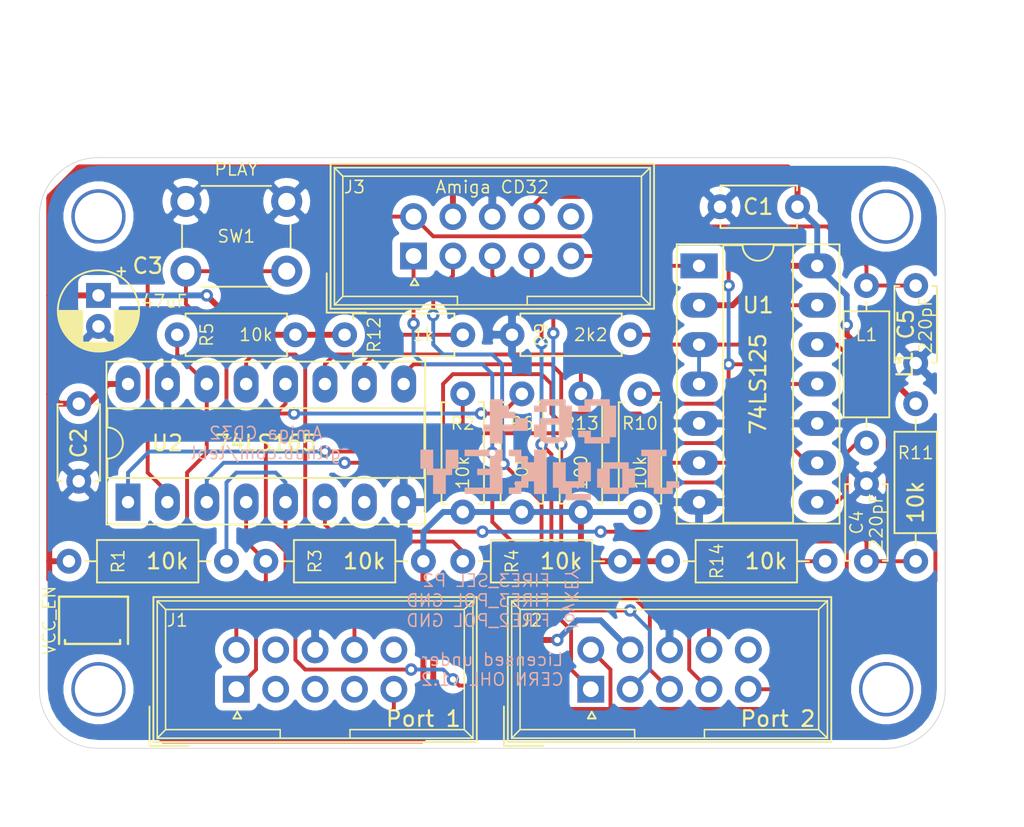
<source format=kicad_pcb>
(kicad_pcb (version 20171130) (host pcbnew "(5.1.8)-1")

  (general
    (thickness 1.6)
    (drawings 12)
    (tracks 338)
    (zones 0)
    (modules 30)
    (nets 24)
  )

  (page A4)
  (layers
    (0 F.Cu signal)
    (31 B.Cu signal)
    (32 B.Adhes user)
    (33 F.Adhes user)
    (34 B.Paste user)
    (35 F.Paste user)
    (36 B.SilkS user)
    (37 F.SilkS user)
    (38 B.Mask user)
    (39 F.Mask user)
    (40 Dwgs.User user)
    (41 Cmts.User user)
    (42 Eco1.User user)
    (43 Eco2.User user)
    (44 Edge.Cuts user)
    (45 Margin user)
    (46 B.CrtYd user)
    (47 F.CrtYd user)
    (48 B.Fab user)
    (49 F.Fab user)
  )

  (setup
    (last_trace_width 0.25)
    (trace_clearance 0.2)
    (zone_clearance 0.508)
    (zone_45_only no)
    (trace_min 0.2)
    (via_size 0.8)
    (via_drill 0.4)
    (via_min_size 0.4)
    (via_min_drill 0.3)
    (uvia_size 0.3)
    (uvia_drill 0.1)
    (uvias_allowed no)
    (uvia_min_size 0.2)
    (uvia_min_drill 0.1)
    (edge_width 0.05)
    (segment_width 0.2)
    (pcb_text_width 0.3)
    (pcb_text_size 1.5 1.5)
    (mod_edge_width 0.12)
    (mod_text_size 1 1)
    (mod_text_width 0.15)
    (pad_size 1.524 1.524)
    (pad_drill 0.762)
    (pad_to_mask_clearance 0)
    (aux_axis_origin 0 0)
    (visible_elements 7FFFFFFF)
    (pcbplotparams
      (layerselection 0x011fc_ffffffff)
      (usegerberextensions true)
      (usegerberattributes false)
      (usegerberadvancedattributes false)
      (creategerberjobfile false)
      (excludeedgelayer true)
      (linewidth 0.100000)
      (plotframeref false)
      (viasonmask false)
      (mode 1)
      (useauxorigin false)
      (hpglpennumber 1)
      (hpglpenspeed 20)
      (hpglpendiameter 15.000000)
      (psnegative false)
      (psa4output false)
      (plotreference true)
      (plotvalue true)
      (plotinvisibletext false)
      (padsonsilk false)
      (subtractmaskfromsilk false)
      (outputformat 1)
      (mirror false)
      (drillshape 0)
      (scaleselection 1)
      (outputdirectory "export/"))
  )

  (net 0 "")
  (net 1 GND)
  (net 2 VCC)
  (net 3 "Net-(J2-Pad7)")
  (net 4 "Net-(C4-Pad2)")
  (net 5 FIRE2)
  (net 6 CD32_PLAY)
  (net 7 CD32_FF)
  (net 8 CD32_YEL)
  (net 9 CD32_REW)
  (net 10 CD32_BLU)
  (net 11 CD32_RED)
  (net 12 CD32_GRN)
  (net 13 RIGHT)
  (net 14 LEFT)
  (net 15 DOWN)
  (net 16 UP)
  (net 17 FIRE1)
  (net 18 FIRE3)
  (net 19 "Net-(L1-Pad2)")
  (net 20 "Net-(R9-Pad1)")
  (net 21 "Net-(R12-Pad2)")
  (net 22 "Net-(R13-Pad1)")
  (net 23 "Net-(U1-Pad9)")

  (net_class Default "This is the default net class."
    (clearance 0.2)
    (trace_width 0.25)
    (via_dia 0.8)
    (via_drill 0.4)
    (uvia_dia 0.3)
    (uvia_drill 0.1)
    (add_net CD32_BLU)
    (add_net CD32_FF)
    (add_net CD32_GRN)
    (add_net CD32_PLAY)
    (add_net CD32_RED)
    (add_net CD32_REW)
    (add_net CD32_YEL)
    (add_net DOWN)
    (add_net FIRE1)
    (add_net FIRE2)
    (add_net FIRE3)
    (add_net GND)
    (add_net LEFT)
    (add_net "Net-(C4-Pad2)")
    (add_net "Net-(L1-Pad2)")
    (add_net "Net-(R12-Pad2)")
    (add_net "Net-(R13-Pad1)")
    (add_net "Net-(R9-Pad1)")
    (add_net "Net-(U1-Pad9)")
    (add_net RIGHT)
    (add_net UP)
  )

  (net_class PWR ""
    (clearance 0.2)
    (trace_width 0.381)
    (via_dia 0.8)
    (via_drill 0.4)
    (uvia_dia 0.3)
    (uvia_drill 0.1)
    (add_net "Net-(J2-Pad7)")
    (add_net VCC)
  )

  (module logo:c64_joykey (layer B.Cu) (tedit 0) (tstamp 626A3E99)
    (at 148.082 92.329 180)
    (fp_text reference G*** (at 0 0) (layer B.SilkS) hide
      (effects (font (size 1.524 1.524) (thickness 0.3)) (justify mirror))
    )
    (fp_text value LOGO (at 0.75 0) (layer B.SilkS) hide
      (effects (font (size 1.524 1.524) (thickness 0.3)) (justify mirror))
    )
    (fp_poly (pts (xy 4.093493 1.449249) (xy 4.5003 1.449249) (xy 4.5003 1.042442) (xy 4.093493 1.042442)
      (xy 4.093493 0.228829) (xy 3.27988 0.228829) (xy 3.27988 1.042442) (xy 1.652652 1.042442)
      (xy 1.652652 1.856056) (xy 2.466266 1.856056) (xy 2.466266 1.449249) (xy 3.27988 1.449249)
      (xy 3.27988 1.856056) (xy 2.466266 1.856056) (xy 2.466266 2.262863) (xy 2.873073 2.262863)
      (xy 2.873073 2.669669) (xy 3.27988 2.669669) (xy 3.27988 3.076476) (xy 4.093493 3.076476)
      (xy 4.093493 1.449249)) (layer B.SilkS) (width 0.01))
    (fp_poly (pts (xy 0.839039 2.669669) (xy 1.245846 2.669669) (xy 1.245846 2.262863) (xy 0.432232 2.262863)
      (xy 0.432232 2.669669) (xy -0.381382 2.669669) (xy -0.381382 1.856056) (xy 0.839039 1.856056)
      (xy 0.839039 1.449249) (xy 1.245846 1.449249) (xy 1.245846 0.635635) (xy 0.839039 0.635635)
      (xy 0.839039 0.228829) (xy -0.788189 0.228829) (xy -0.788189 0.635635) (xy -1.194995 0.635635)
      (xy -1.194995 1.449249) (xy -0.381382 1.449249) (xy -0.381382 0.635635) (xy 0.432232 0.635635)
      (xy 0.432232 1.449249) (xy -0.381382 1.449249) (xy -1.194995 1.449249) (xy -1.194995 2.669669)
      (xy -0.788189 2.669669) (xy -0.788189 3.076476) (xy 0.839039 3.076476) (xy 0.839039 2.669669)) (layer B.SilkS) (width 0.01))
    (fp_poly (pts (xy -2.008609 2.669669) (xy -1.601802 2.669669) (xy -1.601802 2.262863) (xy -2.415416 2.262863)
      (xy -2.415416 2.669669) (xy -3.229029 2.669669) (xy -3.229029 0.635635) (xy -2.415416 0.635635)
      (xy -2.415416 1.042442) (xy -1.601802 1.042442) (xy -1.601802 0.635635) (xy -2.008609 0.635635)
      (xy -2.008609 0.228829) (xy -3.635836 0.228829) (xy -3.635836 0.635635) (xy -4.042643 0.635635)
      (xy -4.042643 2.669669) (xy -3.635836 2.669669) (xy -3.635836 3.076476) (xy -2.008609 3.076476)
      (xy -2.008609 2.669669)) (layer B.SilkS) (width 0.01))
    (fp_poly (pts (xy 6.941141 -1.398399) (xy 7.754754 -1.398399) (xy 7.754754 -0.177978) (xy 8.568368 -0.177978)
      (xy 8.568368 -1.398399) (xy 8.161561 -1.398399) (xy 8.161561 -1.805206) (xy 7.754754 -1.805206)
      (xy 7.754754 -3.025626) (xy 6.941141 -3.025626) (xy 6.941141 -1.805206) (xy 6.534334 -1.805206)
      (xy 6.534334 -1.398399) (xy 6.127527 -1.398399) (xy 6.127527 -0.177978) (xy 6.941141 -0.177978)
      (xy 6.941141 -1.398399)) (layer B.SilkS) (width 0.01))
    (fp_poly (pts (xy 5.72072 -0.584785) (xy 4.093493 -0.584785) (xy 4.093493 -1.398399) (xy 4.907107 -1.398399)
      (xy 4.907107 -1.805206) (xy 4.093493 -1.805206) (xy 4.093493 -2.618819) (xy 5.72072 -2.618819)
      (xy 5.72072 -3.025626) (xy 3.27988 -3.025626) (xy 3.27988 -0.177978) (xy 5.72072 -0.177978)
      (xy 5.72072 -0.584785)) (layer B.SilkS) (width 0.01))
    (fp_poly (pts (xy 1.245846 -0.991592) (xy 1.652652 -0.991592) (xy 1.652652 -0.584785) (xy 2.059459 -0.584785)
      (xy 2.059459 -0.177978) (xy 2.873073 -0.177978) (xy 2.873073 -0.584785) (xy 2.466266 -0.584785)
      (xy 2.466266 -0.991592) (xy 2.059459 -0.991592) (xy 2.059459 -1.398399) (xy 1.652652 -1.398399)
      (xy 1.652652 -1.805206) (xy 2.059459 -1.805206) (xy 2.059459 -2.212012) (xy 2.466266 -2.212012)
      (xy 2.466266 -2.618819) (xy 2.873073 -2.618819) (xy 2.873073 -3.025626) (xy 2.059459 -3.025626)
      (xy 2.059459 -2.618819) (xy 1.652652 -2.618819) (xy 1.652652 -2.212012) (xy 1.245846 -2.212012)
      (xy 1.245846 -3.025626) (xy 0.432232 -3.025626) (xy 0.432232 -0.177978) (xy 1.245846 -0.177978)
      (xy 1.245846 -0.991592)) (layer B.SilkS) (width 0.01))
    (fp_poly (pts (xy -3.229029 -1.398399) (xy -2.822223 -1.398399) (xy -2.822223 -2.618819) (xy -3.229029 -2.618819)
      (xy -3.229029 -3.025626) (xy -4.856257 -3.025626) (xy -4.856257 -2.618819) (xy -5.263063 -2.618819)
      (xy -5.263063 -1.398399) (xy -4.856257 -1.398399) (xy -4.44945 -1.398399) (xy -4.44945 -2.618819)
      (xy -3.635836 -2.618819) (xy -3.635836 -1.398399) (xy -4.44945 -1.398399) (xy -4.856257 -1.398399)
      (xy -4.856257 -0.991592) (xy -3.229029 -0.991592) (xy -3.229029 -1.398399)) (layer B.SilkS) (width 0.01))
    (fp_poly (pts (xy -5.66987 -0.584785) (xy -6.076677 -0.584785) (xy -6.076677 -2.618819) (xy -6.483484 -2.618819)
      (xy -6.483484 -3.025626) (xy -7.703904 -3.025626) (xy -7.703904 -2.618819) (xy -8.110711 -2.618819)
      (xy -8.110711 -2.212012) (xy -7.297097 -2.212012) (xy -7.297097 -2.618819) (xy -6.890291 -2.618819)
      (xy -6.890291 -0.584785) (xy -7.297097 -0.584785) (xy -7.297097 -0.177978) (xy -5.66987 -0.177978)
      (xy -5.66987 -0.584785)) (layer B.SilkS) (width 0.01))
    (fp_poly (pts (xy -1.601802 -2.212012) (xy -0.788189 -2.212012) (xy -0.788189 -0.991592) (xy 0.025425 -0.991592)
      (xy 0.025425 -2.618819) (xy -0.381382 -2.618819) (xy -0.381382 -3.025626) (xy -0.788189 -3.025626)
      (xy -0.788189 -3.432433) (xy -2.415416 -3.432433) (xy -2.415416 -3.025626) (xy -1.194995 -3.025626)
      (xy -1.194995 -2.618819) (xy -2.008609 -2.618819) (xy -2.008609 -2.212012) (xy -2.415416 -2.212012)
      (xy -2.415416 -0.991592) (xy -1.601802 -0.991592) (xy -1.601802 -2.212012)) (layer B.SilkS) (width 0.01))
  )

  (module resistor:R_Axial_DIN0207_L6.3mm_D2.5mm_P10.16mm_Horizontal (layer F.Cu) (tedit 62686BDC) (tstamp 6269E598)
    (at 155.448 99.695)
    (descr "Resistor, Axial_DIN0207 series, Axial, Horizontal, pin pitch=10.16mm, 0.25W = 1/4W, length*diameter=6.3*2.5mm^2, http://cdn-reichelt.de/documents/datenblatt/B400/1_4W%23YAG.pdf")
    (tags "Resistor Axial_DIN0207 series Axial Horizontal pin pitch 10.16mm 0.25W = 1/4W length 6.3mm diameter 2.5mm")
    (path /628AD005)
    (fp_text reference R14 (at 3.175 0 90) (layer F.SilkS)
      (effects (font (size 0.8 0.8) (thickness 0.1)))
    )
    (fp_text value 10k (at 6.35 0) (layer F.SilkS)
      (effects (font (size 1 1) (thickness 0.15)))
    )
    (fp_line (start 11.21 -1.5) (end -1.05 -1.5) (layer F.CrtYd) (width 0.05))
    (fp_line (start 11.21 1.5) (end 11.21 -1.5) (layer F.CrtYd) (width 0.05))
    (fp_line (start -1.05 1.5) (end 11.21 1.5) (layer F.CrtYd) (width 0.05))
    (fp_line (start -1.05 -1.5) (end -1.05 1.5) (layer F.CrtYd) (width 0.05))
    (fp_line (start 9.12 0) (end 8.35 0) (layer F.SilkS) (width 0.12))
    (fp_line (start 1.04 0) (end 1.81 0) (layer F.SilkS) (width 0.12))
    (fp_line (start 8.35 -1.37) (end 1.81 -1.37) (layer F.SilkS) (width 0.12))
    (fp_line (start 8.35 1.37) (end 8.35 -1.37) (layer F.SilkS) (width 0.12))
    (fp_line (start 1.81 1.37) (end 8.35 1.37) (layer F.SilkS) (width 0.12))
    (fp_line (start 1.81 -1.37) (end 1.81 1.37) (layer F.SilkS) (width 0.12))
    (fp_line (start 10.16 0) (end 8.23 0) (layer F.Fab) (width 0.1))
    (fp_line (start 0 0) (end 1.93 0) (layer F.Fab) (width 0.1))
    (fp_line (start 8.23 -1.25) (end 1.93 -1.25) (layer F.Fab) (width 0.1))
    (fp_line (start 8.23 1.25) (end 8.23 -1.25) (layer F.Fab) (width 0.1))
    (fp_line (start 1.93 1.25) (end 8.23 1.25) (layer F.Fab) (width 0.1))
    (fp_line (start 1.93 -1.25) (end 1.93 1.25) (layer F.Fab) (width 0.1))
    (fp_text user %R (at 3.175 0 90) (layer F.Fab)
      (effects (font (size 0.8 0.8) (thickness 0.1)))
    )
    (pad 2 thru_hole oval (at 10.16 0) (size 1.6 1.6) (drill 0.8) (layers *.Cu *.Mask)
      (net 10 CD32_BLU))
    (pad 1 thru_hole circle (at 0 0) (size 1.6 1.6) (drill 0.8) (layers *.Cu *.Mask)
      (net 2 VCC))
    (model ${KISYS3DMOD}/Resistor_THT.3dshapes/R_Axial_DIN0207_L6.3mm_D2.5mm_P10.16mm_Horizontal.wrl
      (at (xyz 0 0 0))
      (scale (xyz 1 1 1))
      (rotate (xyz 0 0 0))
    )
  )

  (module resistor:R_Axial_DIN0207_L6.3mm_D2.5mm_P10.16mm_Horizontal (layer F.Cu) (tedit 62686BDC) (tstamp 626A068D)
    (at 152.4 99.695 180)
    (descr "Resistor, Axial_DIN0207 series, Axial, Horizontal, pin pitch=10.16mm, 0.25W = 1/4W, length*diameter=6.3*2.5mm^2, http://cdn-reichelt.de/documents/datenblatt/B400/1_4W%23YAG.pdf")
    (tags "Resistor Axial_DIN0207 series Axial Horizontal pin pitch 10.16mm 0.25W = 1/4W length 6.3mm diameter 2.5mm")
    (path /62A19198)
    (fp_text reference R4 (at 6.985 0 90) (layer F.SilkS)
      (effects (font (size 0.8 0.8) (thickness 0.1)))
    )
    (fp_text value 10k (at 3.81 0) (layer F.SilkS)
      (effects (font (size 1 1) (thickness 0.15)))
    )
    (fp_line (start 11.21 -1.5) (end -1.05 -1.5) (layer F.CrtYd) (width 0.05))
    (fp_line (start 11.21 1.5) (end 11.21 -1.5) (layer F.CrtYd) (width 0.05))
    (fp_line (start -1.05 1.5) (end 11.21 1.5) (layer F.CrtYd) (width 0.05))
    (fp_line (start -1.05 -1.5) (end -1.05 1.5) (layer F.CrtYd) (width 0.05))
    (fp_line (start 9.12 0) (end 8.35 0) (layer F.SilkS) (width 0.12))
    (fp_line (start 1.04 0) (end 1.81 0) (layer F.SilkS) (width 0.12))
    (fp_line (start 8.35 -1.37) (end 1.81 -1.37) (layer F.SilkS) (width 0.12))
    (fp_line (start 8.35 1.37) (end 8.35 -1.37) (layer F.SilkS) (width 0.12))
    (fp_line (start 1.81 1.37) (end 8.35 1.37) (layer F.SilkS) (width 0.12))
    (fp_line (start 1.81 -1.37) (end 1.81 1.37) (layer F.SilkS) (width 0.12))
    (fp_line (start 10.16 0) (end 8.23 0) (layer F.Fab) (width 0.1))
    (fp_line (start 0 0) (end 1.93 0) (layer F.Fab) (width 0.1))
    (fp_line (start 8.23 -1.25) (end 1.93 -1.25) (layer F.Fab) (width 0.1))
    (fp_line (start 8.23 1.25) (end 8.23 -1.25) (layer F.Fab) (width 0.1))
    (fp_line (start 1.93 1.25) (end 8.23 1.25) (layer F.Fab) (width 0.1))
    (fp_line (start 1.93 -1.25) (end 1.93 1.25) (layer F.Fab) (width 0.1))
    (fp_text user %R (at 6.985 0 90) (layer F.Fab)
      (effects (font (size 0.8 0.8) (thickness 0.1)))
    )
    (pad 2 thru_hole oval (at 10.16 0 180) (size 1.6 1.6) (drill 0.8) (layers *.Cu *.Mask)
      (net 9 CD32_REW))
    (pad 1 thru_hole circle (at 0 0 180) (size 1.6 1.6) (drill 0.8) (layers *.Cu *.Mask)
      (net 2 VCC))
    (model ${KISYS3DMOD}/Resistor_THT.3dshapes/R_Axial_DIN0207_L6.3mm_D2.5mm_P10.16mm_Horizontal.wrl
      (at (xyz 0 0 0))
      (scale (xyz 1 1 1))
      (rotate (xyz 0 0 0))
    )
  )

  (module resistor:R_Axial_DIN0207_L6.3mm_D2.5mm_P7.62mm_Horizontal (layer F.Cu) (tedit 62698003) (tstamp 626A13C6)
    (at 131.445 85.09 180)
    (descr "Resistor, Axial_DIN0207 series, Axial, Horizontal, pin pitch=7.62mm, 0.25W = 1/4W, length*diameter=6.3*2.5mm^2, http://cdn-reichelt.de/documents/datenblatt/B400/1_4W%23YAG.pdf")
    (tags "Resistor Axial_DIN0207 series Axial Horizontal pin pitch 7.62mm 0.25W = 1/4W length 6.3mm diameter 2.5mm")
    (path /62A191A2)
    (fp_text reference R5 (at 5.715 0 90) (layer F.SilkS)
      (effects (font (size 0.8 0.8) (thickness 0.1)))
    )
    (fp_text value 10k (at 2.54 0) (layer F.SilkS)
      (effects (font (size 0.8 0.8) (thickness 0.1)))
    )
    (fp_line (start 0.66 -1.25) (end 0.66 1.25) (layer F.Fab) (width 0.1))
    (fp_line (start 0.66 1.25) (end 6.96 1.25) (layer F.Fab) (width 0.1))
    (fp_line (start 6.96 1.25) (end 6.96 -1.25) (layer F.Fab) (width 0.1))
    (fp_line (start 6.96 -1.25) (end 0.66 -1.25) (layer F.Fab) (width 0.1))
    (fp_line (start 0 0) (end 0.66 0) (layer F.Fab) (width 0.1))
    (fp_line (start 7.62 0) (end 6.96 0) (layer F.Fab) (width 0.1))
    (fp_line (start 0.54 -1.04) (end 0.54 -1.37) (layer F.SilkS) (width 0.12))
    (fp_line (start 0.54 -1.37) (end 7.08 -1.37) (layer F.SilkS) (width 0.12))
    (fp_line (start 7.08 -1.37) (end 7.08 -1.04) (layer F.SilkS) (width 0.12))
    (fp_line (start 0.54 1.04) (end 0.54 1.37) (layer F.SilkS) (width 0.12))
    (fp_line (start 0.54 1.37) (end 7.08 1.37) (layer F.SilkS) (width 0.12))
    (fp_line (start 7.08 1.37) (end 7.08 1.04) (layer F.SilkS) (width 0.12))
    (fp_line (start -1.05 -1.5) (end -1.05 1.5) (layer F.CrtYd) (width 0.05))
    (fp_line (start -1.05 1.5) (end 8.67 1.5) (layer F.CrtYd) (width 0.05))
    (fp_line (start 8.67 1.5) (end 8.67 -1.5) (layer F.CrtYd) (width 0.05))
    (fp_line (start 8.67 -1.5) (end -1.05 -1.5) (layer F.CrtYd) (width 0.05))
    (fp_text user %R (at 5.715 0 90) (layer F.Fab)
      (effects (font (size 0.8 0.8) (thickness 0.1)))
    )
    (pad 2 thru_hole oval (at 7.62 0 180) (size 1.6 1.6) (drill 0.8) (layers *.Cu *.Mask)
      (net 7 CD32_FF))
    (pad 1 thru_hole circle (at 0 0 180) (size 1.6 1.6) (drill 0.8) (layers *.Cu *.Mask)
      (net 2 VCC))
    (model ${KISYS3DMOD}/Resistor_THT.3dshapes/R_Axial_DIN0207_L6.3mm_D2.5mm_P7.62mm_Horizontal.wrl
      (at (xyz 0 0 0))
      (scale (xyz 1 1 1))
      (rotate (xyz 0 0 0))
    )
  )

  (module resistor:R_Axial_DIN0207_L6.3mm_D2.5mm_P7.62mm_Horizontal (layer F.Cu) (tedit 62698003) (tstamp 626A13DC)
    (at 146.05 96.52 90)
    (descr "Resistor, Axial_DIN0207 series, Axial, Horizontal, pin pitch=7.62mm, 0.25W = 1/4W, length*diameter=6.3*2.5mm^2, http://cdn-reichelt.de/documents/datenblatt/B400/1_4W%23YAG.pdf")
    (tags "Resistor Axial_DIN0207 series Axial Horizontal pin pitch 7.62mm 0.25W = 1/4W length 6.3mm diameter 2.5mm")
    (path /62ABF99D)
    (fp_text reference R6 (at 5.715 0) (layer F.SilkS)
      (effects (font (size 0.8 0.8) (thickness 0.1)))
    )
    (fp_text value 10k (at 2.54 0 90) (layer F.SilkS)
      (effects (font (size 0.8 0.8) (thickness 0.1)))
    )
    (fp_line (start 0.66 -1.25) (end 0.66 1.25) (layer F.Fab) (width 0.1))
    (fp_line (start 0.66 1.25) (end 6.96 1.25) (layer F.Fab) (width 0.1))
    (fp_line (start 6.96 1.25) (end 6.96 -1.25) (layer F.Fab) (width 0.1))
    (fp_line (start 6.96 -1.25) (end 0.66 -1.25) (layer F.Fab) (width 0.1))
    (fp_line (start 0 0) (end 0.66 0) (layer F.Fab) (width 0.1))
    (fp_line (start 7.62 0) (end 6.96 0) (layer F.Fab) (width 0.1))
    (fp_line (start 0.54 -1.04) (end 0.54 -1.37) (layer F.SilkS) (width 0.12))
    (fp_line (start 0.54 -1.37) (end 7.08 -1.37) (layer F.SilkS) (width 0.12))
    (fp_line (start 7.08 -1.37) (end 7.08 -1.04) (layer F.SilkS) (width 0.12))
    (fp_line (start 0.54 1.04) (end 0.54 1.37) (layer F.SilkS) (width 0.12))
    (fp_line (start 0.54 1.37) (end 7.08 1.37) (layer F.SilkS) (width 0.12))
    (fp_line (start 7.08 1.37) (end 7.08 1.04) (layer F.SilkS) (width 0.12))
    (fp_line (start -1.05 -1.5) (end -1.05 1.5) (layer F.CrtYd) (width 0.05))
    (fp_line (start -1.05 1.5) (end 8.67 1.5) (layer F.CrtYd) (width 0.05))
    (fp_line (start 8.67 1.5) (end 8.67 -1.5) (layer F.CrtYd) (width 0.05))
    (fp_line (start 8.67 -1.5) (end -1.05 -1.5) (layer F.CrtYd) (width 0.05))
    (fp_text user %R (at 5.715 0) (layer F.Fab)
      (effects (font (size 0.8 0.8) (thickness 0.1)))
    )
    (pad 2 thru_hole oval (at 7.62 0 90) (size 1.6 1.6) (drill 0.8) (layers *.Cu *.Mask)
      (net 6 CD32_PLAY))
    (pad 1 thru_hole circle (at 0 0 90) (size 1.6 1.6) (drill 0.8) (layers *.Cu *.Mask)
      (net 2 VCC))
    (model ${KISYS3DMOD}/Resistor_THT.3dshapes/R_Axial_DIN0207_L6.3mm_D2.5mm_P7.62mm_Horizontal.wrl
      (at (xyz 0 0 0))
      (scale (xyz 1 1 1))
      (rotate (xyz 0 0 0))
    )
  )

  (module resistor:R_Axial_DIN0207_L6.3mm_D2.5mm_P7.62mm_Horizontal (layer F.Cu) (tedit 62698003) (tstamp 626A13F2)
    (at 153.035 85.09 180)
    (descr "Resistor, Axial_DIN0207 series, Axial, Horizontal, pin pitch=7.62mm, 0.25W = 1/4W, length*diameter=6.3*2.5mm^2, http://cdn-reichelt.de/documents/datenblatt/B400/1_4W%23YAG.pdf")
    (tags "Resistor Axial_DIN0207 series Axial Horizontal pin pitch 7.62mm 0.25W = 1/4W length 6.3mm diameter 2.5mm")
    (path /62766E1A)
    (fp_text reference R9 (at 5.715 0 90) (layer F.SilkS)
      (effects (font (size 0.8 0.8) (thickness 0.1)))
    )
    (fp_text value 2k2 (at 2.54 0) (layer F.SilkS)
      (effects (font (size 0.8 0.8) (thickness 0.1)))
    )
    (fp_line (start 0.66 -1.25) (end 0.66 1.25) (layer F.Fab) (width 0.1))
    (fp_line (start 0.66 1.25) (end 6.96 1.25) (layer F.Fab) (width 0.1))
    (fp_line (start 6.96 1.25) (end 6.96 -1.25) (layer F.Fab) (width 0.1))
    (fp_line (start 6.96 -1.25) (end 0.66 -1.25) (layer F.Fab) (width 0.1))
    (fp_line (start 0 0) (end 0.66 0) (layer F.Fab) (width 0.1))
    (fp_line (start 7.62 0) (end 6.96 0) (layer F.Fab) (width 0.1))
    (fp_line (start 0.54 -1.04) (end 0.54 -1.37) (layer F.SilkS) (width 0.12))
    (fp_line (start 0.54 -1.37) (end 7.08 -1.37) (layer F.SilkS) (width 0.12))
    (fp_line (start 7.08 -1.37) (end 7.08 -1.04) (layer F.SilkS) (width 0.12))
    (fp_line (start 0.54 1.04) (end 0.54 1.37) (layer F.SilkS) (width 0.12))
    (fp_line (start 0.54 1.37) (end 7.08 1.37) (layer F.SilkS) (width 0.12))
    (fp_line (start 7.08 1.37) (end 7.08 1.04) (layer F.SilkS) (width 0.12))
    (fp_line (start -1.05 -1.5) (end -1.05 1.5) (layer F.CrtYd) (width 0.05))
    (fp_line (start -1.05 1.5) (end 8.67 1.5) (layer F.CrtYd) (width 0.05))
    (fp_line (start 8.67 1.5) (end 8.67 -1.5) (layer F.CrtYd) (width 0.05))
    (fp_line (start 8.67 -1.5) (end -1.05 -1.5) (layer F.CrtYd) (width 0.05))
    (fp_text user %R (at 5.715 0 90) (layer F.Fab)
      (effects (font (size 0.8 0.8) (thickness 0.1)))
    )
    (pad 2 thru_hole oval (at 7.62 0 180) (size 1.6 1.6) (drill 0.8) (layers *.Cu *.Mask)
      (net 1 GND))
    (pad 1 thru_hole circle (at 0 0 180) (size 1.6 1.6) (drill 0.8) (layers *.Cu *.Mask)
      (net 20 "Net-(R9-Pad1)"))
    (model ${KISYS3DMOD}/Resistor_THT.3dshapes/R_Axial_DIN0207_L6.3mm_D2.5mm_P7.62mm_Horizontal.wrl
      (at (xyz 0 0 0))
      (scale (xyz 1 1 1))
      (rotate (xyz 0 0 0))
    )
  )

  (module resistor:R_Axial_DIN0207_L6.3mm_D2.5mm_P7.62mm_Horizontal (layer F.Cu) (tedit 62698003) (tstamp 626A1408)
    (at 153.67 88.9 270)
    (descr "Resistor, Axial_DIN0207 series, Axial, Horizontal, pin pitch=7.62mm, 0.25W = 1/4W, length*diameter=6.3*2.5mm^2, http://cdn-reichelt.de/documents/datenblatt/B400/1_4W%23YAG.pdf")
    (tags "Resistor Axial_DIN0207 series Axial Horizontal pin pitch 7.62mm 0.25W = 1/4W length 6.3mm diameter 2.5mm")
    (path /627A2EA3)
    (fp_text reference R10 (at 1.905 0) (layer F.SilkS)
      (effects (font (size 0.8 0.8) (thickness 0.1)))
    )
    (fp_text value 10k (at 5.08 0 90) (layer F.SilkS)
      (effects (font (size 0.8 0.8) (thickness 0.1)))
    )
    (fp_line (start 0.66 -1.25) (end 0.66 1.25) (layer F.Fab) (width 0.1))
    (fp_line (start 0.66 1.25) (end 6.96 1.25) (layer F.Fab) (width 0.1))
    (fp_line (start 6.96 1.25) (end 6.96 -1.25) (layer F.Fab) (width 0.1))
    (fp_line (start 6.96 -1.25) (end 0.66 -1.25) (layer F.Fab) (width 0.1))
    (fp_line (start 0 0) (end 0.66 0) (layer F.Fab) (width 0.1))
    (fp_line (start 7.62 0) (end 6.96 0) (layer F.Fab) (width 0.1))
    (fp_line (start 0.54 -1.04) (end 0.54 -1.37) (layer F.SilkS) (width 0.12))
    (fp_line (start 0.54 -1.37) (end 7.08 -1.37) (layer F.SilkS) (width 0.12))
    (fp_line (start 7.08 -1.37) (end 7.08 -1.04) (layer F.SilkS) (width 0.12))
    (fp_line (start 0.54 1.04) (end 0.54 1.37) (layer F.SilkS) (width 0.12))
    (fp_line (start 0.54 1.37) (end 7.08 1.37) (layer F.SilkS) (width 0.12))
    (fp_line (start 7.08 1.37) (end 7.08 1.04) (layer F.SilkS) (width 0.12))
    (fp_line (start -1.05 -1.5) (end -1.05 1.5) (layer F.CrtYd) (width 0.05))
    (fp_line (start -1.05 1.5) (end 8.67 1.5) (layer F.CrtYd) (width 0.05))
    (fp_line (start 8.67 1.5) (end 8.67 -1.5) (layer F.CrtYd) (width 0.05))
    (fp_line (start 8.67 -1.5) (end -1.05 -1.5) (layer F.CrtYd) (width 0.05))
    (fp_text user %R (at 1.905 0) (layer F.Fab)
      (effects (font (size 0.8 0.8) (thickness 0.1)))
    )
    (pad 2 thru_hole oval (at 7.62 0 270) (size 1.6 1.6) (drill 0.8) (layers *.Cu *.Mask)
      (net 2 VCC))
    (pad 1 thru_hole circle (at 0 0 270) (size 1.6 1.6) (drill 0.8) (layers *.Cu *.Mask)
      (net 17 FIRE1))
    (model ${KISYS3DMOD}/Resistor_THT.3dshapes/R_Axial_DIN0207_L6.3mm_D2.5mm_P7.62mm_Horizontal.wrl
      (at (xyz 0 0 0))
      (scale (xyz 1 1 1))
      (rotate (xyz 0 0 0))
    )
  )

  (module resistor:R_Axial_DIN0207_L6.3mm_D2.5mm_P7.62mm_Horizontal (layer F.Cu) (tedit 62698003) (tstamp 626A141E)
    (at 134.62 85.09)
    (descr "Resistor, Axial_DIN0207 series, Axial, Horizontal, pin pitch=7.62mm, 0.25W = 1/4W, length*diameter=6.3*2.5mm^2, http://cdn-reichelt.de/documents/datenblatt/B400/1_4W%23YAG.pdf")
    (tags "Resistor Axial_DIN0207 series Axial Horizontal pin pitch 7.62mm 0.25W = 1/4W length 6.3mm diameter 2.5mm")
    (path /6280A726)
    (fp_text reference R12 (at 1.905 0 90) (layer F.SilkS)
      (effects (font (size 0.8 0.8) (thickness 0.1)))
    )
    (fp_text value 1k (at 5.08 0) (layer F.SilkS)
      (effects (font (size 0.8 0.8) (thickness 0.1)))
    )
    (fp_line (start 0.66 -1.25) (end 0.66 1.25) (layer F.Fab) (width 0.1))
    (fp_line (start 0.66 1.25) (end 6.96 1.25) (layer F.Fab) (width 0.1))
    (fp_line (start 6.96 1.25) (end 6.96 -1.25) (layer F.Fab) (width 0.1))
    (fp_line (start 6.96 -1.25) (end 0.66 -1.25) (layer F.Fab) (width 0.1))
    (fp_line (start 0 0) (end 0.66 0) (layer F.Fab) (width 0.1))
    (fp_line (start 7.62 0) (end 6.96 0) (layer F.Fab) (width 0.1))
    (fp_line (start 0.54 -1.04) (end 0.54 -1.37) (layer F.SilkS) (width 0.12))
    (fp_line (start 0.54 -1.37) (end 7.08 -1.37) (layer F.SilkS) (width 0.12))
    (fp_line (start 7.08 -1.37) (end 7.08 -1.04) (layer F.SilkS) (width 0.12))
    (fp_line (start 0.54 1.04) (end 0.54 1.37) (layer F.SilkS) (width 0.12))
    (fp_line (start 0.54 1.37) (end 7.08 1.37) (layer F.SilkS) (width 0.12))
    (fp_line (start 7.08 1.37) (end 7.08 1.04) (layer F.SilkS) (width 0.12))
    (fp_line (start -1.05 -1.5) (end -1.05 1.5) (layer F.CrtYd) (width 0.05))
    (fp_line (start -1.05 1.5) (end 8.67 1.5) (layer F.CrtYd) (width 0.05))
    (fp_line (start 8.67 1.5) (end 8.67 -1.5) (layer F.CrtYd) (width 0.05))
    (fp_line (start 8.67 -1.5) (end -1.05 -1.5) (layer F.CrtYd) (width 0.05))
    (fp_text user %R (at 1.905 0 90) (layer F.Fab)
      (effects (font (size 0.8 0.8) (thickness 0.1)))
    )
    (pad 2 thru_hole oval (at 7.62 0) (size 1.6 1.6) (drill 0.8) (layers *.Cu *.Mask)
      (net 21 "Net-(R12-Pad2)"))
    (pad 1 thru_hole circle (at 0 0) (size 1.6 1.6) (drill 0.8) (layers *.Cu *.Mask)
      (net 2 VCC))
    (model ${KISYS3DMOD}/Resistor_THT.3dshapes/R_Axial_DIN0207_L6.3mm_D2.5mm_P7.62mm_Horizontal.wrl
      (at (xyz 0 0 0))
      (scale (xyz 1 1 1))
      (rotate (xyz 0 0 0))
    )
  )

  (module resistor:R_Axial_DIN0207_L6.3mm_D2.5mm_P7.62mm_Horizontal (layer F.Cu) (tedit 62698003) (tstamp 626A1434)
    (at 149.86 88.9 270)
    (descr "Resistor, Axial_DIN0207 series, Axial, Horizontal, pin pitch=7.62mm, 0.25W = 1/4W, length*diameter=6.3*2.5mm^2, http://cdn-reichelt.de/documents/datenblatt/B400/1_4W%23YAG.pdf")
    (tags "Resistor Axial_DIN0207 series Axial Horizontal pin pitch 7.62mm 0.25W = 1/4W length 6.3mm diameter 2.5mm")
    (path /627EEBCA)
    (fp_text reference R13 (at 1.905 0) (layer F.SilkS)
      (effects (font (size 0.8 0.8) (thickness 0.1)))
    )
    (fp_text value 100 (at 5.08 0 90) (layer F.SilkS)
      (effects (font (size 0.8 0.8) (thickness 0.1)))
    )
    (fp_line (start 0.66 -1.25) (end 0.66 1.25) (layer F.Fab) (width 0.1))
    (fp_line (start 0.66 1.25) (end 6.96 1.25) (layer F.Fab) (width 0.1))
    (fp_line (start 6.96 1.25) (end 6.96 -1.25) (layer F.Fab) (width 0.1))
    (fp_line (start 6.96 -1.25) (end 0.66 -1.25) (layer F.Fab) (width 0.1))
    (fp_line (start 0 0) (end 0.66 0) (layer F.Fab) (width 0.1))
    (fp_line (start 7.62 0) (end 6.96 0) (layer F.Fab) (width 0.1))
    (fp_line (start 0.54 -1.04) (end 0.54 -1.37) (layer F.SilkS) (width 0.12))
    (fp_line (start 0.54 -1.37) (end 7.08 -1.37) (layer F.SilkS) (width 0.12))
    (fp_line (start 7.08 -1.37) (end 7.08 -1.04) (layer F.SilkS) (width 0.12))
    (fp_line (start 0.54 1.04) (end 0.54 1.37) (layer F.SilkS) (width 0.12))
    (fp_line (start 0.54 1.37) (end 7.08 1.37) (layer F.SilkS) (width 0.12))
    (fp_line (start 7.08 1.37) (end 7.08 1.04) (layer F.SilkS) (width 0.12))
    (fp_line (start -1.05 -1.5) (end -1.05 1.5) (layer F.CrtYd) (width 0.05))
    (fp_line (start -1.05 1.5) (end 8.67 1.5) (layer F.CrtYd) (width 0.05))
    (fp_line (start 8.67 1.5) (end 8.67 -1.5) (layer F.CrtYd) (width 0.05))
    (fp_line (start 8.67 -1.5) (end -1.05 -1.5) (layer F.CrtYd) (width 0.05))
    (fp_text user %R (at 1.905 0) (layer F.Fab)
      (effects (font (size 0.8 0.8) (thickness 0.1)))
    )
    (pad 2 thru_hole oval (at 7.62 0 270) (size 1.6 1.6) (drill 0.8) (layers *.Cu *.Mask)
      (net 2 VCC))
    (pad 1 thru_hole circle (at 0 0 270) (size 1.6 1.6) (drill 0.8) (layers *.Cu *.Mask)
      (net 22 "Net-(R13-Pad1)"))
    (model ${KISYS3DMOD}/Resistor_THT.3dshapes/R_Axial_DIN0207_L6.3mm_D2.5mm_P7.62mm_Horizontal.wrl
      (at (xyz 0 0 0))
      (scale (xyz 1 1 1))
      (rotate (xyz 0 0 0))
    )
  )

  (module resistor:R_Axial_DIN0207_L6.3mm_D2.5mm_P10.16mm_Horizontal (layer F.Cu) (tedit 62686BDC) (tstamp 6269E4A6)
    (at 116.84 99.695)
    (descr "Resistor, Axial_DIN0207 series, Axial, Horizontal, pin pitch=10.16mm, 0.25W = 1/4W, length*diameter=6.3*2.5mm^2, http://cdn-reichelt.de/documents/datenblatt/B400/1_4W%23YAG.pdf")
    (tags "Resistor Axial_DIN0207 series Axial Horizontal pin pitch 10.16mm 0.25W = 1/4W length 6.3mm diameter 2.5mm")
    (path /604EB780)
    (fp_text reference R1 (at 3.175 0 90) (layer F.SilkS)
      (effects (font (size 0.8 0.8) (thickness 0.1)))
    )
    (fp_text value 10k (at 6.35 0) (layer F.SilkS)
      (effects (font (size 1 1) (thickness 0.15)))
    )
    (fp_line (start 11.21 -1.5) (end -1.05 -1.5) (layer F.CrtYd) (width 0.05))
    (fp_line (start 11.21 1.5) (end 11.21 -1.5) (layer F.CrtYd) (width 0.05))
    (fp_line (start -1.05 1.5) (end 11.21 1.5) (layer F.CrtYd) (width 0.05))
    (fp_line (start -1.05 -1.5) (end -1.05 1.5) (layer F.CrtYd) (width 0.05))
    (fp_line (start 9.12 0) (end 8.35 0) (layer F.SilkS) (width 0.12))
    (fp_line (start 1.04 0) (end 1.81 0) (layer F.SilkS) (width 0.12))
    (fp_line (start 8.35 -1.37) (end 1.81 -1.37) (layer F.SilkS) (width 0.12))
    (fp_line (start 8.35 1.37) (end 8.35 -1.37) (layer F.SilkS) (width 0.12))
    (fp_line (start 1.81 1.37) (end 8.35 1.37) (layer F.SilkS) (width 0.12))
    (fp_line (start 1.81 -1.37) (end 1.81 1.37) (layer F.SilkS) (width 0.12))
    (fp_line (start 10.16 0) (end 8.23 0) (layer F.Fab) (width 0.1))
    (fp_line (start 0 0) (end 1.93 0) (layer F.Fab) (width 0.1))
    (fp_line (start 8.23 -1.25) (end 1.93 -1.25) (layer F.Fab) (width 0.1))
    (fp_line (start 8.23 1.25) (end 8.23 -1.25) (layer F.Fab) (width 0.1))
    (fp_line (start 1.93 1.25) (end 8.23 1.25) (layer F.Fab) (width 0.1))
    (fp_line (start 1.93 -1.25) (end 1.93 1.25) (layer F.Fab) (width 0.1))
    (fp_text user %R (at 3.175 0 90) (layer F.Fab)
      (effects (font (size 0.8 0.8) (thickness 0.1)))
    )
    (pad 2 thru_hole oval (at 10.16 0) (size 1.6 1.6) (drill 0.8) (layers *.Cu *.Mask)
      (net 11 CD32_RED))
    (pad 1 thru_hole circle (at 0 0) (size 1.6 1.6) (drill 0.8) (layers *.Cu *.Mask)
      (net 2 VCC))
    (model ${KISYS3DMOD}/Resistor_THT.3dshapes/R_Axial_DIN0207_L6.3mm_D2.5mm_P10.16mm_Horizontal.wrl
      (at (xyz 0 0 0))
      (scale (xyz 1 1 1))
      (rotate (xyz 0 0 0))
    )
  )

  (module resistor:R_Axial_DIN0207_L6.3mm_D2.5mm_P10.16mm_Horizontal (layer F.Cu) (tedit 62686BDC) (tstamp 6269F4E3)
    (at 139.7 99.695 180)
    (descr "Resistor, Axial_DIN0207 series, Axial, Horizontal, pin pitch=10.16mm, 0.25W = 1/4W, length*diameter=6.3*2.5mm^2, http://cdn-reichelt.de/documents/datenblatt/B400/1_4W%23YAG.pdf")
    (tags "Resistor Axial_DIN0207 series Axial Horizontal pin pitch 10.16mm 0.25W = 1/4W length 6.3mm diameter 2.5mm")
    (path /62A1918B)
    (fp_text reference R3 (at 6.985 0 90) (layer F.SilkS)
      (effects (font (size 0.8 0.8) (thickness 0.1)))
    )
    (fp_text value 10k (at 3.81 0) (layer F.SilkS)
      (effects (font (size 1 1) (thickness 0.15)))
    )
    (fp_line (start 11.21 -1.5) (end -1.05 -1.5) (layer F.CrtYd) (width 0.05))
    (fp_line (start 11.21 1.5) (end 11.21 -1.5) (layer F.CrtYd) (width 0.05))
    (fp_line (start -1.05 1.5) (end 11.21 1.5) (layer F.CrtYd) (width 0.05))
    (fp_line (start -1.05 -1.5) (end -1.05 1.5) (layer F.CrtYd) (width 0.05))
    (fp_line (start 9.12 0) (end 8.35 0) (layer F.SilkS) (width 0.12))
    (fp_line (start 1.04 0) (end 1.81 0) (layer F.SilkS) (width 0.12))
    (fp_line (start 8.35 -1.37) (end 1.81 -1.37) (layer F.SilkS) (width 0.12))
    (fp_line (start 8.35 1.37) (end 8.35 -1.37) (layer F.SilkS) (width 0.12))
    (fp_line (start 1.81 1.37) (end 8.35 1.37) (layer F.SilkS) (width 0.12))
    (fp_line (start 1.81 -1.37) (end 1.81 1.37) (layer F.SilkS) (width 0.12))
    (fp_line (start 10.16 0) (end 8.23 0) (layer F.Fab) (width 0.1))
    (fp_line (start 0 0) (end 1.93 0) (layer F.Fab) (width 0.1))
    (fp_line (start 8.23 -1.25) (end 1.93 -1.25) (layer F.Fab) (width 0.1))
    (fp_line (start 8.23 1.25) (end 8.23 -1.25) (layer F.Fab) (width 0.1))
    (fp_line (start 1.93 1.25) (end 8.23 1.25) (layer F.Fab) (width 0.1))
    (fp_line (start 1.93 -1.25) (end 1.93 1.25) (layer F.Fab) (width 0.1))
    (fp_text user %R (at 6.985 0 90) (layer F.Fab)
      (effects (font (size 0.8 0.8) (thickness 0.1)))
    )
    (pad 2 thru_hole oval (at 10.16 0 180) (size 1.6 1.6) (drill 0.8) (layers *.Cu *.Mask)
      (net 8 CD32_YEL))
    (pad 1 thru_hole circle (at 0 0 180) (size 1.6 1.6) (drill 0.8) (layers *.Cu *.Mask)
      (net 2 VCC))
    (model ${KISYS3DMOD}/Resistor_THT.3dshapes/R_Axial_DIN0207_L6.3mm_D2.5mm_P10.16mm_Horizontal.wrl
      (at (xyz 0 0 0))
      (scale (xyz 1 1 1))
      (rotate (xyz 0 0 0))
    )
  )

  (module resistor:R_Axial_DIN0207_L6.3mm_D2.5mm_P10.16mm_Horizontal (layer F.Cu) (tedit 62686BDC) (tstamp 6269E556)
    (at 171.45 99.695 90)
    (descr "Resistor, Axial_DIN0207 series, Axial, Horizontal, pin pitch=10.16mm, 0.25W = 1/4W, length*diameter=6.3*2.5mm^2, http://cdn-reichelt.de/documents/datenblatt/B400/1_4W%23YAG.pdf")
    (tags "Resistor Axial_DIN0207 series Axial Horizontal pin pitch 10.16mm 0.25W = 1/4W length 6.3mm diameter 2.5mm")
    (path /627D678A)
    (fp_text reference R11 (at 6.985 0) (layer F.SilkS)
      (effects (font (size 0.8 0.8) (thickness 0.1)))
    )
    (fp_text value 10k (at 3.81 0 90) (layer F.SilkS)
      (effects (font (size 1 1) (thickness 0.15)))
    )
    (fp_line (start 11.21 -1.5) (end -1.05 -1.5) (layer F.CrtYd) (width 0.05))
    (fp_line (start 11.21 1.5) (end 11.21 -1.5) (layer F.CrtYd) (width 0.05))
    (fp_line (start -1.05 1.5) (end 11.21 1.5) (layer F.CrtYd) (width 0.05))
    (fp_line (start -1.05 -1.5) (end -1.05 1.5) (layer F.CrtYd) (width 0.05))
    (fp_line (start 9.12 0) (end 8.35 0) (layer F.SilkS) (width 0.12))
    (fp_line (start 1.04 0) (end 1.81 0) (layer F.SilkS) (width 0.12))
    (fp_line (start 8.35 -1.37) (end 1.81 -1.37) (layer F.SilkS) (width 0.12))
    (fp_line (start 8.35 1.37) (end 8.35 -1.37) (layer F.SilkS) (width 0.12))
    (fp_line (start 1.81 1.37) (end 8.35 1.37) (layer F.SilkS) (width 0.12))
    (fp_line (start 1.81 -1.37) (end 1.81 1.37) (layer F.SilkS) (width 0.12))
    (fp_line (start 10.16 0) (end 8.23 0) (layer F.Fab) (width 0.1))
    (fp_line (start 0 0) (end 1.93 0) (layer F.Fab) (width 0.1))
    (fp_line (start 8.23 -1.25) (end 1.93 -1.25) (layer F.Fab) (width 0.1))
    (fp_line (start 8.23 1.25) (end 8.23 -1.25) (layer F.Fab) (width 0.1))
    (fp_line (start 1.93 1.25) (end 8.23 1.25) (layer F.Fab) (width 0.1))
    (fp_line (start 1.93 -1.25) (end 1.93 1.25) (layer F.Fab) (width 0.1))
    (fp_text user %R (at 6.985 0) (layer F.Fab)
      (effects (font (size 0.8 0.8) (thickness 0.1)))
    )
    (pad 2 thru_hole oval (at 10.16 0 90) (size 1.6 1.6) (drill 0.8) (layers *.Cu *.Mask)
      (net 2 VCC))
    (pad 1 thru_hole circle (at 0 0 90) (size 1.6 1.6) (drill 0.8) (layers *.Cu *.Mask)
      (net 4 "Net-(C4-Pad2)"))
    (model ${KISYS3DMOD}/Resistor_THT.3dshapes/R_Axial_DIN0207_L6.3mm_D2.5mm_P10.16mm_Horizontal.wrl
      (at (xyz 0 0 0))
      (scale (xyz 1 1 1))
      (rotate (xyz 0 0 0))
    )
  )

  (module Capacitor_THT:C_Disc_D4.7mm_W2.5mm_P5.00mm (layer F.Cu) (tedit 5AE50EF0) (tstamp 6269F93C)
    (at 171.45 81.915 270)
    (descr "C, Disc series, Radial, pin pitch=5.00mm, , diameter*width=4.7*2.5mm^2, Capacitor, http://www.vishay.com/docs/45233/krseries.pdf")
    (tags "C Disc series Radial pin pitch 5.00mm  diameter 4.7mm width 2.5mm Capacitor")
    (path /62702D80)
    (fp_text reference C5 (at 2.5 0.635 90) (layer F.SilkS)
      (effects (font (size 1 1) (thickness 0.15)))
    )
    (fp_text value 220pF (at 2.54 -0.635 90) (layer F.SilkS)
      (effects (font (size 0.8 0.8) (thickness 0.1)))
    )
    (fp_line (start 6.05 -1.5) (end -1.05 -1.5) (layer F.CrtYd) (width 0.05))
    (fp_line (start 6.05 1.5) (end 6.05 -1.5) (layer F.CrtYd) (width 0.05))
    (fp_line (start -1.05 1.5) (end 6.05 1.5) (layer F.CrtYd) (width 0.05))
    (fp_line (start -1.05 -1.5) (end -1.05 1.5) (layer F.CrtYd) (width 0.05))
    (fp_line (start 4.97 1.055) (end 4.97 1.37) (layer F.SilkS) (width 0.12))
    (fp_line (start 4.97 -1.37) (end 4.97 -1.055) (layer F.SilkS) (width 0.12))
    (fp_line (start 0.03 1.055) (end 0.03 1.37) (layer F.SilkS) (width 0.12))
    (fp_line (start 0.03 -1.37) (end 0.03 -1.055) (layer F.SilkS) (width 0.12))
    (fp_line (start 0.03 1.37) (end 4.97 1.37) (layer F.SilkS) (width 0.12))
    (fp_line (start 0.03 -1.37) (end 4.97 -1.37) (layer F.SilkS) (width 0.12))
    (fp_line (start 4.85 -1.25) (end 0.15 -1.25) (layer F.Fab) (width 0.1))
    (fp_line (start 4.85 1.25) (end 4.85 -1.25) (layer F.Fab) (width 0.1))
    (fp_line (start 0.15 1.25) (end 4.85 1.25) (layer F.Fab) (width 0.1))
    (fp_line (start 0.15 -1.25) (end 0.15 1.25) (layer F.Fab) (width 0.1))
    (fp_text user %R (at 2.5 0.635 90) (layer F.Fab)
      (effects (font (size 0.94 0.94) (thickness 0.141)))
    )
    (pad 1 thru_hole circle (at 0 0 270) (size 1.6 1.6) (drill 0.8) (layers *.Cu *.Mask)
      (net 5 FIRE2))
    (pad 2 thru_hole circle (at 5 0 270) (size 1.6 1.6) (drill 0.8) (layers *.Cu *.Mask)
      (net 1 GND))
    (model ${KISYS3DMOD}/Capacitor_THT.3dshapes/C_Disc_D4.7mm_W2.5mm_P5.00mm.wrl
      (at (xyz 0 0 0))
      (scale (xyz 1 1 1))
      (rotate (xyz 0 0 0))
    )
  )

  (module Package_DIP:DIP-14_W7.62mm_Socket_LongPads (layer F.Cu) (tedit 5A02E8C5) (tstamp 6269D66F)
    (at 157.48 80.645)
    (descr "14-lead though-hole mounted DIP package, row spacing 7.62 mm (300 mils), Socket, LongPads")
    (tags "THT DIP DIL PDIP 2.54mm 7.62mm 300mil Socket LongPads")
    (path /626C6F17)
    (fp_text reference U1 (at 3.81 2.54) (layer F.SilkS)
      (effects (font (size 1 1) (thickness 0.15)))
    )
    (fp_text value 74LS125 (at 3.81 7.62 90) (layer F.SilkS)
      (effects (font (size 1 1) (thickness 0.15)))
    )
    (fp_line (start 9.15 -1.6) (end -1.55 -1.6) (layer F.CrtYd) (width 0.05))
    (fp_line (start 9.15 16.85) (end 9.15 -1.6) (layer F.CrtYd) (width 0.05))
    (fp_line (start -1.55 16.85) (end 9.15 16.85) (layer F.CrtYd) (width 0.05))
    (fp_line (start -1.55 -1.6) (end -1.55 16.85) (layer F.CrtYd) (width 0.05))
    (fp_line (start 9.06 -1.39) (end -1.44 -1.39) (layer F.SilkS) (width 0.12))
    (fp_line (start 9.06 16.63) (end 9.06 -1.39) (layer F.SilkS) (width 0.12))
    (fp_line (start -1.44 16.63) (end 9.06 16.63) (layer F.SilkS) (width 0.12))
    (fp_line (start -1.44 -1.39) (end -1.44 16.63) (layer F.SilkS) (width 0.12))
    (fp_line (start 6.06 -1.33) (end 4.81 -1.33) (layer F.SilkS) (width 0.12))
    (fp_line (start 6.06 16.57) (end 6.06 -1.33) (layer F.SilkS) (width 0.12))
    (fp_line (start 1.56 16.57) (end 6.06 16.57) (layer F.SilkS) (width 0.12))
    (fp_line (start 1.56 -1.33) (end 1.56 16.57) (layer F.SilkS) (width 0.12))
    (fp_line (start 2.81 -1.33) (end 1.56 -1.33) (layer F.SilkS) (width 0.12))
    (fp_line (start 8.89 -1.33) (end -1.27 -1.33) (layer F.Fab) (width 0.1))
    (fp_line (start 8.89 16.57) (end 8.89 -1.33) (layer F.Fab) (width 0.1))
    (fp_line (start -1.27 16.57) (end 8.89 16.57) (layer F.Fab) (width 0.1))
    (fp_line (start -1.27 -1.33) (end -1.27 16.57) (layer F.Fab) (width 0.1))
    (fp_line (start 0.635 -0.27) (end 1.635 -1.27) (layer F.Fab) (width 0.1))
    (fp_line (start 0.635 16.51) (end 0.635 -0.27) (layer F.Fab) (width 0.1))
    (fp_line (start 6.985 16.51) (end 0.635 16.51) (layer F.Fab) (width 0.1))
    (fp_line (start 6.985 -1.27) (end 6.985 16.51) (layer F.Fab) (width 0.1))
    (fp_line (start 1.635 -1.27) (end 6.985 -1.27) (layer F.Fab) (width 0.1))
    (fp_arc (start 3.81 -1.33) (end 2.81 -1.33) (angle -180) (layer F.SilkS) (width 0.12))
    (fp_text user %R (at 3.81 2.54) (layer F.Fab)
      (effects (font (size 1 1) (thickness 0.15)))
    )
    (pad 1 thru_hole rect (at 0 0) (size 2.4 1.6) (drill 0.8) (layers *.Cu *.Mask)
      (net 18 FIRE3))
    (pad 8 thru_hole oval (at 7.62 15.24) (size 2.4 1.6) (drill 0.8) (layers *.Cu *.Mask)
      (net 19 "Net-(L1-Pad2)"))
    (pad 2 thru_hole oval (at 0 2.54) (size 2.4 1.6) (drill 0.8) (layers *.Cu *.Mask)
      (net 2 VCC))
    (pad 9 thru_hole oval (at 7.62 12.7) (size 2.4 1.6) (drill 0.8) (layers *.Cu *.Mask)
      (net 23 "Net-(U1-Pad9)"))
    (pad 3 thru_hole oval (at 0 5.08) (size 2.4 1.6) (drill 0.8) (layers *.Cu *.Mask)
      (net 20 "Net-(R9-Pad1)"))
    (pad 10 thru_hole oval (at 7.62 10.16) (size 2.4 1.6) (drill 0.8) (layers *.Cu *.Mask)
      (net 1 GND))
    (pad 4 thru_hole oval (at 0 7.62) (size 2.4 1.6) (drill 0.8) (layers *.Cu *.Mask)
      (net 20 "Net-(R9-Pad1)"))
    (pad 11 thru_hole oval (at 7.62 7.62) (size 2.4 1.6) (drill 0.8) (layers *.Cu *.Mask)
      (net 17 FIRE1))
    (pad 5 thru_hole oval (at 0 10.16) (size 2.4 1.6) (drill 0.8) (layers *.Cu *.Mask)
      (net 1 GND))
    (pad 12 thru_hole oval (at 7.62 5.08) (size 2.4 1.6) (drill 0.8) (layers *.Cu *.Mask)
      (net 11 CD32_RED))
    (pad 6 thru_hole oval (at 0 12.7) (size 2.4 1.6) (drill 0.8) (layers *.Cu *.Mask)
      (net 4 "Net-(C4-Pad2)"))
    (pad 13 thru_hole oval (at 7.62 2.54) (size 2.4 1.6) (drill 0.8) (layers *.Cu *.Mask)
      (net 20 "Net-(R9-Pad1)"))
    (pad 7 thru_hole oval (at 0 15.24) (size 2.4 1.6) (drill 0.8) (layers *.Cu *.Mask)
      (net 1 GND))
    (pad 14 thru_hole oval (at 7.62 0) (size 2.4 1.6) (drill 0.8) (layers *.Cu *.Mask)
      (net 2 VCC))
    (model ${KISYS3DMOD}/Package_DIP.3dshapes/DIP-14_W7.62mm_Socket.wrl
      (at (xyz 0 0 0))
      (scale (xyz 1 1 1))
      (rotate (xyz 0 0 0))
    )
  )

  (module Capacitor_THT:CP_Radial_D5.0mm_P2.00mm (layer F.Cu) (tedit 5AE50EF0) (tstamp 6269D4FA)
    (at 118.745 82.55 270)
    (descr "CP, Radial series, Radial, pin pitch=2.00mm, , diameter=5mm, Electrolytic Capacitor")
    (tags "CP Radial series Radial pin pitch 2.00mm  diameter 5mm Electrolytic Capacitor")
    (path /626FDB8E)
    (fp_text reference C3 (at -1.905 -3.175 180) (layer F.SilkS)
      (effects (font (size 1 1) (thickness 0.15)))
    )
    (fp_text value 47uF (at 0.381 -4.2545 180) (layer F.SilkS)
      (effects (font (size 0.8 0.8) (thickness 0.1)))
    )
    (fp_line (start -1.554775 -1.725) (end -1.554775 -1.225) (layer F.SilkS) (width 0.12))
    (fp_line (start -1.804775 -1.475) (end -1.304775 -1.475) (layer F.SilkS) (width 0.12))
    (fp_line (start 3.601 -0.284) (end 3.601 0.284) (layer F.SilkS) (width 0.12))
    (fp_line (start 3.561 -0.518) (end 3.561 0.518) (layer F.SilkS) (width 0.12))
    (fp_line (start 3.521 -0.677) (end 3.521 0.677) (layer F.SilkS) (width 0.12))
    (fp_line (start 3.481 -0.805) (end 3.481 0.805) (layer F.SilkS) (width 0.12))
    (fp_line (start 3.441 -0.915) (end 3.441 0.915) (layer F.SilkS) (width 0.12))
    (fp_line (start 3.401 -1.011) (end 3.401 1.011) (layer F.SilkS) (width 0.12))
    (fp_line (start 3.361 -1.098) (end 3.361 1.098) (layer F.SilkS) (width 0.12))
    (fp_line (start 3.321 -1.178) (end 3.321 1.178) (layer F.SilkS) (width 0.12))
    (fp_line (start 3.281 -1.251) (end 3.281 1.251) (layer F.SilkS) (width 0.12))
    (fp_line (start 3.241 -1.319) (end 3.241 1.319) (layer F.SilkS) (width 0.12))
    (fp_line (start 3.201 -1.383) (end 3.201 1.383) (layer F.SilkS) (width 0.12))
    (fp_line (start 3.161 -1.443) (end 3.161 1.443) (layer F.SilkS) (width 0.12))
    (fp_line (start 3.121 -1.5) (end 3.121 1.5) (layer F.SilkS) (width 0.12))
    (fp_line (start 3.081 -1.554) (end 3.081 1.554) (layer F.SilkS) (width 0.12))
    (fp_line (start 3.041 -1.605) (end 3.041 1.605) (layer F.SilkS) (width 0.12))
    (fp_line (start 3.001 1.04) (end 3.001 1.653) (layer F.SilkS) (width 0.12))
    (fp_line (start 3.001 -1.653) (end 3.001 -1.04) (layer F.SilkS) (width 0.12))
    (fp_line (start 2.961 1.04) (end 2.961 1.699) (layer F.SilkS) (width 0.12))
    (fp_line (start 2.961 -1.699) (end 2.961 -1.04) (layer F.SilkS) (width 0.12))
    (fp_line (start 2.921 1.04) (end 2.921 1.743) (layer F.SilkS) (width 0.12))
    (fp_line (start 2.921 -1.743) (end 2.921 -1.04) (layer F.SilkS) (width 0.12))
    (fp_line (start 2.881 1.04) (end 2.881 1.785) (layer F.SilkS) (width 0.12))
    (fp_line (start 2.881 -1.785) (end 2.881 -1.04) (layer F.SilkS) (width 0.12))
    (fp_line (start 2.841 1.04) (end 2.841 1.826) (layer F.SilkS) (width 0.12))
    (fp_line (start 2.841 -1.826) (end 2.841 -1.04) (layer F.SilkS) (width 0.12))
    (fp_line (start 2.801 1.04) (end 2.801 1.864) (layer F.SilkS) (width 0.12))
    (fp_line (start 2.801 -1.864) (end 2.801 -1.04) (layer F.SilkS) (width 0.12))
    (fp_line (start 2.761 1.04) (end 2.761 1.901) (layer F.SilkS) (width 0.12))
    (fp_line (start 2.761 -1.901) (end 2.761 -1.04) (layer F.SilkS) (width 0.12))
    (fp_line (start 2.721 1.04) (end 2.721 1.937) (layer F.SilkS) (width 0.12))
    (fp_line (start 2.721 -1.937) (end 2.721 -1.04) (layer F.SilkS) (width 0.12))
    (fp_line (start 2.681 1.04) (end 2.681 1.971) (layer F.SilkS) (width 0.12))
    (fp_line (start 2.681 -1.971) (end 2.681 -1.04) (layer F.SilkS) (width 0.12))
    (fp_line (start 2.641 1.04) (end 2.641 2.004) (layer F.SilkS) (width 0.12))
    (fp_line (start 2.641 -2.004) (end 2.641 -1.04) (layer F.SilkS) (width 0.12))
    (fp_line (start 2.601 1.04) (end 2.601 2.035) (layer F.SilkS) (width 0.12))
    (fp_line (start 2.601 -2.035) (end 2.601 -1.04) (layer F.SilkS) (width 0.12))
    (fp_line (start 2.561 1.04) (end 2.561 2.065) (layer F.SilkS) (width 0.12))
    (fp_line (start 2.561 -2.065) (end 2.561 -1.04) (layer F.SilkS) (width 0.12))
    (fp_line (start 2.521 1.04) (end 2.521 2.095) (layer F.SilkS) (width 0.12))
    (fp_line (start 2.521 -2.095) (end 2.521 -1.04) (layer F.SilkS) (width 0.12))
    (fp_line (start 2.481 1.04) (end 2.481 2.122) (layer F.SilkS) (width 0.12))
    (fp_line (start 2.481 -2.122) (end 2.481 -1.04) (layer F.SilkS) (width 0.12))
    (fp_line (start 2.441 1.04) (end 2.441 2.149) (layer F.SilkS) (width 0.12))
    (fp_line (start 2.441 -2.149) (end 2.441 -1.04) (layer F.SilkS) (width 0.12))
    (fp_line (start 2.401 1.04) (end 2.401 2.175) (layer F.SilkS) (width 0.12))
    (fp_line (start 2.401 -2.175) (end 2.401 -1.04) (layer F.SilkS) (width 0.12))
    (fp_line (start 2.361 1.04) (end 2.361 2.2) (layer F.SilkS) (width 0.12))
    (fp_line (start 2.361 -2.2) (end 2.361 -1.04) (layer F.SilkS) (width 0.12))
    (fp_line (start 2.321 1.04) (end 2.321 2.224) (layer F.SilkS) (width 0.12))
    (fp_line (start 2.321 -2.224) (end 2.321 -1.04) (layer F.SilkS) (width 0.12))
    (fp_line (start 2.281 1.04) (end 2.281 2.247) (layer F.SilkS) (width 0.12))
    (fp_line (start 2.281 -2.247) (end 2.281 -1.04) (layer F.SilkS) (width 0.12))
    (fp_line (start 2.241 1.04) (end 2.241 2.268) (layer F.SilkS) (width 0.12))
    (fp_line (start 2.241 -2.268) (end 2.241 -1.04) (layer F.SilkS) (width 0.12))
    (fp_line (start 2.201 1.04) (end 2.201 2.29) (layer F.SilkS) (width 0.12))
    (fp_line (start 2.201 -2.29) (end 2.201 -1.04) (layer F.SilkS) (width 0.12))
    (fp_line (start 2.161 1.04) (end 2.161 2.31) (layer F.SilkS) (width 0.12))
    (fp_line (start 2.161 -2.31) (end 2.161 -1.04) (layer F.SilkS) (width 0.12))
    (fp_line (start 2.121 1.04) (end 2.121 2.329) (layer F.SilkS) (width 0.12))
    (fp_line (start 2.121 -2.329) (end 2.121 -1.04) (layer F.SilkS) (width 0.12))
    (fp_line (start 2.081 1.04) (end 2.081 2.348) (layer F.SilkS) (width 0.12))
    (fp_line (start 2.081 -2.348) (end 2.081 -1.04) (layer F.SilkS) (width 0.12))
    (fp_line (start 2.041 1.04) (end 2.041 2.365) (layer F.SilkS) (width 0.12))
    (fp_line (start 2.041 -2.365) (end 2.041 -1.04) (layer F.SilkS) (width 0.12))
    (fp_line (start 2.001 1.04) (end 2.001 2.382) (layer F.SilkS) (width 0.12))
    (fp_line (start 2.001 -2.382) (end 2.001 -1.04) (layer F.SilkS) (width 0.12))
    (fp_line (start 1.961 1.04) (end 1.961 2.398) (layer F.SilkS) (width 0.12))
    (fp_line (start 1.961 -2.398) (end 1.961 -1.04) (layer F.SilkS) (width 0.12))
    (fp_line (start 1.921 1.04) (end 1.921 2.414) (layer F.SilkS) (width 0.12))
    (fp_line (start 1.921 -2.414) (end 1.921 -1.04) (layer F.SilkS) (width 0.12))
    (fp_line (start 1.881 1.04) (end 1.881 2.428) (layer F.SilkS) (width 0.12))
    (fp_line (start 1.881 -2.428) (end 1.881 -1.04) (layer F.SilkS) (width 0.12))
    (fp_line (start 1.841 1.04) (end 1.841 2.442) (layer F.SilkS) (width 0.12))
    (fp_line (start 1.841 -2.442) (end 1.841 -1.04) (layer F.SilkS) (width 0.12))
    (fp_line (start 1.801 1.04) (end 1.801 2.455) (layer F.SilkS) (width 0.12))
    (fp_line (start 1.801 -2.455) (end 1.801 -1.04) (layer F.SilkS) (width 0.12))
    (fp_line (start 1.761 1.04) (end 1.761 2.468) (layer F.SilkS) (width 0.12))
    (fp_line (start 1.761 -2.468) (end 1.761 -1.04) (layer F.SilkS) (width 0.12))
    (fp_line (start 1.721 1.04) (end 1.721 2.48) (layer F.SilkS) (width 0.12))
    (fp_line (start 1.721 -2.48) (end 1.721 -1.04) (layer F.SilkS) (width 0.12))
    (fp_line (start 1.68 1.04) (end 1.68 2.491) (layer F.SilkS) (width 0.12))
    (fp_line (start 1.68 -2.491) (end 1.68 -1.04) (layer F.SilkS) (width 0.12))
    (fp_line (start 1.64 1.04) (end 1.64 2.501) (layer F.SilkS) (width 0.12))
    (fp_line (start 1.64 -2.501) (end 1.64 -1.04) (layer F.SilkS) (width 0.12))
    (fp_line (start 1.6 1.04) (end 1.6 2.511) (layer F.SilkS) (width 0.12))
    (fp_line (start 1.6 -2.511) (end 1.6 -1.04) (layer F.SilkS) (width 0.12))
    (fp_line (start 1.56 1.04) (end 1.56 2.52) (layer F.SilkS) (width 0.12))
    (fp_line (start 1.56 -2.52) (end 1.56 -1.04) (layer F.SilkS) (width 0.12))
    (fp_line (start 1.52 1.04) (end 1.52 2.528) (layer F.SilkS) (width 0.12))
    (fp_line (start 1.52 -2.528) (end 1.52 -1.04) (layer F.SilkS) (width 0.12))
    (fp_line (start 1.48 1.04) (end 1.48 2.536) (layer F.SilkS) (width 0.12))
    (fp_line (start 1.48 -2.536) (end 1.48 -1.04) (layer F.SilkS) (width 0.12))
    (fp_line (start 1.44 1.04) (end 1.44 2.543) (layer F.SilkS) (width 0.12))
    (fp_line (start 1.44 -2.543) (end 1.44 -1.04) (layer F.SilkS) (width 0.12))
    (fp_line (start 1.4 1.04) (end 1.4 2.55) (layer F.SilkS) (width 0.12))
    (fp_line (start 1.4 -2.55) (end 1.4 -1.04) (layer F.SilkS) (width 0.12))
    (fp_line (start 1.36 1.04) (end 1.36 2.556) (layer F.SilkS) (width 0.12))
    (fp_line (start 1.36 -2.556) (end 1.36 -1.04) (layer F.SilkS) (width 0.12))
    (fp_line (start 1.32 1.04) (end 1.32 2.561) (layer F.SilkS) (width 0.12))
    (fp_line (start 1.32 -2.561) (end 1.32 -1.04) (layer F.SilkS) (width 0.12))
    (fp_line (start 1.28 1.04) (end 1.28 2.565) (layer F.SilkS) (width 0.12))
    (fp_line (start 1.28 -2.565) (end 1.28 -1.04) (layer F.SilkS) (width 0.12))
    (fp_line (start 1.24 1.04) (end 1.24 2.569) (layer F.SilkS) (width 0.12))
    (fp_line (start 1.24 -2.569) (end 1.24 -1.04) (layer F.SilkS) (width 0.12))
    (fp_line (start 1.2 1.04) (end 1.2 2.573) (layer F.SilkS) (width 0.12))
    (fp_line (start 1.2 -2.573) (end 1.2 -1.04) (layer F.SilkS) (width 0.12))
    (fp_line (start 1.16 1.04) (end 1.16 2.576) (layer F.SilkS) (width 0.12))
    (fp_line (start 1.16 -2.576) (end 1.16 -1.04) (layer F.SilkS) (width 0.12))
    (fp_line (start 1.12 1.04) (end 1.12 2.578) (layer F.SilkS) (width 0.12))
    (fp_line (start 1.12 -2.578) (end 1.12 -1.04) (layer F.SilkS) (width 0.12))
    (fp_line (start 1.08 1.04) (end 1.08 2.579) (layer F.SilkS) (width 0.12))
    (fp_line (start 1.08 -2.579) (end 1.08 -1.04) (layer F.SilkS) (width 0.12))
    (fp_line (start 1.04 -2.58) (end 1.04 -1.04) (layer F.SilkS) (width 0.12))
    (fp_line (start 1.04 1.04) (end 1.04 2.58) (layer F.SilkS) (width 0.12))
    (fp_line (start 1 -2.58) (end 1 -1.04) (layer F.SilkS) (width 0.12))
    (fp_line (start 1 1.04) (end 1 2.58) (layer F.SilkS) (width 0.12))
    (fp_line (start -0.883605 -1.3375) (end -0.883605 -0.8375) (layer F.Fab) (width 0.1))
    (fp_line (start -1.133605 -1.0875) (end -0.633605 -1.0875) (layer F.Fab) (width 0.1))
    (fp_circle (center 1 0) (end 3.75 0) (layer F.CrtYd) (width 0.05))
    (fp_circle (center 1 0) (end 3.62 0) (layer F.SilkS) (width 0.12))
    (fp_circle (center 1 0) (end 3.5 0) (layer F.Fab) (width 0.1))
    (fp_text user %R (at 1 0 90) (layer F.Fab)
      (effects (font (size 1 1) (thickness 0.15)))
    )
    (pad 1 thru_hole rect (at 0 0 270) (size 1.6 1.6) (drill 0.8) (layers *.Cu *.Mask)
      (net 2 VCC))
    (pad 2 thru_hole circle (at 2 0 270) (size 1.6 1.6) (drill 0.8) (layers *.Cu *.Mask)
      (net 1 GND))
    (model ${KISYS3DMOD}/Capacitor_THT.3dshapes/CP_Radial_D5.0mm_P2.00mm.wrl
      (at (xyz 0 0 0))
      (scale (xyz 1 1 1))
      (rotate (xyz 0 0 0))
    )
  )

  (module Package_DIP:DIP-16_W7.62mm_Socket_LongPads (layer F.Cu) (tedit 5A02E8C5) (tstamp 6269EFF6)
    (at 120.65 95.885 90)
    (descr "16-lead though-hole mounted DIP package, row spacing 7.62 mm (300 mils), Socket, LongPads")
    (tags "THT DIP DIL PDIP 2.54mm 7.62mm 300mil Socket LongPads")
    (path /62725C9B)
    (fp_text reference U2 (at 3.81 2.54 180) (layer F.SilkS)
      (effects (font (size 1 1) (thickness 0.15)))
    )
    (fp_text value 74LS165 (at 3.81 8.89 180) (layer F.SilkS)
      (effects (font (size 1 1) (thickness 0.15)))
    )
    (fp_line (start 9.15 -1.6) (end -1.55 -1.6) (layer F.CrtYd) (width 0.05))
    (fp_line (start 9.15 19.4) (end 9.15 -1.6) (layer F.CrtYd) (width 0.05))
    (fp_line (start -1.55 19.4) (end 9.15 19.4) (layer F.CrtYd) (width 0.05))
    (fp_line (start -1.55 -1.6) (end -1.55 19.4) (layer F.CrtYd) (width 0.05))
    (fp_line (start 9.06 -1.39) (end -1.44 -1.39) (layer F.SilkS) (width 0.12))
    (fp_line (start 9.06 19.17) (end 9.06 -1.39) (layer F.SilkS) (width 0.12))
    (fp_line (start -1.44 19.17) (end 9.06 19.17) (layer F.SilkS) (width 0.12))
    (fp_line (start -1.44 -1.39) (end -1.44 19.17) (layer F.SilkS) (width 0.12))
    (fp_line (start 6.06 -1.33) (end 4.81 -1.33) (layer F.SilkS) (width 0.12))
    (fp_line (start 6.06 19.11) (end 6.06 -1.33) (layer F.SilkS) (width 0.12))
    (fp_line (start 1.56 19.11) (end 6.06 19.11) (layer F.SilkS) (width 0.12))
    (fp_line (start 1.56 -1.33) (end 1.56 19.11) (layer F.SilkS) (width 0.12))
    (fp_line (start 2.81 -1.33) (end 1.56 -1.33) (layer F.SilkS) (width 0.12))
    (fp_line (start 8.89 -1.33) (end -1.27 -1.33) (layer F.Fab) (width 0.1))
    (fp_line (start 8.89 19.11) (end 8.89 -1.33) (layer F.Fab) (width 0.1))
    (fp_line (start -1.27 19.11) (end 8.89 19.11) (layer F.Fab) (width 0.1))
    (fp_line (start -1.27 -1.33) (end -1.27 19.11) (layer F.Fab) (width 0.1))
    (fp_line (start 0.635 -0.27) (end 1.635 -1.27) (layer F.Fab) (width 0.1))
    (fp_line (start 0.635 19.05) (end 0.635 -0.27) (layer F.Fab) (width 0.1))
    (fp_line (start 6.985 19.05) (end 0.635 19.05) (layer F.Fab) (width 0.1))
    (fp_line (start 6.985 -1.27) (end 6.985 19.05) (layer F.Fab) (width 0.1))
    (fp_line (start 1.635 -1.27) (end 6.985 -1.27) (layer F.Fab) (width 0.1))
    (fp_arc (start 3.81 -1.33) (end 2.81 -1.33) (angle -180) (layer F.SilkS) (width 0.12))
    (fp_text user %R (at 3.81 2.54 180) (layer F.Fab)
      (effects (font (size 1 1) (thickness 0.15)))
    )
    (pad 1 thru_hole rect (at 0 0 90) (size 2.4 1.6) (drill 0.8) (layers *.Cu *.Mask)
      (net 4 "Net-(C4-Pad2)"))
    (pad 9 thru_hole oval (at 7.62 17.78 90) (size 2.4 1.6) (drill 0.8) (layers *.Cu *.Mask)
      (net 23 "Net-(U1-Pad9)"))
    (pad 2 thru_hole oval (at 0 2.54 90) (size 2.4 1.6) (drill 0.8) (layers *.Cu *.Mask)
      (net 17 FIRE1))
    (pad 10 thru_hole oval (at 7.62 15.24 90) (size 2.4 1.6) (drill 0.8) (layers *.Cu *.Mask)
      (net 22 "Net-(R13-Pad1)"))
    (pad 3 thru_hole oval (at 0 5.08 90) (size 2.4 1.6) (drill 0.8) (layers *.Cu *.Mask)
      (net 12 CD32_GRN))
    (pad 11 thru_hole oval (at 7.62 12.7 90) (size 2.4 1.6) (drill 0.8) (layers *.Cu *.Mask)
      (net 21 "Net-(R12-Pad2)"))
    (pad 4 thru_hole oval (at 0 7.62 90) (size 2.4 1.6) (drill 0.8) (layers *.Cu *.Mask)
      (net 8 CD32_YEL))
    (pad 12 thru_hole oval (at 7.62 10.16 90) (size 2.4 1.6) (drill 0.8) (layers *.Cu *.Mask)
      (net 6 CD32_PLAY))
    (pad 5 thru_hole oval (at 0 10.16 90) (size 2.4 1.6) (drill 0.8) (layers *.Cu *.Mask)
      (net 11 CD32_RED))
    (pad 13 thru_hole oval (at 7.62 7.62 90) (size 2.4 1.6) (drill 0.8) (layers *.Cu *.Mask)
      (net 9 CD32_REW))
    (pad 6 thru_hole oval (at 0 12.7 90) (size 2.4 1.6) (drill 0.8) (layers *.Cu *.Mask)
      (net 10 CD32_BLU))
    (pad 14 thru_hole oval (at 7.62 5.08 90) (size 2.4 1.6) (drill 0.8) (layers *.Cu *.Mask)
      (net 7 CD32_FF))
    (pad 7 thru_hole oval (at 0 15.24 90) (size 2.4 1.6) (drill 0.8) (layers *.Cu *.Mask))
    (pad 15 thru_hole oval (at 7.62 2.54 90) (size 2.4 1.6) (drill 0.8) (layers *.Cu *.Mask)
      (net 1 GND))
    (pad 8 thru_hole oval (at 0 17.78 90) (size 2.4 1.6) (drill 0.8) (layers *.Cu *.Mask)
      (net 1 GND))
    (pad 16 thru_hole oval (at 7.62 0 90) (size 2.4 1.6) (drill 0.8) (layers *.Cu *.Mask)
      (net 2 VCC))
    (model ${KISYS3DMOD}/Package_DIP.3dshapes/DIP-16_W7.62mm_Socket.wrl
      (at (xyz 0 0 0))
      (scale (xyz 1 1 1))
      (rotate (xyz 0 0 0))
    )
  )

  (module Capacitor_THT:C_Disc_D4.7mm_W2.5mm_P5.00mm (layer F.Cu) (tedit 5AE50EF0) (tstamp 6269D50F)
    (at 168.275 94.695 270)
    (descr "C, Disc series, Radial, pin pitch=5.00mm, , diameter*width=4.7*2.5mm^2, Capacitor, http://www.vishay.com/docs/45233/krseries.pdf")
    (tags "C Disc series Radial pin pitch 5.00mm  diameter 4.7mm width 2.5mm Capacitor")
    (path /627DBC93)
    (fp_text reference C4 (at 2.5 0.635 90) (layer F.SilkS)
      (effects (font (size 0.8 0.8) (thickness 0.1)))
    )
    (fp_text value 220pF (at 2.46 -0.635 90) (layer F.SilkS)
      (effects (font (size 0.8 0.8) (thickness 0.1)))
    )
    (fp_line (start 6.05 -1.5) (end -1.05 -1.5) (layer F.CrtYd) (width 0.05))
    (fp_line (start 6.05 1.5) (end 6.05 -1.5) (layer F.CrtYd) (width 0.05))
    (fp_line (start -1.05 1.5) (end 6.05 1.5) (layer F.CrtYd) (width 0.05))
    (fp_line (start -1.05 -1.5) (end -1.05 1.5) (layer F.CrtYd) (width 0.05))
    (fp_line (start 4.97 1.055) (end 4.97 1.37) (layer F.SilkS) (width 0.12))
    (fp_line (start 4.97 -1.37) (end 4.97 -1.055) (layer F.SilkS) (width 0.12))
    (fp_line (start 0.03 1.055) (end 0.03 1.37) (layer F.SilkS) (width 0.12))
    (fp_line (start 0.03 -1.37) (end 0.03 -1.055) (layer F.SilkS) (width 0.12))
    (fp_line (start 0.03 1.37) (end 4.97 1.37) (layer F.SilkS) (width 0.12))
    (fp_line (start 0.03 -1.37) (end 4.97 -1.37) (layer F.SilkS) (width 0.12))
    (fp_line (start 4.85 -1.25) (end 0.15 -1.25) (layer F.Fab) (width 0.1))
    (fp_line (start 4.85 1.25) (end 4.85 -1.25) (layer F.Fab) (width 0.1))
    (fp_line (start 0.15 1.25) (end 4.85 1.25) (layer F.Fab) (width 0.1))
    (fp_line (start 0.15 -1.25) (end 0.15 1.25) (layer F.Fab) (width 0.1))
    (fp_text user %R (at 2.5 0.635 90) (layer F.Fab)
      (effects (font (size 0.94 0.94) (thickness 0.141)))
    )
    (pad 1 thru_hole circle (at 0 0 270) (size 1.6 1.6) (drill 0.8) (layers *.Cu *.Mask)
      (net 1 GND))
    (pad 2 thru_hole circle (at 5 0 270) (size 1.6 1.6) (drill 0.8) (layers *.Cu *.Mask)
      (net 4 "Net-(C4-Pad2)"))
    (model ${KISYS3DMOD}/Capacitor_THT.3dshapes/C_Disc_D4.7mm_W2.5mm_P5.00mm.wrl
      (at (xyz 0 0 0))
      (scale (xyz 1 1 1))
      (rotate (xyz 0 0 0))
    )
  )

  (module solder_bridge:bridge_r (layer F.Cu) (tedit 60569689) (tstamp 6269F211)
    (at 119.38 103.505 270)
    (descr "Through hole straight pin header, 1x02, 1.00mm pitch, single row")
    (tags "Through hole pin header THT 1x02 1.00mm single row")
    (path /62861618)
    (fp_text reference JP1 (at 0 -2.54 90) (layer F.SilkS) hide
      (effects (font (size 1 1) (thickness 0.15)))
    )
    (fp_text value VCC_EN (at 0 3.81 90) (layer F.SilkS)
      (effects (font (size 0.8 0.8) (thickness 0.1)))
    )
    (fp_line (start 1.27 -0.762) (end 1.524 -0.762) (layer F.SilkS) (width 0.15))
    (fp_line (start 1.524 2.794) (end 1.524 -0.762) (layer F.SilkS) (width 0.15))
    (fp_line (start 1.27 2.794) (end 1.524 2.794) (layer F.SilkS) (width 0.15))
    (fp_line (start 1.524 -1.27) (end -1.524 -1.27) (layer F.SilkS) (width 0.15))
    (fp_line (start -1.524 3.175) (end 1.524 3.175) (layer F.SilkS) (width 0.15))
    (fp_line (start -1.524 3.175) (end -1.524 -1.27) (layer F.SilkS) (width 0.15))
    (fp_text user %R (at 0 3.81 270) (layer F.Fab)
      (effects (font (size 0.76 0.76) (thickness 0.114)))
    )
    (pad 1 smd rect (at 0 0 270) (size 2 1.5) (layers F.Cu F.Paste F.Mask)
      (net 3 "Net-(J2-Pad7)"))
    (pad 2 smd rect (at 0 1.905 270) (size 2 1.5) (layers F.Cu F.Paste F.Mask)
      (net 2 VCC))
    (model ${KISYS3DMOD}/Pin_Headers.3dshapes/Pin_Header_Straight_1x02_Pitch1.00mm.wrl
      (at (xyz 0 0 0))
      (scale (xyz 1 1 1))
      (rotate (xyz 0 0 0))
    )
  )

  (module Capacitor_THT:C_Disc_D4.7mm_W2.5mm_P5.00mm (layer F.Cu) (tedit 5AE50EF0) (tstamp 6269EFA3)
    (at 117.475 89.535 270)
    (descr "C, Disc series, Radial, pin pitch=5.00mm, , diameter*width=4.7*2.5mm^2, Capacitor, http://www.vishay.com/docs/45233/krseries.pdf")
    (tags "C Disc series Radial pin pitch 5.00mm  diameter 4.7mm width 2.5mm Capacitor")
    (path /6273968B)
    (fp_text reference C2 (at 2.54 0 90) (layer F.SilkS)
      (effects (font (size 1 1) (thickness 0.15)))
    )
    (fp_text value 100nF (at 2.5 2.5 90) (layer F.Fab)
      (effects (font (size 1 1) (thickness 0.15)))
    )
    (fp_line (start 0.15 -1.25) (end 0.15 1.25) (layer F.Fab) (width 0.1))
    (fp_line (start 0.15 1.25) (end 4.85 1.25) (layer F.Fab) (width 0.1))
    (fp_line (start 4.85 1.25) (end 4.85 -1.25) (layer F.Fab) (width 0.1))
    (fp_line (start 4.85 -1.25) (end 0.15 -1.25) (layer F.Fab) (width 0.1))
    (fp_line (start 0.03 -1.37) (end 4.97 -1.37) (layer F.SilkS) (width 0.12))
    (fp_line (start 0.03 1.37) (end 4.97 1.37) (layer F.SilkS) (width 0.12))
    (fp_line (start 0.03 -1.37) (end 0.03 -1.055) (layer F.SilkS) (width 0.12))
    (fp_line (start 0.03 1.055) (end 0.03 1.37) (layer F.SilkS) (width 0.12))
    (fp_line (start 4.97 -1.37) (end 4.97 -1.055) (layer F.SilkS) (width 0.12))
    (fp_line (start 4.97 1.055) (end 4.97 1.37) (layer F.SilkS) (width 0.12))
    (fp_line (start -1.05 -1.5) (end -1.05 1.5) (layer F.CrtYd) (width 0.05))
    (fp_line (start -1.05 1.5) (end 6.05 1.5) (layer F.CrtYd) (width 0.05))
    (fp_line (start 6.05 1.5) (end 6.05 -1.5) (layer F.CrtYd) (width 0.05))
    (fp_line (start 6.05 -1.5) (end -1.05 -1.5) (layer F.CrtYd) (width 0.05))
    (fp_text user %R (at 2.5 0 90) (layer F.Fab)
      (effects (font (size 0.94 0.94) (thickness 0.141)))
    )
    (pad 2 thru_hole circle (at 5 0 270) (size 1.6 1.6) (drill 0.8) (layers *.Cu *.Mask)
      (net 1 GND))
    (pad 1 thru_hole circle (at 0 0 270) (size 1.6 1.6) (drill 0.8) (layers *.Cu *.Mask)
      (net 2 VCC))
    (model ${KISYS3DMOD}/Capacitor_THT.3dshapes/C_Disc_D4.7mm_W2.5mm_P5.00mm.wrl
      (at (xyz 0 0 0))
      (scale (xyz 1 1 1))
      (rotate (xyz 0 0 0))
    )
  )

  (module Inductor_THT:L_Axial_L6.6mm_D2.7mm_P10.16mm_Horizontal_Vishay_IM-2 (layer F.Cu) (tedit 5AE59B05) (tstamp 6269D548)
    (at 168.275 81.915 270)
    (descr "Inductor, Axial series, Axial, Horizontal, pin pitch=10.16mm, , length*diameter=6.6*2.7mm^2, Vishay, IM-2, http://www.vishay.com/docs/34030/im.pdf")
    (tags "Inductor Axial series Axial Horizontal pin pitch 10.16mm  length 6.6mm diameter 2.7mm Vishay IM-2")
    (path /626C27DB)
    (fp_text reference L1 (at 5.08 -2.47 90) (layer F.SilkS)
      (effects (font (size 1 1) (thickness 0.15)))
    )
    (fp_text value L (at 6.985 0 90) (layer F.Fab)
      (effects (font (size 1 1) (thickness 0.15)))
    )
    (fp_line (start 11.21 -1.6) (end -1.05 -1.6) (layer F.CrtYd) (width 0.05))
    (fp_line (start 11.21 1.6) (end 11.21 -1.6) (layer F.CrtYd) (width 0.05))
    (fp_line (start -1.05 1.6) (end 11.21 1.6) (layer F.CrtYd) (width 0.05))
    (fp_line (start -1.05 -1.6) (end -1.05 1.6) (layer F.CrtYd) (width 0.05))
    (fp_line (start 9.12 0) (end 8.5 0) (layer F.SilkS) (width 0.12))
    (fp_line (start 1.04 0) (end 1.66 0) (layer F.SilkS) (width 0.12))
    (fp_line (start 8.5 -1.47) (end 1.66 -1.47) (layer F.SilkS) (width 0.12))
    (fp_line (start 8.5 1.47) (end 8.5 -1.47) (layer F.SilkS) (width 0.12))
    (fp_line (start 1.66 1.47) (end 8.5 1.47) (layer F.SilkS) (width 0.12))
    (fp_line (start 1.66 -1.47) (end 1.66 1.47) (layer F.SilkS) (width 0.12))
    (fp_line (start 10.16 0) (end 8.38 0) (layer F.Fab) (width 0.1))
    (fp_line (start 0 0) (end 1.78 0) (layer F.Fab) (width 0.1))
    (fp_line (start 8.38 -1.35) (end 1.78 -1.35) (layer F.Fab) (width 0.1))
    (fp_line (start 8.38 1.35) (end 8.38 -1.35) (layer F.Fab) (width 0.1))
    (fp_line (start 1.78 1.35) (end 8.38 1.35) (layer F.Fab) (width 0.1))
    (fp_line (start 1.78 -1.35) (end 1.78 1.35) (layer F.Fab) (width 0.1))
    (fp_text user %R (at 3.175 0 180) (layer F.SilkS)
      (effects (font (size 0.8 0.8) (thickness 0.1)))
    )
    (pad 1 thru_hole circle (at 0 0 270) (size 1.6 1.6) (drill 0.8) (layers *.Cu *.Mask)
      (net 5 FIRE2))
    (pad 2 thru_hole oval (at 10.16 0 270) (size 1.6 1.6) (drill 0.8) (layers *.Cu *.Mask)
      (net 19 "Net-(L1-Pad2)"))
    (model ${KISYS3DMOD}/Inductor_THT.3dshapes/L_Axial_L6.6mm_D2.7mm_P10.16mm_Horizontal_Vishay_IM-2.wrl
      (at (xyz 0 0 0))
      (scale (xyz 1 1 1))
      (rotate (xyz 0 0 0))
    )
  )

  (module "C64 IDC:IDC_Joystick" (layer F.Cu) (tedit 5FD29ED6) (tstamp 60386B9E)
    (at 139.065 80.01 90)
    (descr "Through hole straight IDC box header, 2x05, 2.54mm pitch, double rows")
    (tags "Through hole IDC box header THT 2x05 2.54mm double row")
    (path /60415751)
    (fp_text reference J3 (at 4.445 -3.81 180) (layer F.SilkS)
      (effects (font (size 0.8 0.8) (thickness 0.1)))
    )
    (fp_text value "Amiga CD32" (at 4.445 5.08 180) (layer F.SilkS)
      (effects (font (size 0.8 0.8) (thickness 0.1)))
    )
    (fp_line (start 5.695 -5.1) (end 5.695 15.26) (layer F.SilkS) (width 0.1))
    (fp_line (start 5.145 -4.56) (end 5.145 14.7) (layer F.SilkS) (width 0.1))
    (fp_line (start -3.155 -5.1) (end -3.155 15.26) (layer F.SilkS) (width 0.1))
    (fp_line (start -2.605 -4.56) (end -2.605 2.83) (layer F.SilkS) (width 0.1))
    (fp_line (start -2.605 7.33) (end -2.605 14.7) (layer F.SilkS) (width 0.1))
    (fp_line (start -2.605 2.83) (end -3.155 2.83) (layer F.SilkS) (width 0.1))
    (fp_line (start -2.605 7.33) (end -3.155 7.33) (layer F.SilkS) (width 0.1))
    (fp_line (start 5.695 -5.1) (end -3.155 -5.1) (layer F.SilkS) (width 0.1))
    (fp_line (start 5.145 -4.56) (end -2.605 -4.56) (layer F.SilkS) (width 0.1))
    (fp_line (start 5.695 15.26) (end -3.155 15.26) (layer F.SilkS) (width 0.1))
    (fp_line (start 5.145 14.7) (end -2.605 14.7) (layer F.SilkS) (width 0.1))
    (fp_line (start 5.695 -5.1) (end 5.145 -4.56) (layer F.SilkS) (width 0.1))
    (fp_line (start 5.695 15.26) (end 5.145 14.7) (layer F.SilkS) (width 0.1))
    (fp_line (start -3.155 -5.1) (end -2.605 -4.56) (layer F.SilkS) (width 0.1))
    (fp_line (start -3.155 15.26) (end -2.605 14.7) (layer F.SilkS) (width 0.1))
    (fp_line (start 5.95 -5.35) (end 5.95 15.51) (layer F.CrtYd) (width 0.05))
    (fp_line (start 5.95 15.51) (end -3.41 15.51) (layer F.CrtYd) (width 0.05))
    (fp_line (start -3.41 15.51) (end -3.41 -5.35) (layer F.CrtYd) (width 0.05))
    (fp_line (start -3.41 -5.35) (end 5.95 -5.35) (layer F.CrtYd) (width 0.05))
    (fp_line (start 5.945 -5.35) (end 5.945 15.51) (layer F.SilkS) (width 0.12))
    (fp_line (start 5.945 15.51) (end -3.405 15.51) (layer F.SilkS) (width 0.12))
    (fp_line (start -3.405 15.51) (end -3.405 -5.35) (layer F.SilkS) (width 0.12))
    (fp_line (start -3.405 -5.35) (end 5.945 -5.35) (layer F.SilkS) (width 0.12))
    (fp_line (start -3.655 -5.6) (end -3.655 -3.06) (layer F.SilkS) (width 0.12))
    (fp_line (start -3.655 -5.6) (end -1.115 -5.6) (layer F.SilkS) (width 0.12))
    (fp_line (start -1.452425 0.0635) (end -1.885438 0.3135) (layer F.SilkS) (width 0.12))
    (fp_line (start -1.885438 -0.1865) (end -1.452425 0.0635) (layer F.SilkS) (width 0.12))
    (fp_line (start -1.885438 0.3135) (end -1.885438 -0.1865) (layer F.SilkS) (width 0.12))
    (fp_text user %R (at 1.27 5.08 90) (layer F.Fab)
      (effects (font (size 1 1) (thickness 0.15)))
    )
    (pad 10 thru_hole oval (at 2.54 10.16 90) (size 1.7272 1.7272) (drill 1.016) (layers *.Cu *.Mask))
    (pad 9 thru_hole oval (at 2.54 7.62 90) (size 1.7272 1.7272) (drill 1.016) (layers *.Cu *.Mask)
      (net 5 FIRE2))
    (pad 8 thru_hole oval (at 2.54 5.08 90) (size 1.7272 1.7272) (drill 1.016) (layers *.Cu *.Mask)
      (net 1 GND))
    (pad 7 thru_hole oval (at 2.54 2.54 90) (size 1.7272 1.7272) (drill 1.016) (layers *.Cu *.Mask)
      (net 2 VCC))
    (pad 6 thru_hole oval (at 2.54 0 90) (size 1.7272 1.7272) (drill 1.016) (layers *.Cu *.Mask)
      (net 17 FIRE1))
    (pad 5 thru_hole oval (at 0 10.16 90) (size 1.7272 1.7272) (drill 1.016) (layers *.Cu *.Mask)
      (net 18 FIRE3))
    (pad 4 thru_hole oval (at 0 7.62 90) (size 1.7272 1.7272) (drill 1.016) (layers *.Cu *.Mask)
      (net 13 RIGHT))
    (pad 3 thru_hole oval (at 0 5.08 90) (size 1.7272 1.7272) (drill 1.016) (layers *.Cu *.Mask)
      (net 14 LEFT))
    (pad 2 thru_hole oval (at 0 2.54 90) (size 1.7272 1.7272) (drill 1.016) (layers *.Cu *.Mask)
      (net 15 DOWN))
    (pad 1 thru_hole rect (at 0 0 90) (size 1.7272 1.7272) (drill 1.016) (layers *.Cu *.Mask)
      (net 16 UP))
    (model ${KISYS3DMOD}/Connector_IDC.3dshapes/IDC-Header_2x05_P2.54mm_Vertical.wrl
      (at (xyz 0 0 0))
      (scale (xyz 1 1 1))
      (rotate (xyz 0 0 0))
    )
  )

  (module "C64 IDC:IDC_Joystick" (layer F.Cu) (tedit 5FD29ED6) (tstamp 5FD2915C)
    (at 150.495 107.95 90)
    (descr "Through hole straight IDC box header, 2x05, 2.54mm pitch, double rows")
    (tags "Through hole IDC box header THT 2x05 2.54mm double row")
    (path /5FD1F19D)
    (fp_text reference J2 (at 4.445 -3.81 180) (layer F.SilkS)
      (effects (font (size 0.8 0.8) (thickness 0.1)))
    )
    (fp_text value "Port 2" (at -1.905 12.065 180) (layer F.SilkS)
      (effects (font (size 1 1) (thickness 0.15)))
    )
    (fp_line (start -1.885438 0.3135) (end -1.885438 -0.1865) (layer F.SilkS) (width 0.12))
    (fp_line (start -1.885438 -0.1865) (end -1.452425 0.0635) (layer F.SilkS) (width 0.12))
    (fp_line (start -1.452425 0.0635) (end -1.885438 0.3135) (layer F.SilkS) (width 0.12))
    (fp_line (start -3.655 -5.6) (end -1.115 -5.6) (layer F.SilkS) (width 0.12))
    (fp_line (start -3.655 -5.6) (end -3.655 -3.06) (layer F.SilkS) (width 0.12))
    (fp_line (start -3.405 -5.35) (end 5.945 -5.35) (layer F.SilkS) (width 0.12))
    (fp_line (start -3.405 15.51) (end -3.405 -5.35) (layer F.SilkS) (width 0.12))
    (fp_line (start 5.945 15.51) (end -3.405 15.51) (layer F.SilkS) (width 0.12))
    (fp_line (start 5.945 -5.35) (end 5.945 15.51) (layer F.SilkS) (width 0.12))
    (fp_line (start -3.41 -5.35) (end 5.95 -5.35) (layer F.CrtYd) (width 0.05))
    (fp_line (start -3.41 15.51) (end -3.41 -5.35) (layer F.CrtYd) (width 0.05))
    (fp_line (start 5.95 15.51) (end -3.41 15.51) (layer F.CrtYd) (width 0.05))
    (fp_line (start 5.95 -5.35) (end 5.95 15.51) (layer F.CrtYd) (width 0.05))
    (fp_line (start -3.155 15.26) (end -2.605 14.7) (layer F.SilkS) (width 0.1))
    (fp_line (start -3.155 -5.1) (end -2.605 -4.56) (layer F.SilkS) (width 0.1))
    (fp_line (start 5.695 15.26) (end 5.145 14.7) (layer F.SilkS) (width 0.1))
    (fp_line (start 5.695 -5.1) (end 5.145 -4.56) (layer F.SilkS) (width 0.1))
    (fp_line (start 5.145 14.7) (end -2.605 14.7) (layer F.SilkS) (width 0.1))
    (fp_line (start 5.695 15.26) (end -3.155 15.26) (layer F.SilkS) (width 0.1))
    (fp_line (start 5.145 -4.56) (end -2.605 -4.56) (layer F.SilkS) (width 0.1))
    (fp_line (start 5.695 -5.1) (end -3.155 -5.1) (layer F.SilkS) (width 0.1))
    (fp_line (start -2.605 7.33) (end -3.155 7.33) (layer F.SilkS) (width 0.1))
    (fp_line (start -2.605 2.83) (end -3.155 2.83) (layer F.SilkS) (width 0.1))
    (fp_line (start -2.605 7.33) (end -2.605 14.7) (layer F.SilkS) (width 0.1))
    (fp_line (start -2.605 -4.56) (end -2.605 2.83) (layer F.SilkS) (width 0.1))
    (fp_line (start -3.155 -5.1) (end -3.155 15.26) (layer F.SilkS) (width 0.1))
    (fp_line (start 5.145 -4.56) (end 5.145 14.7) (layer F.SilkS) (width 0.1))
    (fp_line (start 5.695 -5.1) (end 5.695 15.26) (layer F.SilkS) (width 0.1))
    (fp_text user %R (at 1.27 5.08 90) (layer F.Fab)
      (effects (font (size 1 1) (thickness 0.15)))
    )
    (pad 10 thru_hole oval (at 2.54 10.16 90) (size 1.7272 1.7272) (drill 1.016) (layers *.Cu *.Mask))
    (pad 9 thru_hole oval (at 2.54 7.62 90) (size 1.7272 1.7272) (drill 1.016) (layers *.Cu *.Mask)
      (net 10 CD32_BLU))
    (pad 8 thru_hole oval (at 2.54 5.08 90) (size 1.7272 1.7272) (drill 1.016) (layers *.Cu *.Mask)
      (net 1 GND))
    (pad 7 thru_hole oval (at 2.54 2.54 90) (size 1.7272 1.7272) (drill 1.016) (layers *.Cu *.Mask)
      (net 3 "Net-(J2-Pad7)"))
    (pad 6 thru_hole oval (at 2.54 0 90) (size 1.7272 1.7272) (drill 1.016) (layers *.Cu *.Mask)
      (net 11 CD32_RED))
    (pad 5 thru_hole oval (at 0 10.16 90) (size 1.7272 1.7272) (drill 1.016) (layers *.Cu *.Mask)
      (net 12 CD32_GRN))
    (pad 4 thru_hole oval (at 0 7.62 90) (size 1.7272 1.7272) (drill 1.016) (layers *.Cu *.Mask)
      (net 13 RIGHT))
    (pad 3 thru_hole oval (at 0 5.08 90) (size 1.7272 1.7272) (drill 1.016) (layers *.Cu *.Mask)
      (net 14 LEFT))
    (pad 2 thru_hole oval (at 0 2.54 90) (size 1.7272 1.7272) (drill 1.016) (layers *.Cu *.Mask)
      (net 15 DOWN))
    (pad 1 thru_hole rect (at 0 0 90) (size 1.7272 1.7272) (drill 1.016) (layers *.Cu *.Mask)
      (net 16 UP))
    (model ${KISYS3DMOD}/Connector_IDC.3dshapes/IDC-Header_2x05_P2.54mm_Vertical.wrl
      (at (xyz 0 0 0))
      (scale (xyz 1 1 1))
      (rotate (xyz 0 0 0))
    )
  )

  (module Capacitor_THT:C_Disc_D4.7mm_W2.5mm_P5.00mm (layer F.Cu) (tedit 5AE50EF0) (tstamp 603972B4)
    (at 163.83 76.835 180)
    (descr "C, Disc series, Radial, pin pitch=5.00mm, , diameter*width=4.7*2.5mm^2, Capacitor, http://www.vishay.com/docs/45233/krseries.pdf")
    (tags "C Disc series Radial pin pitch 5.00mm  diameter 4.7mm width 2.5mm Capacitor")
    (path /6049A7C8)
    (fp_text reference C1 (at 2.54 0) (layer F.SilkS)
      (effects (font (size 1 1) (thickness 0.15)))
    )
    (fp_text value 100nF (at 2.5 2.5) (layer F.Fab)
      (effects (font (size 1 1) (thickness 0.15)))
    )
    (fp_line (start 6.05 -1.5) (end -1.05 -1.5) (layer F.CrtYd) (width 0.05))
    (fp_line (start 6.05 1.5) (end 6.05 -1.5) (layer F.CrtYd) (width 0.05))
    (fp_line (start -1.05 1.5) (end 6.05 1.5) (layer F.CrtYd) (width 0.05))
    (fp_line (start -1.05 -1.5) (end -1.05 1.5) (layer F.CrtYd) (width 0.05))
    (fp_line (start 4.97 1.055) (end 4.97 1.37) (layer F.SilkS) (width 0.12))
    (fp_line (start 4.97 -1.37) (end 4.97 -1.055) (layer F.SilkS) (width 0.12))
    (fp_line (start 0.03 1.055) (end 0.03 1.37) (layer F.SilkS) (width 0.12))
    (fp_line (start 0.03 -1.37) (end 0.03 -1.055) (layer F.SilkS) (width 0.12))
    (fp_line (start 0.03 1.37) (end 4.97 1.37) (layer F.SilkS) (width 0.12))
    (fp_line (start 0.03 -1.37) (end 4.97 -1.37) (layer F.SilkS) (width 0.12))
    (fp_line (start 4.85 -1.25) (end 0.15 -1.25) (layer F.Fab) (width 0.1))
    (fp_line (start 4.85 1.25) (end 4.85 -1.25) (layer F.Fab) (width 0.1))
    (fp_line (start 0.15 1.25) (end 4.85 1.25) (layer F.Fab) (width 0.1))
    (fp_line (start 0.15 -1.25) (end 0.15 1.25) (layer F.Fab) (width 0.1))
    (fp_text user %R (at 2.5 0) (layer F.Fab)
      (effects (font (size 0.94 0.94) (thickness 0.141)))
    )
    (pad 1 thru_hole circle (at 0 0 180) (size 1.6 1.6) (drill 0.8) (layers *.Cu *.Mask)
      (net 2 VCC))
    (pad 2 thru_hole circle (at 5 0 180) (size 1.6 1.6) (drill 0.8) (layers *.Cu *.Mask)
      (net 1 GND))
    (model ${KISYS3DMOD}/Capacitor_THT.3dshapes/C_Disc_D4.7mm_W2.5mm_P5.00mm.wrl
      (at (xyz 0 0 0))
      (scale (xyz 1 1 1))
      (rotate (xyz 0 0 0))
    )
  )

  (module "C64 IDC:IDC_Joystick" (layer F.Cu) (tedit 5FD29ED6) (tstamp 60386B73)
    (at 127.635 107.95 90)
    (descr "Through hole straight IDC box header, 2x05, 2.54mm pitch, double rows")
    (tags "Through hole IDC box header THT 2x05 2.54mm double row")
    (path /60386EDE)
    (fp_text reference J1 (at 4.445 -3.81 180) (layer F.SilkS)
      (effects (font (size 0.8 0.8) (thickness 0.1)))
    )
    (fp_text value "Port 1" (at -1.905 12.065 180) (layer F.SilkS)
      (effects (font (size 1 1) (thickness 0.15)))
    )
    (fp_line (start -1.885438 0.3135) (end -1.885438 -0.1865) (layer F.SilkS) (width 0.12))
    (fp_line (start -1.885438 -0.1865) (end -1.452425 0.0635) (layer F.SilkS) (width 0.12))
    (fp_line (start -1.452425 0.0635) (end -1.885438 0.3135) (layer F.SilkS) (width 0.12))
    (fp_line (start -3.655 -5.6) (end -1.115 -5.6) (layer F.SilkS) (width 0.12))
    (fp_line (start -3.655 -5.6) (end -3.655 -3.06) (layer F.SilkS) (width 0.12))
    (fp_line (start -3.405 -5.35) (end 5.945 -5.35) (layer F.SilkS) (width 0.12))
    (fp_line (start -3.405 15.51) (end -3.405 -5.35) (layer F.SilkS) (width 0.12))
    (fp_line (start 5.945 15.51) (end -3.405 15.51) (layer F.SilkS) (width 0.12))
    (fp_line (start 5.945 -5.35) (end 5.945 15.51) (layer F.SilkS) (width 0.12))
    (fp_line (start -3.41 -5.35) (end 5.95 -5.35) (layer F.CrtYd) (width 0.05))
    (fp_line (start -3.41 15.51) (end -3.41 -5.35) (layer F.CrtYd) (width 0.05))
    (fp_line (start 5.95 15.51) (end -3.41 15.51) (layer F.CrtYd) (width 0.05))
    (fp_line (start 5.95 -5.35) (end 5.95 15.51) (layer F.CrtYd) (width 0.05))
    (fp_line (start -3.155 15.26) (end -2.605 14.7) (layer F.SilkS) (width 0.1))
    (fp_line (start -3.155 -5.1) (end -2.605 -4.56) (layer F.SilkS) (width 0.1))
    (fp_line (start 5.695 15.26) (end 5.145 14.7) (layer F.SilkS) (width 0.1))
    (fp_line (start 5.695 -5.1) (end 5.145 -4.56) (layer F.SilkS) (width 0.1))
    (fp_line (start 5.145 14.7) (end -2.605 14.7) (layer F.SilkS) (width 0.1))
    (fp_line (start 5.695 15.26) (end -3.155 15.26) (layer F.SilkS) (width 0.1))
    (fp_line (start 5.145 -4.56) (end -2.605 -4.56) (layer F.SilkS) (width 0.1))
    (fp_line (start 5.695 -5.1) (end -3.155 -5.1) (layer F.SilkS) (width 0.1))
    (fp_line (start -2.605 7.33) (end -3.155 7.33) (layer F.SilkS) (width 0.1))
    (fp_line (start -2.605 2.83) (end -3.155 2.83) (layer F.SilkS) (width 0.1))
    (fp_line (start -2.605 7.33) (end -2.605 14.7) (layer F.SilkS) (width 0.1))
    (fp_line (start -2.605 -4.56) (end -2.605 2.83) (layer F.SilkS) (width 0.1))
    (fp_line (start -3.155 -5.1) (end -3.155 15.26) (layer F.SilkS) (width 0.1))
    (fp_line (start 5.145 -4.56) (end 5.145 14.7) (layer F.SilkS) (width 0.1))
    (fp_line (start 5.695 -5.1) (end 5.695 15.26) (layer F.SilkS) (width 0.1))
    (fp_text user %R (at 1.27 5.08 90) (layer F.Fab)
      (effects (font (size 1 1) (thickness 0.15)))
    )
    (pad 1 thru_hole rect (at 0 0 90) (size 1.7272 1.7272) (drill 1.016) (layers *.Cu *.Mask)
      (net 6 CD32_PLAY))
    (pad 2 thru_hole oval (at 0 2.54 90) (size 1.7272 1.7272) (drill 1.016) (layers *.Cu *.Mask))
    (pad 3 thru_hole oval (at 0 5.08 90) (size 1.7272 1.7272) (drill 1.016) (layers *.Cu *.Mask))
    (pad 4 thru_hole oval (at 0 7.62 90) (size 1.7272 1.7272) (drill 1.016) (layers *.Cu *.Mask))
    (pad 5 thru_hole oval (at 0 10.16 90) (size 1.7272 1.7272) (drill 1.016) (layers *.Cu *.Mask)
      (net 7 CD32_FF))
    (pad 6 thru_hole oval (at 2.54 0 90) (size 1.7272 1.7272) (drill 1.016) (layers *.Cu *.Mask)
      (net 8 CD32_YEL))
    (pad 7 thru_hole oval (at 2.54 2.54 90) (size 1.7272 1.7272) (drill 1.016) (layers *.Cu *.Mask))
    (pad 8 thru_hole oval (at 2.54 5.08 90) (size 1.7272 1.7272) (drill 1.016) (layers *.Cu *.Mask)
      (net 1 GND))
    (pad 9 thru_hole oval (at 2.54 7.62 90) (size 1.7272 1.7272) (drill 1.016) (layers *.Cu *.Mask)
      (net 9 CD32_REW))
    (pad 10 thru_hole oval (at 2.54 10.16 90) (size 1.7272 1.7272) (drill 1.016) (layers *.Cu *.Mask))
    (model ${KISYS3DMOD}/Connector_IDC.3dshapes/IDC-Header_2x05_P2.54mm_Vertical.wrl
      (at (xyz 0 0 0))
      (scale (xyz 1 1 1))
      (rotate (xyz 0 0 0))
    )
  )

  (module switch_cutout:SW_PUSH_6mm (layer F.Cu) (tedit 601DD404) (tstamp 60386BD9)
    (at 127.635 78.74)
    (descr https://www.omron.com/ecb/products/pdf/en-b3f.pdf)
    (tags "tact sw push 6mm")
    (path /603D5BF9)
    (fp_text reference SW1 (at 0 -4.79) (layer F.SilkS) hide
      (effects (font (size 0.8 0.8) (thickness 0.1)))
    )
    (fp_text value PLAY (at 0 -4.318) (layer F.SilkS)
      (effects (font (size 0.8 0.8) (thickness 0.1)))
    )
    (fp_line (start 0 -3) (end 3 -3) (layer F.Fab) (width 0.1))
    (fp_line (start 3 -3) (end 3 3) (layer F.Fab) (width 0.1))
    (fp_line (start 3 3) (end -3 3) (layer F.Fab) (width 0.1))
    (fp_line (start -3 3) (end -3 -3) (layer F.Fab) (width 0.1))
    (fp_line (start -3 -3) (end 0 -3) (layer F.Fab) (width 0.1))
    (fp_line (start 4.5 3.75) (end 4.75 3.75) (layer F.CrtYd) (width 0.05))
    (fp_line (start 4.75 3.75) (end 4.75 3.5) (layer F.CrtYd) (width 0.05))
    (fp_line (start 4.5 -3.75) (end 4.75 -3.75) (layer F.CrtYd) (width 0.05))
    (fp_line (start 4.75 -3.75) (end 4.75 -3.5) (layer F.CrtYd) (width 0.05))
    (fp_line (start -4.75 -3.5) (end -4.75 -3.75) (layer F.CrtYd) (width 0.05))
    (fp_line (start -4.75 -3.75) (end -4.5 -3.75) (layer F.CrtYd) (width 0.05))
    (fp_line (start -4.75 3.5) (end -4.75 3.75) (layer F.CrtYd) (width 0.05))
    (fp_line (start -4.75 3.75) (end -4.5 3.75) (layer F.CrtYd) (width 0.05))
    (fp_line (start -4.5 -3.75) (end 4.5 -3.75) (layer F.CrtYd) (width 0.05))
    (fp_line (start -4.75 3.5) (end -4.75 -3.5) (layer F.CrtYd) (width 0.05))
    (fp_line (start 4.5 3.75) (end -4.5 3.75) (layer F.CrtYd) (width 0.05))
    (fp_line (start 4.75 -3.5) (end 4.75 3.5) (layer F.CrtYd) (width 0.05))
    (fp_line (start -2.25 3.25) (end 2.25 3.25) (layer F.SilkS) (width 0.12))
    (fp_line (start -3.5 -0.75) (end -3.5 0.75) (layer F.SilkS) (width 0.12))
    (fp_line (start 2.25 -3.25) (end -2.25 -3.25) (layer F.SilkS) (width 0.12))
    (fp_line (start 3.5 0.75) (end 3.5 -0.75) (layer F.SilkS) (width 0.12))
    (fp_circle (center 0 0) (end -2 0.25) (layer F.Fab) (width 0.1))
    (fp_text user %R (at 0 0) (layer F.SilkS)
      (effects (font (size 0.8 0.8) (thickness 0.1)))
    )
    (pad 2 thru_hole circle (at -3.25 2.25 90) (size 2 2) (drill 1.1) (layers *.Cu *.Mask)
      (net 6 CD32_PLAY))
    (pad 1 thru_hole circle (at -3.25 -2.25 90) (size 2 2) (drill 1.1) (layers *.Cu *.Mask)
      (net 1 GND))
    (pad 2 thru_hole circle (at 3.25 2.25 90) (size 2 2) (drill 1.1) (layers *.Cu *.Mask)
      (net 6 CD32_PLAY))
    (pad 1 thru_hole circle (at 3.25 -2.25 90) (size 2 2) (drill 1.1) (layers *.Cu *.Mask)
      (net 1 GND))
    (model ${KISYS3DMOD}/Button_Switch_THT.3dshapes/SW_PUSH_6mm_H13mm.wrl
      (offset (xyz -3 2.5 0))
      (scale (xyz 1 1 1))
      (rotate (xyz 0 0 0))
    )
  )

  (module mounting:M3_pin (layer F.Cu) (tedit 5F76331A) (tstamp 60387675)
    (at 118.745 107.95)
    (descr "module 1 pin (ou trou mecanique de percage)")
    (tags DEV)
    (path /604B1C82)
    (fp_text reference M1 (at 0 -3.048) (layer F.Fab) hide
      (effects (font (size 1 1) (thickness 0.15)))
    )
    (fp_text value Mounting (at 0 3) (layer F.Fab) hide
      (effects (font (size 1 1) (thickness 0.15)))
    )
    (fp_circle (center 0 0) (end 2 0.8) (layer F.Fab) (width 0.1))
    (fp_circle (center 0 0) (end 2.6 0) (layer F.CrtYd) (width 0.05))
    (pad 1 thru_hole circle (at 0 0) (size 3.5 3.5) (drill 3.048) (layers *.Cu *.Mask)
      (solder_mask_margin 0.8))
  )

  (module mounting:M3_pin (layer F.Cu) (tedit 5F76331A) (tstamp 6038767C)
    (at 169.545 107.95)
    (descr "module 1 pin (ou trou mecanique de percage)")
    (tags DEV)
    (path /604B204C)
    (fp_text reference M2 (at 0 -3.048) (layer F.Fab) hide
      (effects (font (size 1 1) (thickness 0.15)))
    )
    (fp_text value Mounting (at 0 3) (layer F.Fab) hide
      (effects (font (size 1 1) (thickness 0.15)))
    )
    (fp_circle (center 0 0) (end 2.6 0) (layer F.CrtYd) (width 0.05))
    (fp_circle (center 0 0) (end 2 0.8) (layer F.Fab) (width 0.1))
    (pad 1 thru_hole circle (at 0 0) (size 3.5 3.5) (drill 3.048) (layers *.Cu *.Mask)
      (solder_mask_margin 0.8))
  )

  (module mounting:M3_pin (layer F.Cu) (tedit 5F76331A) (tstamp 60387683)
    (at 169.545 77.47)
    (descr "module 1 pin (ou trou mecanique de percage)")
    (tags DEV)
    (path /604B239C)
    (fp_text reference M3 (at 0 -3.048) (layer F.Fab) hide
      (effects (font (size 1 1) (thickness 0.15)))
    )
    (fp_text value Mounting (at 0 3) (layer F.Fab) hide
      (effects (font (size 1 1) (thickness 0.15)))
    )
    (fp_circle (center 0 0) (end 2 0.8) (layer F.Fab) (width 0.1))
    (fp_circle (center 0 0) (end 2.6 0) (layer F.CrtYd) (width 0.05))
    (pad 1 thru_hole circle (at 0 0) (size 3.5 3.5) (drill 3.048) (layers *.Cu *.Mask)
      (solder_mask_margin 0.8))
  )

  (module mounting:M3_pin (layer F.Cu) (tedit 5F76331A) (tstamp 6038768A)
    (at 118.745 77.455001)
    (descr "module 1 pin (ou trou mecanique de percage)")
    (tags DEV)
    (path /604B26C5)
    (fp_text reference M4 (at 0 -3.048) (layer F.Fab) hide
      (effects (font (size 1 1) (thickness 0.15)))
    )
    (fp_text value Mounting (at 0 3) (layer F.Fab) hide
      (effects (font (size 1 1) (thickness 0.15)))
    )
    (fp_circle (center 0 0) (end 2.6 0) (layer F.CrtYd) (width 0.05))
    (fp_circle (center 0 0) (end 2 0.8) (layer F.Fab) (width 0.1))
    (pad 1 thru_hole circle (at 0 0) (size 3.5 3.5) (drill 3.048) (layers *.Cu *.Mask)
      (solder_mask_margin 0.8))
  )

  (module resistor:R_Axial_DIN0207_L6.3mm_D2.5mm_P7.62mm_Horizontal (layer F.Cu) (tedit 62698003) (tstamp 626A1B67)
    (at 142.24 96.52 90)
    (descr "Resistor, Axial_DIN0207 series, Axial, Horizontal, pin pitch=7.62mm, 0.25W = 1/4W, length*diameter=6.3*2.5mm^2, http://cdn-reichelt.de/documents/datenblatt/B400/1_4W%23YAG.pdf")
    (tags "Resistor Axial_DIN0207 series Axial Horizontal pin pitch 7.62mm 0.25W = 1/4W length 6.3mm diameter 2.5mm")
    (path /6295C795)
    (fp_text reference R2 (at 5.715 0) (layer F.SilkS)
      (effects (font (size 0.8 0.8) (thickness 0.1)))
    )
    (fp_text value 10k (at 2.54 0 90) (layer F.SilkS)
      (effects (font (size 0.8 0.8) (thickness 0.1)))
    )
    (fp_line (start 8.67 -1.5) (end -1.05 -1.5) (layer F.CrtYd) (width 0.05))
    (fp_line (start 8.67 1.5) (end 8.67 -1.5) (layer F.CrtYd) (width 0.05))
    (fp_line (start -1.05 1.5) (end 8.67 1.5) (layer F.CrtYd) (width 0.05))
    (fp_line (start -1.05 -1.5) (end -1.05 1.5) (layer F.CrtYd) (width 0.05))
    (fp_line (start 7.08 1.37) (end 7.08 1.04) (layer F.SilkS) (width 0.12))
    (fp_line (start 0.54 1.37) (end 7.08 1.37) (layer F.SilkS) (width 0.12))
    (fp_line (start 0.54 1.04) (end 0.54 1.37) (layer F.SilkS) (width 0.12))
    (fp_line (start 7.08 -1.37) (end 7.08 -1.04) (layer F.SilkS) (width 0.12))
    (fp_line (start 0.54 -1.37) (end 7.08 -1.37) (layer F.SilkS) (width 0.12))
    (fp_line (start 0.54 -1.04) (end 0.54 -1.37) (layer F.SilkS) (width 0.12))
    (fp_line (start 7.62 0) (end 6.96 0) (layer F.Fab) (width 0.1))
    (fp_line (start 0 0) (end 0.66 0) (layer F.Fab) (width 0.1))
    (fp_line (start 6.96 -1.25) (end 0.66 -1.25) (layer F.Fab) (width 0.1))
    (fp_line (start 6.96 1.25) (end 6.96 -1.25) (layer F.Fab) (width 0.1))
    (fp_line (start 0.66 1.25) (end 6.96 1.25) (layer F.Fab) (width 0.1))
    (fp_line (start 0.66 -1.25) (end 0.66 1.25) (layer F.Fab) (width 0.1))
    (fp_text user %R (at 5.715 0) (layer F.Fab)
      (effects (font (size 0.8 0.8) (thickness 0.1)))
    )
    (pad 1 thru_hole circle (at 0 0 90) (size 1.6 1.6) (drill 0.8) (layers *.Cu *.Mask)
      (net 2 VCC))
    (pad 2 thru_hole oval (at 7.62 0 90) (size 1.6 1.6) (drill 0.8) (layers *.Cu *.Mask)
      (net 12 CD32_GRN))
    (model ${KISYS3DMOD}/Resistor_THT.3dshapes/R_Axial_DIN0207_L6.3mm_D2.5mm_P7.62mm_Horizontal.wrl
      (at (xyz 0 0 0))
      (scale (xyz 1 1 1))
      (rotate (xyz 0 0 0))
    )
  )

  (gr_text "Licensed under\nCERN OHL v1.2" (at 144.145 106.68) (layer B.SilkS) (tstamp 60397956)
    (effects (font (size 0.8 0.8) (thickness 0.1)) (justify mirror))
  )
  (gr_arc (start 118.745 77.47) (end 118.745 73.66) (angle -90) (layer Edge.Cuts) (width 0.05) (tstamp 603876D0))
  (gr_arc (start 169.545 77.47) (end 173.355 77.47) (angle -90) (layer Edge.Cuts) (width 0.05) (tstamp 603876D0))
  (gr_arc (start 169.545 107.95) (end 169.545 111.76) (angle -90) (layer Edge.Cuts) (width 0.05) (tstamp 603876D0))
  (gr_line (start 118.745 73.66) (end 169.545 73.66) (layer Edge.Cuts) (width 0.05) (tstamp 60387510))
  (gr_arc (start 118.745 107.95) (end 114.935 107.95) (angle -90) (layer Edge.Cuts) (width 0.05) (tstamp 6038701B))
  (gr_line (start 118.745 111.76) (end 169.545 111.76) (layer Edge.Cuts) (width 0.05))
  (gr_line (start 173.355 107.95) (end 173.355 77.47) (layer Edge.Cuts) (width 0.05) (tstamp 60386FFA))
  (gr_line (start 114.935 107.95) (end 114.935 77.47) (layer Edge.Cuts) (width 0.05))
  (gr_text JoyKEY (at 149.225 102.235 270) (layer B.SilkS) (tstamp 5FD2C5BA)
    (effects (font (size 0.8 0.8) (thickness 0.1)) (justify mirror))
  )
  (gr_text "FIRE3_SEL P2\nFIRE3_POL GND\nFIRE2_POL GND" (at 147.955 102.235) (layer B.SilkS)
    (effects (font (size 0.8 0.8) (thickness 0.1)) (justify left mirror))
  )
  (gr_text "Amiga CD32\ngithub.com/tebl" (at 129.54 92.075) (layer B.SilkS) (tstamp 6039869A)
    (effects (font (size 0.8 0.8) (thickness 0.1)) (justify mirror))
  )

  (segment (start 115.57 76.269573) (end 115.57 82.55) (width 0.381) (layer F.Cu) (net 2))
  (segment (start 115.608952 76.171003) (end 115.57 76.269573) (width 0.381) (layer F.Cu) (net 2))
  (segment (start 115.61657 76.15343) (end 115.608952 76.171003) (width 0.381) (layer F.Cu) (net 2))
  (segment (start 117.428431 74.341569) (end 115.61657 76.15343) (width 0.381) (layer F.Cu) (net 2))
  (segment (start 117.446009 74.333949) (end 117.428431 74.341569) (width 0.381) (layer F.Cu) (net 2))
  (segment (start 140.97 74.295) (end 117.544574 74.295) (width 0.381) (layer F.Cu) (net 2))
  (segment (start 117.544574 74.295) (end 117.446009 74.333949) (width 0.381) (layer F.Cu) (net 2))
  (segment (start 141.605 74.93) (end 140.97 74.295) (width 0.381) (layer F.Cu) (net 2))
  (segment (start 141.605 77.47) (end 141.605 74.93) (width 0.381) (layer F.Cu) (net 2) (status 10))
  (segment (start 118.745 82.55) (end 115.57 82.55) (width 0.381) (layer F.Cu) (net 2) (status 10))
  (segment (start 116.205 89.535) (end 117.475 89.535) (width 0.381) (layer F.Cu) (net 2) (status 20))
  (segment (start 115.57 88.9) (end 116.205 89.535) (width 0.381) (layer F.Cu) (net 2))
  (segment (start 115.57 82.55) (end 115.57 88.9) (width 0.381) (layer F.Cu) (net 2))
  (segment (start 118.11 89.535) (end 117.475 89.535) (width 0.381) (layer F.Cu) (net 2) (status 30))
  (segment (start 119.38 88.265) (end 118.11 89.535) (width 0.381) (layer F.Cu) (net 2) (status 20))
  (segment (start 120.65 88.265) (end 119.38 88.265) (width 0.381) (layer F.Cu) (net 2) (status 10))
  (segment (start 116.84 99.695) (end 115.57 99.695) (width 0.381) (layer F.Cu) (net 2) (status 10))
  (segment (start 115.57 88.9) (end 115.57 99.695) (width 0.381) (layer F.Cu) (net 2))
  (segment (start 117.475 101.6) (end 117.475 103.505) (width 0.381) (layer F.Cu) (net 2) (status 20))
  (segment (start 116.332 101.6) (end 115.57 100.838) (width 0.381) (layer F.Cu) (net 2))
  (segment (start 117.475 101.6) (end 116.332 101.6) (width 0.381) (layer F.Cu) (net 2))
  (segment (start 115.57 99.695) (end 115.57 100.838) (width 0.381) (layer F.Cu) (net 2))
  (segment (start 157.48 83.185) (end 159.639 83.185) (width 0.381) (layer F.Cu) (net 2) (status 10))
  (segment (start 162.179 80.645) (end 165.1 80.645) (width 0.381) (layer F.Cu) (net 2) (status 20))
  (segment (start 159.639 83.185) (end 162.179 80.645) (width 0.381) (layer F.Cu) (net 2))
  (segment (start 140.97 74.295) (end 163.195 74.295) (width 0.381) (layer F.Cu) (net 2))
  (segment (start 163.83 74.93) (end 163.83 76.835) (width 0.381) (layer F.Cu) (net 2) (status 20))
  (segment (start 163.195 74.295) (end 163.83 74.93) (width 0.381) (layer F.Cu) (net 2))
  (segment (start 139.7 101.092) (end 139.7 99.695) (width 0.381) (layer F.Cu) (net 2) (status 20))
  (segment (start 139.7 109.855) (end 139.7 101.092) (width 0.381) (layer F.Cu) (net 2))
  (segment (start 139.065 110.49) (end 139.7 109.855) (width 0.381) (layer F.Cu) (net 2))
  (segment (start 124.46 110.49) (end 139.065 110.49) (width 0.381) (layer F.Cu) (net 2))
  (segment (start 123.825 109.855) (end 124.46 110.49) (width 0.381) (layer F.Cu) (net 2))
  (segment (start 123.825 102.87) (end 123.825 109.855) (width 0.381) (layer F.Cu) (net 2))
  (segment (start 122.555 101.6) (end 123.825 102.87) (width 0.381) (layer F.Cu) (net 2))
  (segment (start 117.475 101.6) (end 122.555 101.6) (width 0.381) (layer F.Cu) (net 2))
  (via (at 125.73 82.55) (size 0.8) (drill 0.4) (layers F.Cu B.Cu) (net 2))
  (segment (start 128.27 85.09) (end 125.73 82.55) (width 0.381) (layer F.Cu) (net 2))
  (segment (start 118.745 82.55) (end 125.73 82.55) (width 0.381) (layer B.Cu) (net 2) (status 10))
  (segment (start 131.445 85.09) (end 128.27 85.09) (width 0.381) (layer F.Cu) (net 2) (status 10))
  (segment (start 131.445 85.09) (end 134.62 85.09) (width 0.381) (layer F.Cu) (net 2) (status 30))
  (segment (start 153.67 96.52) (end 149.86 96.52) (width 0.381) (layer B.Cu) (net 2))
  (segment (start 146.05 96.52) (end 149.86 96.52) (width 0.381) (layer B.Cu) (net 2))
  (segment (start 146.05 96.52) (end 142.24 96.52) (width 0.381) (layer B.Cu) (net 2))
  (segment (start 155.448 99.695) (end 152.4 99.695) (width 0.381) (layer F.Cu) (net 2))
  (segment (start 139.7 99.695) (end 139.7 97.79) (width 0.381) (layer B.Cu) (net 2))
  (segment (start 140.97 96.52) (end 142.24 96.52) (width 0.381) (layer B.Cu) (net 2))
  (segment (start 139.7 97.79) (end 140.97 96.52) (width 0.381) (layer B.Cu) (net 2))
  (segment (start 151.13 99.695) (end 152.4 99.695) (width 0.381) (layer F.Cu) (net 2))
  (segment (start 149.86 98.425) (end 151.13 99.695) (width 0.381) (layer F.Cu) (net 2))
  (segment (start 149.86 96.52) (end 149.86 98.425) (width 0.381) (layer F.Cu) (net 2))
  (segment (start 165.1 78.105) (end 163.83 76.835) (width 0.381) (layer B.Cu) (net 2))
  (segment (start 165.1 80.645) (end 165.1 78.105) (width 0.381) (layer B.Cu) (net 2))
  (via (at 167.005 84.455) (size 0.8) (drill 0.4) (layers F.Cu B.Cu) (net 2))
  (segment (start 165.1 80.645) (end 167.005 82.55) (width 0.381) (layer B.Cu) (net 2))
  (segment (start 167.005 82.55) (end 167.005 84.455) (width 0.381) (layer B.Cu) (net 2))
  (segment (start 171.45 89.535) (end 167.005 85.09) (width 0.381) (layer F.Cu) (net 2))
  (segment (start 167.005 85.09) (end 167.005 84.455) (width 0.381) (layer F.Cu) (net 2))
  (via (at 148.336 104.775) (size 0.8) (drill 0.4) (layers F.Cu B.Cu) (net 3))
  (segment (start 149.606 103.505) (end 148.336 104.775) (width 0.381) (layer B.Cu) (net 3))
  (segment (start 153.035 105.41) (end 151.13 103.505) (width 0.381) (layer B.Cu) (net 3))
  (segment (start 151.13 103.505) (end 149.606 103.505) (width 0.381) (layer B.Cu) (net 3))
  (segment (start 141.605 104.775) (end 148.336 104.775) (width 0.381) (layer F.Cu) (net 3))
  (segment (start 140.335 106.045) (end 141.605 104.775) (width 0.381) (layer F.Cu) (net 3))
  (segment (start 140.335 110.49) (end 140.335 106.045) (width 0.381) (layer F.Cu) (net 3))
  (segment (start 139.573 111.252) (end 140.335 110.49) (width 0.381) (layer F.Cu) (net 3))
  (segment (start 122.428 110.744) (end 122.936 111.252) (width 0.381) (layer F.Cu) (net 3))
  (segment (start 122.428 106.553) (end 122.428 110.744) (width 0.381) (layer F.Cu) (net 3))
  (segment (start 122.936 111.252) (end 139.573 111.252) (width 0.381) (layer F.Cu) (net 3))
  (segment (start 119.38 103.505) (end 122.428 106.553) (width 0.381) (layer F.Cu) (net 3))
  (segment (start 171.45 99.695) (end 168.275 99.695) (width 0.25) (layer F.Cu) (net 4))
  (via (at 133.35 92.62) (size 0.8) (drill 0.4) (layers F.Cu B.Cu) (net 4))
  (segment (start 120.65 93.98) (end 122.01 92.62) (width 0.25) (layer B.Cu) (net 4))
  (segment (start 122.01 92.62) (end 133.35 92.62) (width 0.25) (layer B.Cu) (net 4))
  (segment (start 120.65 95.885) (end 120.65 93.98) (width 0.25) (layer B.Cu) (net 4))
  (segment (start 147.32 87.63) (end 141.605 87.63) (width 0.25) (layer F.Cu) (net 4))
  (segment (start 147.955 88.265) (end 147.32 87.63) (width 0.25) (layer F.Cu) (net 4))
  (segment (start 140.97 91.44) (end 139.79 92.62) (width 0.25) (layer F.Cu) (net 4))
  (segment (start 147.955 90.17) (end 147.955 88.265) (width 0.25) (layer F.Cu) (net 4))
  (segment (start 141.605 87.63) (end 140.97 88.265) (width 0.25) (layer F.Cu) (net 4))
  (segment (start 148.59 90.805) (end 147.955 90.17) (width 0.25) (layer F.Cu) (net 4))
  (segment (start 139.79 92.62) (end 133.35 92.62) (width 0.25) (layer F.Cu) (net 4))
  (segment (start 140.97 88.265) (end 140.97 91.44) (width 0.25) (layer F.Cu) (net 4))
  (segment (start 153.035 90.805) (end 148.59 90.805) (width 0.25) (layer F.Cu) (net 4))
  (segment (start 155.575 93.345) (end 153.035 90.805) (width 0.25) (layer F.Cu) (net 4))
  (segment (start 157.48 93.345) (end 155.575 93.345) (width 0.25) (layer F.Cu) (net 4))
  (segment (start 168.275 98.425) (end 168.275 99.695) (width 0.25) (layer F.Cu) (net 4))
  (segment (start 167.64 97.79) (end 168.275 98.425) (width 0.25) (layer F.Cu) (net 4))
  (segment (start 163.83 97.79) (end 167.64 97.79) (width 0.25) (layer F.Cu) (net 4))
  (segment (start 163.195 97.155) (end 163.83 97.79) (width 0.25) (layer F.Cu) (net 4))
  (segment (start 162.56 93.345) (end 163.195 93.98) (width 0.25) (layer F.Cu) (net 4))
  (segment (start 163.195 93.98) (end 163.195 97.155) (width 0.25) (layer F.Cu) (net 4))
  (segment (start 157.48 93.345) (end 162.56 93.345) (width 0.25) (layer F.Cu) (net 4))
  (segment (start 168.275 81.915) (end 171.45 81.915) (width 0.25) (layer F.Cu) (net 5) (status 30))
  (segment (start 146.685 77.47) (end 146.685 76.835) (width 0.25) (layer F.Cu) (net 5))
  (segment (start 146.685 76.835) (end 147.32 76.2) (width 0.25) (layer F.Cu) (net 5))
  (segment (start 147.32 76.2) (end 150.495 76.2) (width 0.25) (layer F.Cu) (net 5))
  (segment (start 150.495 76.2) (end 152.4 78.105) (width 0.25) (layer F.Cu) (net 5))
  (segment (start 152.4 78.105) (end 159.385 78.105) (width 0.25) (layer F.Cu) (net 5))
  (segment (start 159.385 78.105) (end 165.735 78.105) (width 0.25) (layer F.Cu) (net 5))
  (segment (start 168.275 80.645) (end 168.275 81.915) (width 0.25) (layer F.Cu) (net 5))
  (segment (start 165.735 78.105) (end 168.275 80.645) (width 0.25) (layer F.Cu) (net 5))
  (segment (start 124.385 80.99) (end 130.885 80.99) (width 0.25) (layer F.Cu) (net 6) (status 30))
  (segment (start 124.385 80.99) (end 124.385 83.11) (width 0.25) (layer F.Cu) (net 6) (status 10))
  (segment (start 124.385 83.11) (end 127 85.725) (width 0.25) (layer F.Cu) (net 6))
  (segment (start 127 85.725) (end 127 89.535) (width 0.25) (layer F.Cu) (net 6))
  (segment (start 127 89.535) (end 127.635 90.17) (width 0.25) (layer F.Cu) (net 6))
  (segment (start 129.54 93.255) (end 129.54 90.17) (width 0.25) (layer F.Cu) (net 6))
  (segment (start 127.635 90.17) (end 129.54 90.17) (width 0.25) (layer F.Cu) (net 6))
  (segment (start 130.175 90.17) (end 129.54 90.17) (width 0.25) (layer F.Cu) (net 6))
  (segment (start 130.81 89.535) (end 130.175 90.17) (width 0.25) (layer F.Cu) (net 6))
  (segment (start 130.81 88.265) (end 130.81 89.535) (width 0.25) (layer F.Cu) (net 6))
  (segment (start 130.81 99.06) (end 129.54 97.79) (width 0.25) (layer F.Cu) (net 6))
  (segment (start 130.81 100.965) (end 130.81 99.06) (width 0.25) (layer F.Cu) (net 6))
  (segment (start 128.905 102.87) (end 130.81 100.965) (width 0.25) (layer F.Cu) (net 6))
  (segment (start 128.905 106.68) (end 128.905 102.87) (width 0.25) (layer F.Cu) (net 6))
  (segment (start 127.635 107.95) (end 128.905 106.68) (width 0.25) (layer F.Cu) (net 6))
  (via (at 131.355 90.17) (size 0.8) (drill 0.4) (layers F.Cu B.Cu) (net 6))
  (segment (start 130.175 90.17) (end 131.355 90.17) (width 0.25) (layer F.Cu) (net 6))
  (segment (start 129.54 97.79) (end 129.54 93.345) (width 0.25) (layer F.Cu) (net 6))
  (via (at 143.41999 90.17) (size 0.8) (drill 0.4) (layers F.Cu B.Cu) (net 6))
  (segment (start 131.355 90.17) (end 143.41999 90.17) (width 0.25) (layer B.Cu) (net 6))
  (segment (start 146.05 88.9) (end 144.78 90.17) (width 0.25) (layer F.Cu) (net 6))
  (segment (start 144.78 90.17) (end 143.41999 90.17) (width 0.25) (layer F.Cu) (net 6))
  (segment (start 125.73 88.265) (end 125.73 92.71) (width 0.25) (layer F.Cu) (net 7) (status 10))
  (segment (start 125.73 92.71) (end 124.46 93.98) (width 0.25) (layer F.Cu) (net 7))
  (segment (start 124.46 93.98) (end 124.46 109.22) (width 0.25) (layer F.Cu) (net 7))
  (segment (start 124.46 109.22) (end 125.095 109.855) (width 0.25) (layer F.Cu) (net 7))
  (segment (start 125.095 109.855) (end 137.16 109.855) (width 0.25) (layer F.Cu) (net 7))
  (segment (start 137.795 109.22) (end 137.795 107.95) (width 0.25) (layer F.Cu) (net 7) (status 20))
  (segment (start 137.16 109.855) (end 137.795 109.22) (width 0.25) (layer F.Cu) (net 7))
  (segment (start 123.825 86.36) (end 123.825 85.09) (width 0.25) (layer F.Cu) (net 7) (status 20))
  (segment (start 125.73 88.265) (end 123.825 86.36) (width 0.25) (layer F.Cu) (net 7) (status 10))
  (segment (start 128.27 98.425) (end 129.54 99.695) (width 0.25) (layer F.Cu) (net 8) (status 20))
  (segment (start 128.27 95.885) (end 128.27 98.425) (width 0.25) (layer F.Cu) (net 8) (status 10))
  (segment (start 127.635 102.87) (end 127.635 105.41) (width 0.25) (layer F.Cu) (net 8))
  (segment (start 129.54 100.965) (end 127.635 102.87) (width 0.25) (layer F.Cu) (net 8))
  (segment (start 129.54 99.695) (end 129.54 100.965) (width 0.25) (layer F.Cu) (net 8))
  (segment (start 135.255 100.33) (end 135.255 105.41) (width 0.25) (layer F.Cu) (net 9) (status 20))
  (segment (start 128.27 86.815) (end 128.725 86.36) (width 0.25) (layer F.Cu) (net 9))
  (segment (start 131.445 86.36) (end 132.08 86.995) (width 0.25) (layer F.Cu) (net 9))
  (segment (start 128.725 86.36) (end 131.445 86.36) (width 0.25) (layer F.Cu) (net 9))
  (segment (start 128.27 88.265) (end 128.27 86.815) (width 0.25) (layer F.Cu) (net 9))
  (segment (start 132.08 86.995) (end 132.08 93.148004) (width 0.25) (layer F.Cu) (net 9))
  (segment (start 132.08 93.148004) (end 132.08 97.155) (width 0.25) (layer F.Cu) (net 9))
  (segment (start 135.255 99.06) (end 135.255 100.33) (width 0.25) (layer F.Cu) (net 9))
  (segment (start 141.605 98.425) (end 135.89 98.425) (width 0.25) (layer F.Cu) (net 9))
  (segment (start 142.24 99.06) (end 141.605 98.425) (width 0.25) (layer F.Cu) (net 9))
  (segment (start 142.24 99.695) (end 142.24 99.06) (width 0.25) (layer F.Cu) (net 9))
  (segment (start 135.89 98.425) (end 133.35 98.425) (width 0.25) (layer F.Cu) (net 9))
  (segment (start 132.08 97.155) (end 133.35 98.425) (width 0.25) (layer F.Cu) (net 9))
  (segment (start 135.255 99.06) (end 135.255 98.425) (width 0.25) (layer F.Cu) (net 9))
  (segment (start 165.608 99.695) (end 158.877 99.695) (width 0.25) (layer F.Cu) (net 10))
  (segment (start 158.877 99.695) (end 158.115 99.695) (width 0.25) (layer F.Cu) (net 10))
  (segment (start 156.21 97.79) (end 151.13 97.79) (width 0.25) (layer F.Cu) (net 10))
  (via (at 151.13 97.79) (size 0.8) (drill 0.4) (layers F.Cu B.Cu) (net 10))
  (segment (start 158.115 99.695) (end 156.21 97.79) (width 0.25) (layer F.Cu) (net 10))
  (segment (start 158.115 100.457) (end 158.115 99.695) (width 0.25) (layer F.Cu) (net 10))
  (segment (start 158.115 105.41) (end 158.115 100.457) (width 0.25) (layer F.Cu) (net 10))
  (segment (start 133.35 95.885) (end 133.35 97.335) (width 0.25) (layer F.Cu) (net 10))
  (segment (start 151.13 97.79) (end 143.51 97.79) (width 0.25) (layer B.Cu) (net 10))
  (segment (start 133.805 97.79) (end 143.51 97.79) (width 0.25) (layer F.Cu) (net 10))
  (segment (start 133.35 97.335) (end 133.805 97.79) (width 0.25) (layer F.Cu) (net 10))
  (via (at 143.51 97.79) (size 0.8) (drill 0.4) (layers F.Cu B.Cu) (net 10))
  (segment (start 150.495 105.41) (end 151.765 106.68) (width 0.25) (layer F.Cu) (net 11))
  (segment (start 130.81 95.885) (end 130.81 97.79) (width 0.25) (layer F.Cu) (net 11))
  (segment (start 130.81 97.79) (end 131.445 98.425) (width 0.25) (layer F.Cu) (net 11))
  (segment (start 131.445 98.425) (end 131.445 106.045) (width 0.25) (layer F.Cu) (net 11))
  (via (at 138.9095 106.68) (size 0.8) (drill 0.4) (layers F.Cu B.Cu) (net 11))
  (segment (start 132.08 106.68) (end 138.9095 106.68) (width 0.25) (layer F.Cu) (net 11))
  (segment (start 131.445 106.045) (end 132.08 106.68) (width 0.25) (layer F.Cu) (net 11))
  (segment (start 130.81 95.885) (end 130.81 94.615) (width 0.25) (layer B.Cu) (net 11))
  (segment (start 130.81 94.615) (end 130.175 93.98) (width 0.25) (layer B.Cu) (net 11))
  (segment (start 130.175 93.98) (end 127.635 93.98) (width 0.25) (layer B.Cu) (net 11))
  (segment (start 127 94.615) (end 127 99.695) (width 0.25) (layer B.Cu) (net 11))
  (segment (start 127.635 93.98) (end 127 94.615) (width 0.25) (layer B.Cu) (net 11))
  (via (at 141.605 107.315) (size 0.8) (drill 0.4) (layers F.Cu B.Cu) (net 11))
  (segment (start 138.9095 106.68) (end 140.97 106.68) (width 0.25) (layer B.Cu) (net 11))
  (segment (start 140.97 106.68) (end 141.605 107.315) (width 0.25) (layer B.Cu) (net 11))
  (segment (start 142.004999 107.714999) (end 141.605 107.315) (width 0.25) (layer F.Cu) (net 11))
  (segment (start 147.084999 107.714999) (end 142.004999 107.714999) (width 0.25) (layer F.Cu) (net 11))
  (segment (start 151.765 106.68) (end 151.765 109.22) (width 0.25) (layer F.Cu) (net 11))
  (segment (start 151.765 109.22) (end 148.59 109.22) (width 0.25) (layer F.Cu) (net 11))
  (segment (start 148.59 109.22) (end 147.084999 107.714999) (width 0.25) (layer F.Cu) (net 11))
  (segment (start 168.275 103.505) (end 162.56 109.22) (width 0.25) (layer F.Cu) (net 11))
  (segment (start 172.085 101.6) (end 168.91 101.6) (width 0.25) (layer F.Cu) (net 11))
  (segment (start 172.72 100.965) (end 172.085 101.6) (width 0.25) (layer F.Cu) (net 11))
  (segment (start 172.72 98.375) (end 172.72 100.965) (width 0.25) (layer F.Cu) (net 11))
  (segment (start 168.275 102.235) (end 168.275 103.505) (width 0.25) (layer F.Cu) (net 11))
  (segment (start 169.645 95.3) (end 172.72 98.375) (width 0.25) (layer F.Cu) (net 11))
  (segment (start 162.56 109.22) (end 151.765 109.22) (width 0.25) (layer F.Cu) (net 11))
  (segment (start 169.645 89) (end 169.645 95.3) (width 0.25) (layer F.Cu) (net 11))
  (segment (start 166.37 85.725) (end 169.645 89) (width 0.25) (layer F.Cu) (net 11))
  (segment (start 168.91 101.6) (end 168.275 102.235) (width 0.25) (layer F.Cu) (net 11))
  (segment (start 165.1 85.725) (end 166.37 85.725) (width 0.25) (layer F.Cu) (net 11))
  (segment (start 125.73 95.885) (end 125.73 94.435) (width 0.25) (layer B.Cu) (net 12))
  (segment (start 125.73 94.435) (end 126.82 93.345) (width 0.25) (layer B.Cu) (net 12))
  (segment (start 126.82 93.345) (end 134.62 93.345) (width 0.25) (layer B.Cu) (net 12))
  (via (at 134.62 93.345) (size 0.8) (drill 0.4) (layers F.Cu B.Cu) (net 12))
  (segment (start 140.97 93.345) (end 134.62 93.345) (width 0.25) (layer F.Cu) (net 12))
  (segment (start 142.24 92.075) (end 140.97 93.345) (width 0.25) (layer F.Cu) (net 12))
  (segment (start 142.24 90.17) (end 142.24 88.9) (width 0.25) (layer F.Cu) (net 12))
  (segment (start 142.24 91.44) (end 142.24 90.17) (width 0.25) (layer F.Cu) (net 12))
  (segment (start 142.24 92.075) (end 142.24 91.44) (width 0.25) (layer F.Cu) (net 12))
  (segment (start 152.4 91.44) (end 147.955 91.44) (width 0.25) (layer F.Cu) (net 12))
  (segment (start 155.575 94.615) (end 152.4 91.44) (width 0.25) (layer F.Cu) (net 12))
  (segment (start 161.925 94.615) (end 155.575 94.615) (width 0.25) (layer F.Cu) (net 12))
  (segment (start 162.56 97.79) (end 162.56 95.25) (width 0.25) (layer F.Cu) (net 12))
  (segment (start 163.195 98.425) (end 162.56 97.79) (width 0.25) (layer F.Cu) (net 12))
  (segment (start 166.37 98.425) (end 163.195 98.425) (width 0.25) (layer F.Cu) (net 12))
  (segment (start 167.005 99.06) (end 166.37 98.425) (width 0.25) (layer F.Cu) (net 12))
  (segment (start 162.56 95.25) (end 161.925 94.615) (width 0.25) (layer F.Cu) (net 12))
  (segment (start 167.005 103.505) (end 167.005 99.06) (width 0.25) (layer F.Cu) (net 12))
  (segment (start 147.955 91.44) (end 142.24 91.44) (width 0.25) (layer F.Cu) (net 12))
  (segment (start 162.56 107.95) (end 167.005 103.505) (width 0.25) (layer F.Cu) (net 12))
  (segment (start 160.655 107.95) (end 162.56 107.95) (width 0.25) (layer F.Cu) (net 12))
  (via (at 148.59 92.165) (size 0.8) (drill 0.4) (layers F.Cu B.Cu) (net 13))
  (via (at 148.078836 84.983716) (size 0.8) (drill 0.4) (layers F.Cu B.Cu) (net 13))
  (segment (start 148.078836 91.653836) (end 148.078836 84.983716) (width 0.25) (layer B.Cu) (net 13))
  (segment (start 148.59 92.165) (end 148.078836 91.653836) (width 0.25) (layer B.Cu) (net 13))
  (segment (start 146.685 82.55) (end 146.685 80.01) (width 0.25) (layer F.Cu) (net 13))
  (segment (start 148.078836 83.943836) (end 146.685 82.55) (width 0.25) (layer F.Cu) (net 13))
  (segment (start 148.078836 84.983716) (end 148.078836 83.943836) (width 0.25) (layer F.Cu) (net 13))
  (segment (start 148.59 95.25) (end 148.59 92.165) (width 0.25) (layer F.Cu) (net 13))
  (segment (start 148.59 100.965) (end 148.59 95.25) (width 0.25) (layer F.Cu) (net 13))
  (segment (start 149.225 101.6) (end 148.59 100.965) (width 0.25) (layer F.Cu) (net 13))
  (segment (start 154.305 101.6) (end 149.225 101.6) (width 0.25) (layer F.Cu) (net 13))
  (segment (start 156.845 104.14) (end 154.305 101.6) (width 0.25) (layer F.Cu) (net 13))
  (segment (start 156.845 106.68) (end 156.845 104.14) (width 0.25) (layer F.Cu) (net 13))
  (segment (start 158.115 107.95) (end 156.845 106.68) (width 0.25) (layer F.Cu) (net 13))
  (via (at 147.32 92.165) (size 0.8) (drill 0.4) (layers F.Cu B.Cu) (net 14))
  (via (at 147.32 85.635) (size 0.8) (drill 0.4) (layers F.Cu B.Cu) (net 14))
  (segment (start 147.32 92.165) (end 147.32 85.635) (width 0.25) (layer B.Cu) (net 14))
  (segment (start 144.145 81.28) (end 144.145 80.01) (width 0.25) (layer F.Cu) (net 14))
  (segment (start 147.32 84.455) (end 144.145 81.28) (width 0.25) (layer F.Cu) (net 14))
  (segment (start 147.32 85.635) (end 147.32 84.455) (width 0.25) (layer F.Cu) (net 14))
  (segment (start 147.955 92.8) (end 147.32 92.165) (width 0.25) (layer F.Cu) (net 14))
  (segment (start 153.383001 102.144999) (end 148.499999 102.144999) (width 0.25) (layer F.Cu) (net 14))
  (segment (start 147.955 101.6) (end 147.955 92.8) (width 0.25) (layer F.Cu) (net 14))
  (segment (start 148.499999 102.144999) (end 147.955 101.6) (width 0.25) (layer F.Cu) (net 14))
  (segment (start 154.305 103.066997) (end 153.383001 102.144999) (width 0.25) (layer F.Cu) (net 14))
  (segment (start 154.305 106.68) (end 154.305 103.066997) (width 0.25) (layer F.Cu) (net 14))
  (segment (start 155.575 107.95) (end 154.305 106.68) (width 0.25) (layer F.Cu) (net 14))
  (via (at 144.87 93.417108) (size 0.8) (drill 0.4) (layers F.Cu B.Cu) (net 15))
  (via (at 140.335 83.82) (size 0.8) (drill 0.4) (layers F.Cu B.Cu) (net 15))
  (segment (start 140.335 85.725) (end 140.335 83.82) (width 0.25) (layer B.Cu) (net 15))
  (segment (start 144.145 86.36) (end 140.97 86.36) (width 0.25) (layer B.Cu) (net 15))
  (segment (start 144.78 86.995) (end 144.145 86.36) (width 0.25) (layer B.Cu) (net 15))
  (segment (start 140.97 86.36) (end 140.335 85.725) (width 0.25) (layer B.Cu) (net 15))
  (segment (start 144.78 91.44) (end 144.78 86.995) (width 0.25) (layer B.Cu) (net 15))
  (segment (start 144.87 91.53) (end 144.78 91.44) (width 0.25) (layer B.Cu) (net 15))
  (segment (start 144.87 93.417108) (end 144.87 91.53) (width 0.25) (layer B.Cu) (net 15))
  (segment (start 141.605 80.01) (end 141.605 81.28) (width 0.25) (layer F.Cu) (net 15))
  (segment (start 140.335 82.55) (end 140.335 83.82) (width 0.25) (layer F.Cu) (net 15))
  (segment (start 141.605 81.28) (end 140.335 82.55) (width 0.25) (layer F.Cu) (net 15))
  (via (at 153.035 102.87) (size 0.8) (drill 0.4) (layers F.Cu B.Cu) (net 15))
  (segment (start 147.32 102.235) (end 147.955 102.87) (width 0.25) (layer F.Cu) (net 15))
  (segment (start 153.035 107.95) (end 154.305 106.68) (width 0.25) (layer B.Cu) (net 15))
  (segment (start 154.305 106.68) (end 154.305 104.14) (width 0.25) (layer B.Cu) (net 15))
  (segment (start 154.305 104.14) (end 153.035 102.87) (width 0.25) (layer B.Cu) (net 15))
  (segment (start 144.87 93.417108) (end 147.32 95.867108) (width 0.25) (layer F.Cu) (net 15))
  (segment (start 147.32 95.867108) (end 147.32 102.235) (width 0.25) (layer F.Cu) (net 15))
  (segment (start 147.955 102.87) (end 153.035 102.87) (width 0.25) (layer F.Cu) (net 15))
  (segment (start 139.065 82.55) (end 139.065 80.01) (width 0.25) (layer F.Cu) (net 16))
  (via (at 144.145 92.71) (size 0.8) (drill 0.4) (layers F.Cu B.Cu) (net 16))
  (via (at 139.065 84.365) (size 0.8) (drill 0.4) (layers F.Cu B.Cu) (net 16))
  (segment (start 139.065 82.55) (end 139.065 84.365) (width 0.25) (layer F.Cu) (net 16))
  (segment (start 144.145 87.63) (end 144.145 92.71) (width 0.25) (layer B.Cu) (net 16))
  (segment (start 139.7 86.995) (end 143.51 86.995) (width 0.25) (layer B.Cu) (net 16))
  (segment (start 139.065 86.36) (end 139.7 86.995) (width 0.25) (layer B.Cu) (net 16))
  (segment (start 143.51 86.995) (end 144.145 87.63) (width 0.25) (layer B.Cu) (net 16))
  (segment (start 139.065 84.365) (end 139.065 86.36) (width 0.25) (layer B.Cu) (net 16))
  (segment (start 144.145 97.155) (end 144.145 92.71) (width 0.25) (layer F.Cu) (net 16))
  (segment (start 146.685 102.87) (end 146.685 99.695) (width 0.25) (layer F.Cu) (net 16))
  (segment (start 147.32 103.505) (end 146.685 102.87) (width 0.25) (layer F.Cu) (net 16))
  (segment (start 146.685 99.695) (end 144.145 97.155) (width 0.25) (layer F.Cu) (net 16))
  (segment (start 148.59 103.505) (end 147.32 103.505) (width 0.25) (layer F.Cu) (net 16))
  (segment (start 149.225 104.14) (end 148.59 103.505) (width 0.25) (layer F.Cu) (net 16))
  (segment (start 149.225 106.68) (end 149.225 104.14) (width 0.25) (layer F.Cu) (net 16))
  (segment (start 150.495 107.95) (end 149.225 106.68) (width 0.25) (layer F.Cu) (net 16))
  (segment (start 123.19 95.25) (end 121.92 93.98) (width 0.25) (layer F.Cu) (net 17) (status 10))
  (segment (start 123.19 95.885) (end 123.19 95.25) (width 0.25) (layer F.Cu) (net 17) (status 30))
  (segment (start 139.065 77.47) (end 133.985 77.47) (width 0.25) (layer F.Cu) (net 17) (status 10))
  (segment (start 133.985 77.47) (end 132.715 78.74) (width 0.25) (layer F.Cu) (net 17))
  (segment (start 122.555 78.74) (end 121.92 79.375) (width 0.25) (layer F.Cu) (net 17))
  (segment (start 132.715 78.74) (end 122.555 78.74) (width 0.25) (layer F.Cu) (net 17))
  (segment (start 121.92 93.98) (end 121.92 79.375) (width 0.25) (layer F.Cu) (net 17))
  (via (at 159.385 86.995) (size 0.8) (drill 0.4) (layers F.Cu B.Cu) (net 17))
  (via (at 159.385 81.915) (size 0.8) (drill 0.4) (layers F.Cu B.Cu) (net 17))
  (segment (start 159.385 86.995) (end 159.385 81.915) (width 0.25) (layer B.Cu) (net 17))
  (segment (start 140.335 78.74) (end 139.065 77.47) (width 0.25) (layer F.Cu) (net 17))
  (segment (start 158.75 78.74) (end 140.335 78.74) (width 0.25) (layer F.Cu) (net 17))
  (segment (start 159.385 79.375) (end 158.75 78.74) (width 0.25) (layer F.Cu) (net 17))
  (segment (start 159.385 81.915) (end 159.385 79.375) (width 0.25) (layer F.Cu) (net 17))
  (segment (start 165.1 88.265) (end 163.195 88.265) (width 0.25) (layer F.Cu) (net 17))
  (segment (start 161.925 86.995) (end 159.385 86.995) (width 0.25) (layer F.Cu) (net 17))
  (segment (start 163.195 88.265) (end 161.925 86.995) (width 0.25) (layer F.Cu) (net 17))
  (segment (start 159.385 88.9) (end 159.385 86.995) (width 0.25) (layer F.Cu) (net 17))
  (segment (start 156.21 89.535) (end 158.75 89.535) (width 0.25) (layer F.Cu) (net 17))
  (segment (start 158.75 89.535) (end 159.385 88.9) (width 0.25) (layer F.Cu) (net 17))
  (segment (start 155.575 88.9) (end 156.21 89.535) (width 0.25) (layer F.Cu) (net 17))
  (segment (start 153.67 88.9) (end 155.575 88.9) (width 0.25) (layer F.Cu) (net 17))
  (segment (start 154.94 80.01) (end 149.225 80.01) (width 0.25) (layer F.Cu) (net 18) (status 20))
  (segment (start 155.575 80.645) (end 154.94 80.01) (width 0.25) (layer F.Cu) (net 18))
  (segment (start 157.48 80.645) (end 155.575 80.645) (width 0.25) (layer F.Cu) (net 18) (status 10))
  (segment (start 165.1 95.885) (end 166.37 95.885) (width 0.25) (layer F.Cu) (net 19) (status 10))
  (segment (start 166.37 95.885) (end 167.005 95.25) (width 0.25) (layer F.Cu) (net 19))
  (segment (start 167.005 95.25) (end 167.005 92.71) (width 0.25) (layer F.Cu) (net 19))
  (segment (start 167.64 92.075) (end 168.275 92.075) (width 0.25) (layer F.Cu) (net 19) (status 30))
  (segment (start 167.005 92.71) (end 167.64 92.075) (width 0.25) (layer F.Cu) (net 19) (status 20))
  (segment (start 162.56 83.185) (end 165.1 83.185) (width 0.25) (layer F.Cu) (net 20) (status 20))
  (segment (start 160.02 85.725) (end 162.56 83.185) (width 0.25) (layer F.Cu) (net 20))
  (segment (start 157.48 85.725) (end 160.02 85.725) (width 0.25) (layer F.Cu) (net 20) (status 10))
  (segment (start 157.48 85.725) (end 154.94 85.725) (width 0.25) (layer F.Cu) (net 20) (status 10))
  (segment (start 154.94 85.725) (end 154.305 85.09) (width 0.25) (layer F.Cu) (net 20))
  (segment (start 154.305 85.09) (end 153.035 85.09) (width 0.25) (layer F.Cu) (net 20) (status 20))
  (segment (start 157.48 85.725) (end 157.48 88.265) (width 0.25) (layer B.Cu) (net 20))
  (segment (start 133.35 86.995) (end 133.35 88.265) (width 0.25) (layer F.Cu) (net 21) (status 20))
  (segment (start 135.452501 86.36) (end 133.985 86.36) (width 0.25) (layer F.Cu) (net 21))
  (segment (start 136.722501 85.09) (end 135.452501 86.36) (width 0.25) (layer F.Cu) (net 21))
  (segment (start 133.985 86.36) (end 133.35 86.995) (width 0.25) (layer F.Cu) (net 21))
  (segment (start 142.24 85.09) (end 136.722501 85.09) (width 0.25) (layer F.Cu) (net 21) (status 10))
  (segment (start 135.89 88.265) (end 135.89 86.995) (width 0.25) (layer F.Cu) (net 22))
  (segment (start 135.89 86.995) (end 136.525 86.36) (width 0.25) (layer F.Cu) (net 22))
  (segment (start 136.525 86.36) (end 149.225 86.36) (width 0.25) (layer F.Cu) (net 22))
  (segment (start 149.86 86.995) (end 149.86 88.9) (width 0.25) (layer F.Cu) (net 22))
  (segment (start 149.225 86.36) (end 149.86 86.995) (width 0.25) (layer F.Cu) (net 22))
  (segment (start 138.43 87.63) (end 138.43 88.265) (width 0.25) (layer F.Cu) (net 23))
  (segment (start 139.065 86.995) (end 138.43 87.63) (width 0.25) (layer F.Cu) (net 23))
  (segment (start 148.59 87.63) (end 147.955 86.995) (width 0.25) (layer F.Cu) (net 23))
  (segment (start 147.955 86.995) (end 139.065 86.995) (width 0.25) (layer F.Cu) (net 23))
  (segment (start 148.59 89.535) (end 148.59 87.63) (width 0.25) (layer F.Cu) (net 23))
  (segment (start 149.225 90.17) (end 148.59 89.535) (width 0.25) (layer F.Cu) (net 23))
  (segment (start 153.67 90.17) (end 149.225 90.17) (width 0.25) (layer F.Cu) (net 23))
  (segment (start 163.195 92.075) (end 155.575 92.075) (width 0.25) (layer F.Cu) (net 23))
  (segment (start 155.575 92.075) (end 153.67 90.17) (width 0.25) (layer F.Cu) (net 23))
  (segment (start 164.465 93.345) (end 163.195 92.075) (width 0.25) (layer F.Cu) (net 23))
  (segment (start 165.1 93.345) (end 164.465 93.345) (width 0.25) (layer F.Cu) (net 23))

  (zone (net 1) (net_name GND) (layer B.Cu) (tstamp 5FD2C44D) (hatch edge 0.508)
    (connect_pads (clearance 0.508))
    (min_thickness 0.254)
    (fill yes (arc_segments 32) (thermal_gap 0.508) (thermal_bridge_width 0.508))
    (polygon
      (pts
        (xy 178.435 116.84) (xy 112.395 116.84) (xy 112.395 63.5) (xy 178.435 63.5)
      )
    )
    (filled_polygon
      (pts
        (xy 170.156222 74.383096) (xy 170.744164 74.560606) (xy 171.286436 74.848937) (xy 171.762364 75.237094) (xy 172.153845 75.710314)
        (xy 172.445951 76.250552) (xy 172.627563 76.837244) (xy 172.695001 77.478888) (xy 172.695001 81.195345) (xy 172.564637 81.000241)
        (xy 172.364759 80.800363) (xy 172.129727 80.64332) (xy 171.868574 80.535147) (xy 171.591335 80.48) (xy 171.308665 80.48)
        (xy 171.031426 80.535147) (xy 170.770273 80.64332) (xy 170.535241 80.800363) (xy 170.335363 81.000241) (xy 170.17832 81.235273)
        (xy 170.070147 81.496426) (xy 170.015 81.773665) (xy 170.015 82.056335) (xy 170.070147 82.333574) (xy 170.17832 82.594727)
        (xy 170.335363 82.829759) (xy 170.535241 83.029637) (xy 170.770273 83.18668) (xy 171.031426 83.294853) (xy 171.308665 83.35)
        (xy 171.591335 83.35) (xy 171.868574 83.294853) (xy 172.129727 83.18668) (xy 172.364759 83.029637) (xy 172.564637 82.829759)
        (xy 172.695001 82.634655) (xy 172.695001 86.18907) (xy 172.686671 86.173486) (xy 172.442702 86.101903) (xy 171.629605 86.915)
        (xy 172.442702 87.728097) (xy 172.686671 87.656514) (xy 172.695001 87.63891) (xy 172.695001 88.815344) (xy 172.564637 88.620241)
        (xy 172.364759 88.420363) (xy 172.129727 88.26332) (xy 172.042399 88.227148) (xy 172.066292 88.218603) (xy 172.191514 88.151671)
        (xy 172.263097 87.907702) (xy 171.45 87.094605) (xy 170.636903 87.907702) (xy 170.708486 88.151671) (xy 170.863145 88.224851)
        (xy 170.770273 88.26332) (xy 170.535241 88.420363) (xy 170.335363 88.620241) (xy 170.17832 88.855273) (xy 170.070147 89.116426)
        (xy 170.015 89.393665) (xy 170.015 89.676335) (xy 170.070147 89.953574) (xy 170.17832 90.214727) (xy 170.335363 90.449759)
        (xy 170.535241 90.649637) (xy 170.770273 90.80668) (xy 171.031426 90.914853) (xy 171.308665 90.97) (xy 171.591335 90.97)
        (xy 171.868574 90.914853) (xy 172.129727 90.80668) (xy 172.364759 90.649637) (xy 172.564637 90.449759) (xy 172.695001 90.254656)
        (xy 172.695 98.975344) (xy 172.564637 98.780241) (xy 172.364759 98.580363) (xy 172.129727 98.42332) (xy 171.868574 98.315147)
        (xy 171.591335 98.26) (xy 171.308665 98.26) (xy 171.031426 98.315147) (xy 170.770273 98.42332) (xy 170.535241 98.580363)
        (xy 170.335363 98.780241) (xy 170.17832 99.015273) (xy 170.070147 99.276426) (xy 170.015 99.553665) (xy 170.015 99.836335)
        (xy 170.070147 100.113574) (xy 170.17832 100.374727) (xy 170.335363 100.609759) (xy 170.535241 100.809637) (xy 170.770273 100.96668)
        (xy 171.031426 101.074853) (xy 171.308665 101.13) (xy 171.591335 101.13) (xy 171.868574 101.074853) (xy 172.129727 100.96668)
        (xy 172.364759 100.809637) (xy 172.564637 100.609759) (xy 172.695 100.414656) (xy 172.695 107.917721) (xy 172.631904 108.561221)
        (xy 172.454394 109.149164) (xy 172.166063 109.691436) (xy 171.777906 110.167364) (xy 171.304686 110.558845) (xy 170.764449 110.85095)
        (xy 170.177756 111.032563) (xy 169.53613 111.1) (xy 118.777279 111.1) (xy 118.133779 111.036904) (xy 117.545836 110.859394)
        (xy 117.003564 110.571063) (xy 116.527636 110.182906) (xy 116.136155 109.709686) (xy 115.84405 109.169449) (xy 115.662437 108.582756)
        (xy 115.595 107.94113) (xy 115.595 107.715098) (xy 116.36 107.715098) (xy 116.36 108.184902) (xy 116.451654 108.645679)
        (xy 116.63144 109.079721) (xy 116.89245 109.470349) (xy 117.224651 109.80255) (xy 117.615279 110.06356) (xy 118.049321 110.243346)
        (xy 118.510098 110.335) (xy 118.979902 110.335) (xy 119.440679 110.243346) (xy 119.874721 110.06356) (xy 120.265349 109.80255)
        (xy 120.59755 109.470349) (xy 120.85856 109.079721) (xy 121.038346 108.645679) (xy 121.13 108.184902) (xy 121.13 107.715098)
        (xy 121.038346 107.254321) (xy 120.968791 107.0864) (xy 126.133328 107.0864) (xy 126.133328 108.8136) (xy 126.145588 108.938082)
        (xy 126.181898 109.05778) (xy 126.240863 109.168094) (xy 126.320215 109.264785) (xy 126.416906 109.344137) (xy 126.52722 109.403102)
        (xy 126.646918 109.439412) (xy 126.7714 109.451672) (xy 128.4986 109.451672) (xy 128.623082 109.439412) (xy 128.74278 109.403102)
        (xy 128.853094 109.344137) (xy 128.949785 109.264785) (xy 129.029137 109.168094) (xy 129.088102 109.05778) (xy 129.105636 108.999977)
        (xy 129.219698 109.114039) (xy 129.465147 109.278042) (xy 129.737875 109.39101) (xy 130.027401 109.4486) (xy 130.322599 109.4486)
        (xy 130.612125 109.39101) (xy 130.884853 109.278042) (xy 131.130302 109.114039) (xy 131.339039 108.905302) (xy 131.445 108.746719)
        (xy 131.550961 108.905302) (xy 131.759698 109.114039) (xy 132.005147 109.278042) (xy 132.277875 109.39101) (xy 132.567401 109.4486)
        (xy 132.862599 109.4486) (xy 133.152125 109.39101) (xy 133.424853 109.278042) (xy 133.670302 109.114039) (xy 133.879039 108.905302)
        (xy 133.985 108.746719) (xy 134.090961 108.905302) (xy 134.299698 109.114039) (xy 134.545147 109.278042) (xy 134.817875 109.39101)
        (xy 135.107401 109.4486) (xy 135.402599 109.4486) (xy 135.692125 109.39101) (xy 135.964853 109.278042) (xy 136.210302 109.114039)
        (xy 136.419039 108.905302) (xy 136.525 108.746719) (xy 136.630961 108.905302) (xy 136.839698 109.114039) (xy 137.085147 109.278042)
        (xy 137.357875 109.39101) (xy 137.647401 109.4486) (xy 137.942599 109.4486) (xy 138.232125 109.39101) (xy 138.504853 109.278042)
        (xy 138.750302 109.114039) (xy 138.959039 108.905302) (xy 139.123042 108.659853) (xy 139.23601 108.387125) (xy 139.2936 108.097599)
        (xy 139.2936 107.802401) (xy 139.263972 107.653449) (xy 139.399756 107.597205) (xy 139.569274 107.483937) (xy 139.613211 107.44)
        (xy 140.574587 107.44) (xy 140.609774 107.616898) (xy 140.687795 107.805256) (xy 140.801063 107.974774) (xy 140.945226 108.118937)
        (xy 141.114744 108.232205) (xy 141.303102 108.310226) (xy 141.503061 108.35) (xy 141.706939 108.35) (xy 141.906898 108.310226)
        (xy 142.095256 108.232205) (xy 142.264774 108.118937) (xy 142.408937 107.974774) (xy 142.522205 107.805256) (xy 142.600226 107.616898)
        (xy 142.64 107.416939) (xy 142.64 107.213061) (xy 142.600226 107.013102) (xy 142.522205 106.824744) (xy 142.408937 106.655226)
        (xy 142.264774 106.511063) (xy 142.095256 106.397795) (xy 141.906898 106.319774) (xy 141.706939 106.28) (xy 141.644801 106.28)
        (xy 141.533803 106.169002) (xy 141.510001 106.139999) (xy 141.394276 106.045026) (xy 141.262247 105.974454) (xy 141.118986 105.930997)
        (xy 141.007333 105.92) (xy 141.007322 105.92) (xy 140.97 105.916324) (xy 140.932678 105.92) (xy 139.613211 105.92)
        (xy 139.569274 105.876063) (xy 139.399756 105.762795) (xy 139.263972 105.706551) (xy 139.2936 105.557599) (xy 139.2936 105.262401)
        (xy 139.23601 104.972875) (xy 139.123042 104.700147) (xy 139.104944 104.673061) (xy 147.301 104.673061) (xy 147.301 104.876939)
        (xy 147.340774 105.076898) (xy 147.418795 105.265256) (xy 147.532063 105.434774) (xy 147.676226 105.578937) (xy 147.845744 105.692205)
        (xy 148.034102 105.770226) (xy 148.234061 105.81) (xy 148.437939 105.81) (xy 148.637898 105.770226) (xy 148.826256 105.692205)
        (xy 148.995774 105.578937) (xy 148.999836 105.574875) (xy 149.05399 105.847125) (xy 149.166958 106.119853) (xy 149.330961 106.365302)
        (xy 149.445023 106.479364) (xy 149.38722 106.496898) (xy 149.276906 106.555863) (xy 149.180215 106.635215) (xy 149.100863 106.731906)
        (xy 149.041898 106.84222) (xy 149.005588 106.961918) (xy 148.993328 107.0864) (xy 148.993328 108.8136) (xy 149.005588 108.938082)
        (xy 149.041898 109.05778) (xy 149.100863 109.168094) (xy 149.180215 109.264785) (xy 149.276906 109.344137) (xy 149.38722 109.403102)
        (xy 149.506918 109.439412) (xy 149.6314 109.451672) (xy 151.3586 109.451672) (xy 151.483082 109.439412) (xy 151.60278 109.403102)
        (xy 151.713094 109.344137) (xy 151.809785 109.264785) (xy 151.889137 109.168094) (xy 151.948102 109.05778) (xy 151.965636 108.999977)
        (xy 152.079698 109.114039) (xy 152.325147 109.278042) (xy 152.597875 109.39101) (xy 152.887401 109.4486) (xy 153.182599 109.4486)
        (xy 153.472125 109.39101) (xy 153.744853 109.278042) (xy 153.990302 109.114039) (xy 154.199039 108.905302) (xy 154.305 108.746719)
        (xy 154.410961 108.905302) (xy 154.619698 109.114039) (xy 154.865147 109.278042) (xy 155.137875 109.39101) (xy 155.427401 109.4486)
        (xy 155.722599 109.4486) (xy 156.012125 109.39101) (xy 156.284853 109.278042) (xy 156.530302 109.114039) (xy 156.739039 108.905302)
        (xy 156.845 108.746719) (xy 156.950961 108.905302) (xy 157.159698 109.114039) (xy 157.405147 109.278042) (xy 157.677875 109.39101)
        (xy 157.967401 109.4486) (xy 158.262599 109.4486) (xy 158.552125 109.39101) (xy 158.824853 109.278042) (xy 159.070302 109.114039)
        (xy 159.279039 108.905302) (xy 159.385 108.746719) (xy 159.490961 108.905302) (xy 159.699698 109.114039) (xy 159.945147 109.278042)
        (xy 160.217875 109.39101) (xy 160.507401 109.4486) (xy 160.802599 109.4486) (xy 161.092125 109.39101) (xy 161.364853 109.278042)
        (xy 161.610302 109.114039) (xy 161.819039 108.905302) (xy 161.983042 108.659853) (xy 162.09601 108.387125) (xy 162.1536 108.097599)
        (xy 162.1536 107.802401) (xy 162.136235 107.715098) (xy 167.16 107.715098) (xy 167.16 108.184902) (xy 167.251654 108.645679)
        (xy 167.43144 109.079721) (xy 167.69245 109.470349) (xy 168.024651 109.80255) (xy 168.415279 110.06356) (xy 168.849321 110.243346)
        (xy 169.310098 110.335) (xy 169.779902 110.335) (xy 170.240679 110.243346) (xy 170.674721 110.06356) (xy 171.065349 109.80255)
        (xy 171.39755 109.470349) (xy 171.65856 109.079721) (xy 171.838346 108.645679) (xy 171.93 108.184902) (xy 171.93 107.715098)
        (xy 171.838346 107.254321) (xy 171.65856 106.820279) (xy 171.39755 106.429651) (xy 171.065349 106.09745) (xy 170.674721 105.83644)
        (xy 170.240679 105.656654) (xy 169.779902 105.565) (xy 169.310098 105.565) (xy 168.849321 105.656654) (xy 168.415279 105.83644)
        (xy 168.024651 106.09745) (xy 167.69245 106.429651) (xy 167.43144 106.820279) (xy 167.251654 107.254321) (xy 167.16 107.715098)
        (xy 162.136235 107.715098) (xy 162.09601 107.512875) (xy 161.983042 107.240147) (xy 161.819039 106.994698) (xy 161.610302 106.785961)
        (xy 161.451719 106.68) (xy 161.610302 106.574039) (xy 161.819039 106.365302) (xy 161.983042 106.119853) (xy 162.09601 105.847125)
        (xy 162.1536 105.557599) (xy 162.1536 105.262401) (xy 162.09601 104.972875) (xy 161.983042 104.700147) (xy 161.819039 104.454698)
        (xy 161.610302 104.245961) (xy 161.364853 104.081958) (xy 161.092125 103.96899) (xy 160.802599 103.9114) (xy 160.507401 103.9114)
        (xy 160.217875 103.96899) (xy 159.945147 104.081958) (xy 159.699698 104.245961) (xy 159.490961 104.454698) (xy 159.385 104.613281)
        (xy 159.279039 104.454698) (xy 159.070302 104.245961) (xy 158.824853 104.081958) (xy 158.552125 103.96899) (xy 158.262599 103.9114)
        (xy 157.967401 103.9114) (xy 157.677875 103.96899) (xy 157.405147 104.081958) (xy 157.159698 104.245961) (xy 156.950961 104.454698)
        (xy 156.840441 104.620103) (xy 156.781817 104.521512) (xy 156.585293 104.303146) (xy 156.349944 104.127316) (xy 156.084814 104.000778)
        (xy 155.934026 103.955042) (xy 155.702 104.076183) (xy 155.702 105.283) (xy 155.722 105.283) (xy 155.722 105.537)
        (xy 155.702 105.537) (xy 155.702 105.557) (xy 155.448 105.557) (xy 155.448 105.537) (xy 155.428 105.537)
        (xy 155.428 105.283) (xy 155.448 105.283) (xy 155.448 104.076183) (xy 155.215974 103.955042) (xy 155.065186 104.000778)
        (xy 155.055424 104.005437) (xy 155.054003 103.991014) (xy 155.010546 103.847753) (xy 154.939974 103.715724) (xy 154.845001 103.599999)
        (xy 154.816003 103.576201) (xy 154.07 102.830199) (xy 154.07 102.768061) (xy 154.030226 102.568102) (xy 153.952205 102.379744)
        (xy 153.838937 102.210226) (xy 153.694774 102.066063) (xy 153.525256 101.952795) (xy 153.336898 101.874774) (xy 153.136939 101.835)
        (xy 152.933061 101.835) (xy 152.733102 101.874774) (xy 152.544744 101.952795) (xy 152.375226 102.066063) (xy 152.231063 102.210226)
        (xy 152.117795 102.379744) (xy 152.039774 102.568102) (xy 152 102.768061) (xy 152 102.971939) (xy 152.039774 103.171898)
        (xy 152.093121 103.300689) (xy 151.742398 102.949966) (xy 151.716541 102.918459) (xy 151.590842 102.815301) (xy 151.447434 102.738647)
        (xy 151.291826 102.691444) (xy 151.170553 102.6795) (xy 151.17055 102.6795) (xy 151.13 102.675506) (xy 151.08945 102.6795)
        (xy 149.64655 102.6795) (xy 149.605999 102.675506) (xy 149.565449 102.6795) (xy 149.565447 102.6795) (xy 149.444174 102.691444)
        (xy 149.288566 102.738647) (xy 149.195111 102.788601) (xy 149.145157 102.815301) (xy 149.083596 102.865823) (xy 149.019459 102.918459)
        (xy 148.993606 102.949961) (xy 148.195996 103.747572) (xy 148.034102 103.779774) (xy 147.845744 103.857795) (xy 147.676226 103.971063)
        (xy 147.532063 104.115226) (xy 147.418795 104.284744) (xy 147.340774 104.473102) (xy 147.301 104.673061) (xy 139.104944 104.673061)
        (xy 138.959039 104.454698) (xy 138.750302 104.245961) (xy 138.504853 104.081958) (xy 138.232125 103.96899) (xy 137.942599 103.9114)
        (xy 137.647401 103.9114) (xy 137.357875 103.96899) (xy 137.085147 104.081958) (xy 136.839698 104.245961) (xy 136.630961 104.454698)
        (xy 136.525 104.613281) (xy 136.419039 104.454698) (xy 136.210302 104.245961) (xy 135.964853 104.081958) (xy 135.692125 103.96899)
        (xy 135.402599 103.9114) (xy 135.107401 103.9114) (xy 134.817875 103.96899) (xy 134.545147 104.081958) (xy 134.299698 104.245961)
        (xy 134.090961 104.454698) (xy 133.980441 104.620103) (xy 133.921817 104.521512) (xy 133.725293 104.303146) (xy 133.489944 104.127316)
        (xy 133.224814 104.000778) (xy 133.074026 103.955042) (xy 132.842 104.076183) (xy 132.842 105.283) (xy 132.862 105.283)
        (xy 132.862 105.537) (xy 132.842 105.537) (xy 132.842 105.557) (xy 132.588 105.557) (xy 132.588 105.537)
        (xy 132.568 105.537) (xy 132.568 105.283) (xy 132.588 105.283) (xy 132.588 104.076183) (xy 132.355974 103.955042)
        (xy 132.205186 104.000778) (xy 131.940056 104.127316) (xy 131.704707 104.303146) (xy 131.508183 104.521512) (xy 131.449559 104.620103)
        (xy 131.339039 104.454698) (xy 131.130302 104.245961) (xy 130.884853 104.081958) (xy 130.612125 103.96899) (xy 130.322599 103.9114)
        (xy 130.027401 103.9114) (xy 129.737875 103.96899) (xy 129.465147 104.081958) (xy 129.219698 104.245961) (xy 129.010961 104.454698)
        (xy 128.905 104.613281) (xy 128.799039 104.454698) (xy 128.590302 104.245961) (xy 128.344853 104.081958) (xy 128.072125 103.96899)
        (xy 127.782599 103.9114) (xy 127.487401 103.9114) (xy 127.197875 103.96899) (xy 126.925147 104.081958) (xy 126.679698 104.245961)
        (xy 126.470961 104.454698) (xy 126.306958 104.700147) (xy 126.19399 104.972875) (xy 126.1364 105.262401) (xy 126.1364 105.557599)
        (xy 126.19399 105.847125) (xy 126.306958 106.119853) (xy 126.470961 106.365302) (xy 126.585023 106.479364) (xy 126.52722 106.496898)
        (xy 126.416906 106.555863) (xy 126.320215 106.635215) (xy 126.240863 106.731906) (xy 126.181898 106.84222) (xy 126.145588 106.961918)
        (xy 126.133328 107.0864) (xy 120.968791 107.0864) (xy 120.85856 106.820279) (xy 120.59755 106.429651) (xy 120.265349 106.09745)
        (xy 119.874721 105.83644) (xy 119.440679 105.656654) (xy 118.979902 105.565) (xy 118.510098 105.565) (xy 118.049321 105.656654)
        (xy 117.615279 105.83644) (xy 117.224651 106.09745) (xy 116.89245 106.429651) (xy 116.63144 106.820279) (xy 116.451654 107.254321)
        (xy 116.36 107.715098) (xy 115.595 107.715098) (xy 115.595 100.414657) (xy 115.725363 100.609759) (xy 115.925241 100.809637)
        (xy 116.160273 100.96668) (xy 116.421426 101.074853) (xy 116.698665 101.13) (xy 116.981335 101.13) (xy 117.258574 101.074853)
        (xy 117.519727 100.96668) (xy 117.754759 100.809637) (xy 117.954637 100.609759) (xy 118.11168 100.374727) (xy 118.219853 100.113574)
        (xy 118.275 99.836335) (xy 118.275 99.553665) (xy 118.219853 99.276426) (xy 118.11168 99.015273) (xy 117.954637 98.780241)
        (xy 117.754759 98.580363) (xy 117.519727 98.42332) (xy 117.258574 98.315147) (xy 116.981335 98.26) (xy 116.698665 98.26)
        (xy 116.421426 98.315147) (xy 116.160273 98.42332) (xy 115.925241 98.580363) (xy 115.725363 98.780241) (xy 115.595 98.975343)
        (xy 115.595 95.527702) (xy 116.661903 95.527702) (xy 116.733486 95.771671) (xy 116.988996 95.892571) (xy 117.263184 95.9613)
        (xy 117.545512 95.975217) (xy 117.82513 95.933787) (xy 118.091292 95.838603) (xy 118.216514 95.771671) (xy 118.288097 95.527702)
        (xy 117.475 94.714605) (xy 116.661903 95.527702) (xy 115.595 95.527702) (xy 115.595 94.605512) (xy 116.034783 94.605512)
        (xy 116.076213 94.88513) (xy 116.171397 95.151292) (xy 116.238329 95.276514) (xy 116.482298 95.348097) (xy 117.295395 94.535)
        (xy 117.654605 94.535) (xy 118.467702 95.348097) (xy 118.711671 95.276514) (xy 118.832571 95.021004) (xy 118.9013 94.746816)
        (xy 118.904347 94.685) (xy 119.211928 94.685) (xy 119.211928 97.085) (xy 119.224188 97.209482) (xy 119.260498 97.32918)
        (xy 119.319463 97.439494) (xy 119.398815 97.536185) (xy 119.495506 97.615537) (xy 119.60582 97.674502) (xy 119.725518 97.710812)
        (xy 119.85 97.723072) (xy 121.45 97.723072) (xy 121.574482 97.710812) (xy 121.69418 97.674502) (xy 121.804494 97.615537)
        (xy 121.901185 97.536185) (xy 121.980537 97.439494) (xy 122.039502 97.32918) (xy 122.075812 97.209482) (xy 122.077581 97.191517)
        (xy 122.170393 97.304608) (xy 122.3889 97.483932) (xy 122.638193 97.617182) (xy 122.908692 97.699236) (xy 123.19 97.726943)
        (xy 123.471309 97.699236) (xy 123.741808 97.617182) (xy 123.991101 97.483932) (xy 124.209608 97.304608) (xy 124.388932 97.086101)
        (xy 124.46 96.953142) (xy 124.531068 97.086101) (xy 124.710393 97.304608) (xy 124.9289 97.483932) (xy 125.178193 97.617182)
        (xy 125.448692 97.699236) (xy 125.73 97.726943) (xy 126.011309 97.699236) (xy 126.240001 97.629864) (xy 126.240001 98.476956)
        (xy 126.085241 98.580363) (xy 125.885363 98.780241) (xy 125.72832 99.015273) (xy 125.620147 99.276426) (xy 125.565 99.553665)
        (xy 125.565 99.836335) (xy 125.620147 100.113574) (xy 125.72832 100.374727) (xy 125.885363 100.609759) (xy 126.085241 100.809637)
        (xy 126.320273 100.96668) (xy 126.581426 101.074853) (xy 126.858665 101.13) (xy 127.141335 101.13) (xy 127.418574 101.074853)
        (xy 127.679727 100.96668) (xy 127.914759 100.809637) (xy 128.114637 100.609759) (xy 128.27 100.377241) (xy 128.425363 100.609759)
        (xy 128.625241 100.809637) (xy 128.860273 100.96668) (xy 129.121426 101.074853) (xy 129.398665 101.13) (xy 129.681335 101.13)
        (xy 129.958574 101.074853) (xy 130.219727 100.96668) (xy 130.454759 100.809637) (xy 130.654637 100.609759) (xy 130.81168 100.374727)
        (xy 130.919853 100.113574) (xy 130.975 99.836335) (xy 130.975 99.553665) (xy 138.265 99.553665) (xy 138.265 99.836335)
        (xy 138.320147 100.113574) (xy 138.42832 100.374727) (xy 138.585363 100.609759) (xy 138.785241 100.809637) (xy 139.020273 100.96668)
        (xy 139.281426 101.074853) (xy 139.558665 101.13) (xy 139.841335 101.13) (xy 140.118574 101.074853) (xy 140.379727 100.96668)
        (xy 140.614759 100.809637) (xy 140.814637 100.609759) (xy 140.97 100.377241) (xy 141.125363 100.609759) (xy 141.325241 100.809637)
        (xy 141.560273 100.96668) (xy 141.821426 101.074853) (xy 142.098665 101.13) (xy 142.381335 101.13) (xy 142.658574 101.074853)
        (xy 142.919727 100.96668) (xy 143.154759 100.809637) (xy 143.354637 100.609759) (xy 143.51168 100.374727) (xy 143.619853 100.113574)
        (xy 143.675 99.836335) (xy 143.675 99.553665) (xy 143.619853 99.276426) (xy 143.51168 99.015273) (xy 143.380939 98.819605)
        (xy 143.408061 98.825) (xy 143.611939 98.825) (xy 143.811898 98.785226) (xy 144.000256 98.707205) (xy 144.169774 98.593937)
        (xy 144.213711 98.55) (xy 150.426289 98.55) (xy 150.470226 98.593937) (xy 150.639744 98.707205) (xy 150.828102 98.785226)
        (xy 151.028061 98.825) (xy 151.231939 98.825) (xy 151.259061 98.819605) (xy 151.12832 99.015273) (xy 151.020147 99.276426)
        (xy 150.965 99.553665) (xy 150.965 99.836335) (xy 151.020147 100.113574) (xy 151.12832 100.374727) (xy 151.285363 100.609759)
        (xy 151.485241 100.809637) (xy 151.720273 100.96668) (xy 151.981426 101.074853) (xy 152.258665 101.13) (xy 152.541335 101.13)
        (xy 152.818574 101.074853) (xy 153.079727 100.96668) (xy 153.314759 100.809637) (xy 153.514637 100.609759) (xy 153.67168 100.374727)
        (xy 153.779853 100.113574) (xy 153.835 99.836335) (xy 153.835 99.553665) (xy 154.013 99.553665) (xy 154.013 99.836335)
        (xy 154.068147 100.113574) (xy 154.17632 100.374727) (xy 154.333363 100.609759) (xy 154.533241 100.809637) (xy 154.768273 100.96668)
        (xy 155.029426 101.074853) (xy 155.306665 101.13) (xy 155.589335 101.13) (xy 155.866574 101.074853) (xy 156.127727 100.96668)
        (xy 156.362759 100.809637) (xy 156.562637 100.609759) (xy 156.71968 100.374727) (xy 156.827853 100.113574) (xy 156.883 99.836335)
        (xy 156.883 99.553665) (xy 164.173 99.553665) (xy 164.173 99.836335) (xy 164.228147 100.113574) (xy 164.33632 100.374727)
        (xy 164.493363 100.609759) (xy 164.693241 100.809637) (xy 164.928273 100.96668) (xy 165.189426 101.074853) (xy 165.466665 101.13)
        (xy 165.749335 101.13) (xy 166.026574 101.074853) (xy 166.287727 100.96668) (xy 166.522759 100.809637) (xy 166.722637 100.609759)
        (xy 166.87968 100.374727) (xy 166.9415 100.22548) (xy 167.00332 100.374727) (xy 167.160363 100.609759) (xy 167.360241 100.809637)
        (xy 167.595273 100.96668) (xy 167.856426 101.074853) (xy 168.133665 101.13) (xy 168.416335 101.13) (xy 168.693574 101.074853)
        (xy 168.954727 100.96668) (xy 169.189759 100.809637) (xy 169.389637 100.609759) (xy 169.54668 100.374727) (xy 169.654853 100.113574)
        (xy 169.71 99.836335) (xy 169.71 99.553665) (xy 169.654853 99.276426) (xy 169.54668 99.015273) (xy 169.389637 98.780241)
        (xy 169.189759 98.580363) (xy 168.954727 98.42332) (xy 168.693574 98.315147) (xy 168.416335 98.26) (xy 168.133665 98.26)
        (xy 167.856426 98.315147) (xy 167.595273 98.42332) (xy 167.360241 98.580363) (xy 167.160363 98.780241) (xy 167.00332 99.015273)
        (xy 166.9415 99.16452) (xy 166.87968 99.015273) (xy 166.722637 98.780241) (xy 166.522759 98.580363) (xy 166.287727 98.42332)
        (xy 166.026574 98.315147) (xy 165.749335 98.26) (xy 165.466665 98.26) (xy 165.189426 98.315147) (xy 164.928273 98.42332)
        (xy 164.693241 98.580363) (xy 164.493363 98.780241) (xy 164.33632 99.015273) (xy 164.228147 99.276426) (xy 164.173 99.553665)
        (xy 156.883 99.553665) (xy 156.827853 99.276426) (xy 156.71968 99.015273) (xy 156.562637 98.780241) (xy 156.362759 98.580363)
        (xy 156.127727 98.42332) (xy 155.866574 98.315147) (xy 155.589335 98.26) (xy 155.306665 98.26) (xy 155.029426 98.315147)
        (xy 154.768273 98.42332) (xy 154.533241 98.580363) (xy 154.333363 98.780241) (xy 154.17632 99.015273) (xy 154.068147 99.276426)
        (xy 154.013 99.553665) (xy 153.835 99.553665) (xy 153.779853 99.276426) (xy 153.67168 99.015273) (xy 153.514637 98.780241)
        (xy 153.314759 98.580363) (xy 153.079727 98.42332) (xy 152.818574 98.315147) (xy 152.541335 98.26) (xy 152.258665 98.26)
        (xy 152.030401 98.305405) (xy 152.047205 98.280256) (xy 152.125226 98.091898) (xy 152.165 97.891939) (xy 152.165 97.688061)
        (xy 152.125226 97.488102) (xy 152.066158 97.3455) (xy 152.495722 97.3455) (xy 152.555363 97.434759) (xy 152.755241 97.634637)
        (xy 152.990273 97.79168) (xy 153.251426 97.899853) (xy 153.528665 97.955) (xy 153.811335 97.955) (xy 154.088574 97.899853)
        (xy 154.349727 97.79168) (xy 154.584759 97.634637) (xy 154.784637 97.434759) (xy 154.94168 97.199727) (xy 155.049853 96.938574)
        (xy 155.105 96.661335) (xy 155.105 96.378665) (xy 155.076232 96.234039) (xy 155.688096 96.234039) (xy 155.705633 96.316818)
        (xy 155.816285 96.576646) (xy 155.9755 96.809895) (xy 156.177161 97.007601) (xy 156.413517 97.162166) (xy 156.675486 97.26765)
        (xy 156.953 97.32) (xy 157.353 97.32) (xy 157.353 96.012) (xy 157.607 96.012) (xy 157.607 97.32)
        (xy 158.007 97.32) (xy 158.284514 97.26765) (xy 158.546483 97.162166) (xy 158.782839 97.007601) (xy 158.9845 96.809895)
        (xy 159.143715 96.576646) (xy 159.254367 96.316818) (xy 159.271904 96.234039) (xy 159.149915 96.012) (xy 157.607 96.012)
        (xy 157.353 96.012) (xy 155.810085 96.012) (xy 155.688096 96.234039) (xy 155.076232 96.234039) (xy 155.049853 96.101426)
        (xy 154.94168 95.840273) (xy 154.784637 95.605241) (xy 154.584759 95.405363) (xy 154.349727 95.24832) (xy 154.088574 95.140147)
        (xy 153.811335 95.085) (xy 153.528665 95.085) (xy 153.251426 95.140147) (xy 152.990273 95.24832) (xy 152.755241 95.405363)
        (xy 152.555363 95.605241) (xy 152.495722 95.6945) (xy 151.034278 95.6945) (xy 150.974637 95.605241) (xy 150.774759 95.405363)
        (xy 150.539727 95.24832) (xy 150.278574 95.140147) (xy 150.001335 95.085) (xy 149.718665 95.085) (xy 149.441426 95.140147)
        (xy 149.180273 95.24832) (xy 148.945241 95.405363) (xy 148.745363 95.605241) (xy 148.685722 95.6945) (xy 147.224278 95.6945)
        (xy 147.164637 95.605241) (xy 146.964759 95.405363) (xy 146.729727 95.24832) (xy 146.468574 95.140147) (xy 146.191335 95.085)
        (xy 145.908665 95.085) (xy 145.631426 95.140147) (xy 145.370273 95.24832) (xy 145.135241 95.405363) (xy 144.935363 95.605241)
        (xy 144.875722 95.6945) (xy 143.414278 95.6945) (xy 143.354637 95.605241) (xy 143.154759 95.405363) (xy 142.919727 95.24832)
        (xy 142.658574 95.140147) (xy 142.381335 95.085) (xy 142.098665 95.085) (xy 141.821426 95.140147) (xy 141.560273 95.24832)
        (xy 141.325241 95.405363) (xy 141.125363 95.605241) (xy 141.065722 95.6945) (xy 141.01055 95.6945) (xy 140.969999 95.690506)
        (xy 140.929449 95.6945) (xy 140.929447 95.6945) (xy 140.808174 95.706444) (xy 140.652566 95.753647) (xy 140.559111 95.803601)
        (xy 140.509157 95.830301) (xy 140.447596 95.880823) (xy 140.383459 95.933459) (xy 140.357606 95.964961) (xy 139.854406 96.468162)
        (xy 139.865 96.412) (xy 139.865 96.012) (xy 138.557 96.012) (xy 138.557 97.554915) (xy 138.779039 97.676904)
        (xy 138.861818 97.659367) (xy 138.884316 97.649786) (xy 138.870506 97.79) (xy 138.874501 97.83056) (xy 138.874501 98.520722)
        (xy 138.785241 98.580363) (xy 138.585363 98.780241) (xy 138.42832 99.015273) (xy 138.320147 99.276426) (xy 138.265 99.553665)
        (xy 130.975 99.553665) (xy 130.919853 99.276426) (xy 130.81168 99.015273) (xy 130.654637 98.780241) (xy 130.454759 98.580363)
        (xy 130.219727 98.42332) (xy 129.958574 98.315147) (xy 129.681335 98.26) (xy 129.398665 98.26) (xy 129.121426 98.315147)
        (xy 128.860273 98.42332) (xy 128.625241 98.580363) (xy 128.425363 98.780241) (xy 128.27 99.012759) (xy 128.114637 98.780241)
        (xy 127.914759 98.580363) (xy 127.76 98.476957) (xy 127.76 97.629864) (xy 127.988692 97.699236) (xy 128.27 97.726943)
        (xy 128.551309 97.699236) (xy 128.821808 97.617182) (xy 129.071101 97.483932) (xy 129.289608 97.304608) (xy 129.468932 97.086101)
        (xy 129.54 96.953142) (xy 129.611068 97.086101) (xy 129.790393 97.304608) (xy 130.0089 97.483932) (xy 130.258193 97.617182)
        (xy 130.528692 97.699236) (xy 130.81 97.726943) (xy 131.091309 97.699236) (xy 131.361808 97.617182) (xy 131.611101 97.483932)
        (xy 131.829608 97.304608) (xy 132.008932 97.086101) (xy 132.08 96.953142) (xy 132.151068 97.086101) (xy 132.330393 97.304608)
        (xy 132.5489 97.483932) (xy 132.798193 97.617182) (xy 133.068692 97.699236) (xy 133.35 97.726943) (xy 133.631309 97.699236)
        (xy 133.901808 97.617182) (xy 134.151101 97.483932) (xy 134.369608 97.304608) (xy 134.548932 97.086101) (xy 134.62 96.953142)
        (xy 134.691068 97.086101) (xy 134.870393 97.304608) (xy 135.0889 97.483932) (xy 135.338193 97.617182) (xy 135.608692 97.699236)
        (xy 135.89 97.726943) (xy 136.171309 97.699236) (xy 136.441808 97.617182) (xy 136.691101 97.483932) (xy 136.909608 97.304608)
        (xy 137.088932 97.086101) (xy 137.157265 96.958259) (xy 137.307399 97.187839) (xy 137.505105 97.3895) (xy 137.738354 97.548715)
        (xy 137.998182 97.659367) (xy 138.080961 97.676904) (xy 138.303 97.554915) (xy 138.303 96.012) (xy 138.283 96.012)
        (xy 138.283 95.758) (xy 138.303 95.758) (xy 138.303 94.215085) (xy 138.557 94.215085) (xy 138.557 95.758)
        (xy 139.865 95.758) (xy 139.865 95.358) (xy 139.81265 95.080486) (xy 139.707166 94.818517) (xy 139.552601 94.582161)
        (xy 139.354895 94.3805) (xy 139.121646 94.221285) (xy 138.861818 94.110633) (xy 138.779039 94.093096) (xy 138.557 94.215085)
        (xy 138.303 94.215085) (xy 138.080961 94.093096) (xy 137.998182 94.110633) (xy 137.738354 94.221285) (xy 137.505105 94.3805)
        (xy 137.307399 94.582161) (xy 137.157265 94.811741) (xy 137.088932 94.683899) (xy 136.909607 94.465392) (xy 136.6911 94.286068)
        (xy 136.441807 94.152818) (xy 136.171308 94.070764) (xy 135.89 94.043057) (xy 135.608691 94.070764) (xy 135.338192 94.152818)
        (xy 135.088899 94.286068) (xy 134.870392 94.465393) (xy 134.691068 94.6839) (xy 134.62 94.816858) (xy 134.548932 94.683899)
        (xy 134.369607 94.465392) (xy 134.1511 94.286068) (xy 133.901807 94.152818) (xy 133.74417 94.105) (xy 133.916289 94.105)
        (xy 133.960226 94.148937) (xy 134.129744 94.262205) (xy 134.318102 94.340226) (xy 134.518061 94.38) (xy 134.721939 94.38)
        (xy 134.921898 94.340226) (xy 135.110256 94.262205) (xy 135.279774 94.148937) (xy 135.423937 94.004774) (xy 135.537205 93.835256)
        (xy 135.615226 93.646898) (xy 135.655 93.446939) (xy 135.655 93.243061) (xy 135.615226 93.043102) (xy 135.537205 92.854744)
        (xy 135.423937 92.685226) (xy 135.279774 92.541063) (xy 135.110256 92.427795) (xy 134.921898 92.349774) (xy 134.721939 92.31)
        (xy 134.518061 92.31) (xy 134.350254 92.343379) (xy 134.345226 92.318102) (xy 134.267205 92.129744) (xy 134.153937 91.960226)
        (xy 134.009774 91.816063) (xy 133.840256 91.702795) (xy 133.651898 91.624774) (xy 133.451939 91.585) (xy 133.248061 91.585)
        (xy 133.048102 91.624774) (xy 132.859744 91.702795) (xy 132.690226 91.816063) (xy 132.646289 91.86) (xy 122.047322 91.86)
        (xy 122.009999 91.856324) (xy 121.972676 91.86) (xy 121.972667 91.86) (xy 121.861014 91.870997) (xy 121.717753 91.914454)
        (xy 121.585724 91.985026) (xy 121.585722 91.985027) (xy 121.585723 91.985027) (xy 121.498996 92.056201) (xy 121.498992 92.056205)
        (xy 121.469999 92.079999) (xy 121.446205 92.108992) (xy 120.138998 93.416201) (xy 120.11 93.439999) (xy 120.086202 93.468997)
        (xy 120.086201 93.468998) (xy 120.015026 93.555724) (xy 119.944454 93.687754) (xy 119.919726 93.769276) (xy 119.900998 93.831014)
        (xy 119.895986 93.881903) (xy 119.886324 93.98) (xy 119.890001 94.017332) (xy 119.890001 94.046928) (xy 119.85 94.046928)
        (xy 119.725518 94.059188) (xy 119.60582 94.095498) (xy 119.495506 94.154463) (xy 119.398815 94.233815) (xy 119.319463 94.330506)
        (xy 119.260498 94.44082) (xy 119.224188 94.560518) (xy 119.211928 94.685) (xy 118.904347 94.685) (xy 118.915217 94.464488)
        (xy 118.873787 94.18487) (xy 118.778603 93.918708) (xy 118.711671 93.793486) (xy 118.467702 93.721903) (xy 117.654605 94.535)
        (xy 117.295395 94.535) (xy 116.482298 93.721903) (xy 116.238329 93.793486) (xy 116.117429 94.048996) (xy 116.0487 94.323184)
        (xy 116.034783 94.605512) (xy 115.595 94.605512) (xy 115.595 93.542298) (xy 116.661903 93.542298) (xy 117.475 94.355395)
        (xy 118.288097 93.542298) (xy 118.216514 93.298329) (xy 117.961004 93.177429) (xy 117.686816 93.1087) (xy 117.404488 93.094783)
        (xy 117.12487 93.136213) (xy 116.858708 93.231397) (xy 116.733486 93.298329) (xy 116.661903 93.542298) (xy 115.595 93.542298)
        (xy 115.595 89.393665) (xy 116.04 89.393665) (xy 116.04 89.676335) (xy 116.095147 89.953574) (xy 116.20332 90.214727)
        (xy 116.360363 90.449759) (xy 116.560241 90.649637) (xy 116.795273 90.80668) (xy 117.056426 90.914853) (xy 117.333665 90.97)
        (xy 117.616335 90.97) (xy 117.893574 90.914853) (xy 118.154727 90.80668) (xy 118.389759 90.649637) (xy 118.589637 90.449759)
        (xy 118.74668 90.214727) (xy 118.854853 89.953574) (xy 118.91 89.676335) (xy 118.91 89.393665) (xy 118.854853 89.116426)
        (xy 118.74668 88.855273) (xy 118.589637 88.620241) (xy 118.389759 88.420363) (xy 118.154727 88.26332) (xy 117.893574 88.155147)
        (xy 117.616335 88.1) (xy 117.333665 88.1) (xy 117.056426 88.155147) (xy 116.795273 88.26332) (xy 116.560241 88.420363)
        (xy 116.360363 88.620241) (xy 116.20332 88.855273) (xy 116.095147 89.116426) (xy 116.04 89.393665) (xy 115.595 89.393665)
        (xy 115.595 87.794509) (xy 119.215 87.794509) (xy 119.215 88.735492) (xy 119.235764 88.946309) (xy 119.317818 89.216808)
        (xy 119.451068 89.466101) (xy 119.630393 89.684608) (xy 119.8489 89.863932) (xy 120.098193 89.997182) (xy 120.368692 90.079236)
        (xy 120.65 90.106943) (xy 120.931309 90.079236) (xy 121.201808 89.997182) (xy 121.451101 89.863932) (xy 121.669608 89.684608)
        (xy 121.848932 89.466101) (xy 121.917265 89.338259) (xy 122.067399 89.567839) (xy 122.265105 89.7695) (xy 122.498354 89.928715)
        (xy 122.758182 90.039367) (xy 122.840961 90.056904) (xy 123.063 89.934915) (xy 123.063 88.392) (xy 123.043 88.392)
        (xy 123.043 88.138) (xy 123.063 88.138) (xy 123.063 86.595085) (xy 122.840961 86.473096) (xy 122.758182 86.490633)
        (xy 122.498354 86.601285) (xy 122.265105 86.7605) (xy 122.067399 86.962161) (xy 121.917265 87.191741) (xy 121.848932 87.063899)
        (xy 121.669607 86.845392) (xy 121.4511 86.666068) (xy 121.201807 86.532818) (xy 120.931308 86.450764) (xy 120.65 86.423057)
        (xy 120.368691 86.450764) (xy 120.098192 86.532818) (xy 119.848899 86.666068) (xy 119.630392 86.845393) (xy 119.451068 87.0639)
        (xy 119.317818 87.313193) (xy 119.235764 87.583692) (xy 119.215 87.794509) (xy 115.595 87.794509) (xy 115.595 85.542702)
        (xy 117.931903 85.542702) (xy 118.003486 85.786671) (xy 118.258996 85.907571) (xy 118.533184 85.9763) (xy 118.815512 85.990217)
        (xy 119.09513 85.948787) (xy 119.361292 85.853603) (xy 119.486514 85.786671) (xy 119.558097 85.542702) (xy 118.745 84.729605)
        (xy 117.931903 85.542702) (xy 115.595 85.542702) (xy 115.595 84.620512) (xy 117.304783 84.620512) (xy 117.346213 84.90013)
        (xy 117.441397 85.166292) (xy 117.508329 85.291514) (xy 117.752298 85.363097) (xy 118.565395 84.55) (xy 118.551253 84.535858)
        (xy 118.730858 84.356253) (xy 118.745 84.370395) (xy 118.759143 84.356253) (xy 118.938748 84.535858) (xy 118.924605 84.55)
        (xy 119.737702 85.363097) (xy 119.981671 85.291514) (xy 120.102571 85.036004) (xy 120.124463 84.948665) (xy 122.39 84.948665)
        (xy 122.39 85.231335) (xy 122.445147 85.508574) (xy 122.55332 85.769727) (xy 122.710363 86.004759) (xy 122.910241 86.204637)
        (xy 123.145273 86.36168) (xy 123.406426 86.469853) (xy 123.508122 86.490082) (xy 123.317 86.595085) (xy 123.317 88.138)
        (xy 123.337 88.138) (xy 123.337 88.392) (xy 123.317 88.392) (xy 123.317 89.934915) (xy 123.539039 90.056904)
        (xy 123.621818 90.039367) (xy 123.881646 89.928715) (xy 124.114895 89.7695) (xy 124.312601 89.567839) (xy 124.462735 89.338259)
        (xy 124.531068 89.466101) (xy 124.710393 89.684608) (xy 124.9289 89.863932) (xy 125.178193 89.997182) (xy 125.448692 90.079236)
        (xy 125.73 90.106943) (xy 126.011309 90.079236) (xy 126.281808 89.997182) (xy 126.531101 89.863932) (xy 126.749608 89.684608)
        (xy 126.928932 89.466101) (xy 127 89.333142) (xy 127.071068 89.466101) (xy 127.250393 89.684608) (xy 127.4689 89.863932)
        (xy 127.718193 89.997182) (xy 127.988692 90.079236) (xy 128.27 90.106943) (xy 128.551309 90.079236) (xy 128.821808 89.997182)
        (xy 129.071101 89.863932) (xy 129.289608 89.684608) (xy 129.468932 89.466101) (xy 129.54 89.333142) (xy 129.611068 89.466101)
        (xy 129.790393 89.684608) (xy 130.0089 89.863932) (xy 130.258193 89.997182) (xy 130.329779 90.018897) (xy 130.32 90.068061)
        (xy 130.32 90.271939) (xy 130.359774 90.471898) (xy 130.437795 90.660256) (xy 130.551063 90.829774) (xy 130.695226 90.973937)
        (xy 130.864744 91.087205) (xy 131.053102 91.165226) (xy 131.253061 91.205) (xy 131.456939 91.205) (xy 131.656898 91.165226)
        (xy 131.845256 91.087205) (xy 132.014774 90.973937) (xy 132.058711 90.93) (xy 142.716279 90.93) (xy 142.760216 90.973937)
        (xy 142.929734 91.087205) (xy 143.118092 91.165226) (xy 143.318051 91.205) (xy 143.385001 91.205) (xy 143.385001 92.006288)
        (xy 143.341063 92.050226) (xy 143.227795 92.219744) (xy 143.149774 92.408102) (xy 143.11 92.608061) (xy 143.11 92.811939)
        (xy 143.149774 93.011898) (xy 143.227795 93.200256) (xy 143.341063 93.369774) (xy 143.485226 93.513937) (xy 143.654744 93.627205)
        (xy 143.843102 93.705226) (xy 143.873225 93.711218) (xy 143.874774 93.719006) (xy 143.952795 93.907364) (xy 144.066063 94.076882)
        (xy 144.210226 94.221045) (xy 144.379744 94.334313) (xy 144.568102 94.412334) (xy 144.768061 94.452108) (xy 144.971939 94.452108)
        (xy 145.171898 94.412334) (xy 145.360256 94.334313) (xy 145.529774 94.221045) (xy 145.673937 94.076882) (xy 145.787205 93.907364)
        (xy 145.865226 93.719006) (xy 145.905 93.519047) (xy 145.905 93.345) (xy 155.638057 93.345) (xy 155.665764 93.626309)
        (xy 155.747818 93.896808) (xy 155.881068 94.146101) (xy 156.060392 94.364608) (xy 156.278899 94.543932) (xy 156.406741 94.612265)
        (xy 156.177161 94.762399) (xy 155.9755 94.960105) (xy 155.816285 95.193354) (xy 155.705633 95.453182) (xy 155.688096 95.535961)
        (xy 155.810085 95.758) (xy 157.353 95.758) (xy 157.353 95.738) (xy 157.607 95.738) (xy 157.607 95.758)
        (xy 159.149915 95.758) (xy 159.271904 95.535961) (xy 159.254367 95.453182) (xy 159.143715 95.193354) (xy 158.9845 94.960105)
        (xy 158.782839 94.762399) (xy 158.553259 94.612265) (xy 158.681101 94.543932) (xy 158.899608 94.364608) (xy 159.078932 94.146101)
        (xy 159.212182 93.896808) (xy 159.294236 93.626309) (xy 159.321943 93.345) (xy 163.258057 93.345) (xy 163.285764 93.626309)
        (xy 163.367818 93.896808) (xy 163.501068 94.146101) (xy 163.680392 94.364608) (xy 163.898899 94.543932) (xy 164.031858 94.615)
        (xy 163.898899 94.686068) (xy 163.680392 94.865392) (xy 163.501068 95.083899) (xy 163.367818 95.333192) (xy 163.285764 95.603691)
        (xy 163.258057 95.885) (xy 163.285764 96.166309) (xy 163.367818 96.436808) (xy 163.501068 96.686101) (xy 163.680392 96.904608)
        (xy 163.898899 97.083932) (xy 164.148192 97.217182) (xy 164.418691 97.299236) (xy 164.629508 97.32) (xy 165.570492 97.32)
        (xy 165.781309 97.299236) (xy 166.051808 97.217182) (xy 166.301101 97.083932) (xy 166.519608 96.904608) (xy 166.698932 96.686101)
        (xy 166.832182 96.436808) (xy 166.914236 96.166309) (xy 166.941943 95.885) (xy 166.922511 95.687702) (xy 167.461903 95.687702)
        (xy 167.533486 95.931671) (xy 167.788996 96.052571) (xy 168.063184 96.1213) (xy 168.345512 96.135217) (xy 168.62513 96.093787)
        (xy 168.891292 95.998603) (xy 169.016514 95.931671) (xy 169.088097 95.687702) (xy 168.275 94.874605) (xy 167.461903 95.687702)
        (xy 166.922511 95.687702) (xy 166.914236 95.603691) (xy 166.832182 95.333192) (xy 166.698932 95.083899) (xy 166.519608 94.865392)
        (xy 166.397904 94.765512) (xy 166.834783 94.765512) (xy 166.876213 95.04513) (xy 166.971397 95.311292) (xy 167.038329 95.436514)
        (xy 167.282298 95.508097) (xy 168.095395 94.695) (xy 168.454605 94.695) (xy 169.267702 95.508097) (xy 169.511671 95.436514)
        (xy 169.632571 95.181004) (xy 169.7013 94.906816) (xy 169.715217 94.624488) (xy 169.673787 94.34487) (xy 169.578603 94.078708)
        (xy 169.511671 93.953486) (xy 169.267702 93.881903) (xy 168.454605 94.695) (xy 168.095395 94.695) (xy 167.282298 93.881903)
        (xy 167.038329 93.953486) (xy 166.917429 94.208996) (xy 166.8487 94.483184) (xy 166.834783 94.765512) (xy 166.397904 94.765512)
        (xy 166.301101 94.686068) (xy 166.168142 94.615) (xy 166.301101 94.543932) (xy 166.519608 94.364608) (xy 166.698932 94.146101)
        (xy 166.832182 93.896808) (xy 166.914236 93.626309) (xy 166.941943 93.345) (xy 166.914236 93.063691) (xy 166.832182 92.793192)
        (xy 166.698932 92.543899) (xy 166.519608 92.325392) (xy 166.301101 92.146068) (xy 166.173259 92.077735) (xy 166.393566 91.933665)
        (xy 166.84 91.933665) (xy 166.84 92.216335) (xy 166.895147 92.493574) (xy 167.00332 92.754727) (xy 167.160363 92.989759)
        (xy 167.360241 93.189637) (xy 167.595273 93.34668) (xy 167.682601 93.382852) (xy 167.658708 93.391397) (xy 167.533486 93.458329)
        (xy 167.461903 93.702298) (xy 168.275 94.515395) (xy 169.088097 93.702298) (xy 169.016514 93.458329) (xy 168.861855 93.385149)
        (xy 168.954727 93.34668) (xy 169.189759 93.189637) (xy 169.389637 92.989759) (xy 169.54668 92.754727) (xy 169.654853 92.493574)
        (xy 169.71 92.216335) (xy 169.71 91.933665) (xy 169.654853 91.656426) (xy 169.54668 91.395273) (xy 169.389637 91.160241)
        (xy 169.189759 90.960363) (xy 168.954727 90.80332) (xy 168.693574 90.695147) (xy 168.416335 90.64) (xy 168.133665 90.64)
        (xy 167.856426 90.695147) (xy 167.595273 90.80332) (xy 167.360241 90.960363) (xy 167.160363 91.160241) (xy 167.00332 91.395273)
        (xy 166.895147 91.656426) (xy 166.84 91.933665) (xy 166.393566 91.933665) (xy 166.402839 91.927601) (xy 166.6045 91.729895)
        (xy 166.763715 91.496646) (xy 166.874367 91.236818) (xy 166.891904 91.154039) (xy 166.769915 90.932) (xy 165.227 90.932)
        (xy 165.227 90.952) (xy 164.973 90.952) (xy 164.973 90.932) (xy 163.430085 90.932) (xy 163.308096 91.154039)
        (xy 163.325633 91.236818) (xy 163.436285 91.496646) (xy 163.5955 91.729895) (xy 163.797161 91.927601) (xy 164.026741 92.077735)
        (xy 163.898899 92.146068) (xy 163.680392 92.325392) (xy 163.501068 92.543899) (xy 163.367818 92.793192) (xy 163.285764 93.063691)
        (xy 163.258057 93.345) (xy 159.321943 93.345) (xy 159.294236 93.063691) (xy 159.212182 92.793192) (xy 159.078932 92.543899)
        (xy 158.899608 92.325392) (xy 158.681101 92.146068) (xy 158.553259 92.077735) (xy 158.782839 91.927601) (xy 158.9845 91.729895)
        (xy 159.143715 91.496646) (xy 159.254367 91.236818) (xy 159.271904 91.154039) (xy 159.149915 90.932) (xy 157.607 90.932)
        (xy 157.607 90.952) (xy 157.353 90.952) (xy 157.353 90.932) (xy 155.810085 90.932) (xy 155.688096 91.154039)
        (xy 155.705633 91.236818) (xy 155.816285 91.496646) (xy 155.9755 91.729895) (xy 156.177161 91.927601) (xy 156.406741 92.077735)
        (xy 156.278899 92.146068) (xy 156.060392 92.325392) (xy 155.881068 92.543899) (xy 155.747818 92.793192) (xy 155.665764 93.063691)
        (xy 155.638057 93.345) (xy 145.905 93.345) (xy 145.905 93.315169) (xy 145.865226 93.11521) (xy 145.787205 92.926852)
        (xy 145.673937 92.757334) (xy 145.63 92.713397) (xy 145.63 91.567322) (xy 145.633676 91.529999) (xy 145.63 91.492677)
        (xy 145.63 91.492667) (xy 145.619003 91.381014) (xy 145.575546 91.237753) (xy 145.54 91.171252) (xy 145.54 90.241983)
        (xy 145.631426 90.279853) (xy 145.908665 90.335) (xy 146.191335 90.335) (xy 146.468574 90.279853) (xy 146.56 90.241983)
        (xy 146.56 91.461289) (xy 146.516063 91.505226) (xy 146.402795 91.674744) (xy 146.324774 91.863102) (xy 146.285 92.063061)
        (xy 146.285 92.266939) (xy 146.324774 92.466898) (xy 146.402795 92.655256) (xy 146.516063 92.824774) (xy 146.660226 92.968937)
        (xy 146.829744 93.082205) (xy 147.018102 93.160226) (xy 147.218061 93.2) (xy 147.421939 93.2) (xy 147.621898 93.160226)
        (xy 147.810256 93.082205) (xy 147.955 92.98549) (xy 148.099744 93.082205) (xy 148.288102 93.160226) (xy 148.488061 93.2)
        (xy 148.691939 93.2) (xy 148.891898 93.160226) (xy 149.080256 93.082205) (xy 149.249774 92.968937) (xy 149.393937 92.824774)
        (xy 149.507205 92.655256) (xy 149.585226 92.466898) (xy 149.625 92.266939) (xy 149.625 92.063061) (xy 149.585226 91.863102)
        (xy 149.507205 91.674744) (xy 149.393937 91.505226) (xy 149.249774 91.361063) (xy 149.080256 91.247795) (xy 148.891898 91.169774)
        (xy 148.838836 91.159219) (xy 148.838836 89.908232) (xy 148.945241 90.014637) (xy 149.180273 90.17168) (xy 149.441426 90.279853)
        (xy 149.718665 90.335) (xy 150.001335 90.335) (xy 150.278574 90.279853) (xy 150.539727 90.17168) (xy 150.774759 90.014637)
        (xy 150.974637 89.814759) (xy 151.13168 89.579727) (xy 151.239853 89.318574) (xy 151.295 89.041335) (xy 151.295 88.758665)
        (xy 152.235 88.758665) (xy 152.235 89.041335) (xy 152.290147 89.318574) (xy 152.39832 89.579727) (xy 152.555363 89.814759)
        (xy 152.755241 90.014637) (xy 152.990273 90.17168) (xy 153.251426 90.279853) (xy 153.528665 90.335) (xy 153.811335 90.335)
        (xy 154.088574 90.279853) (xy 154.349727 90.17168) (xy 154.584759 90.014637) (xy 154.784637 89.814759) (xy 154.94168 89.579727)
        (xy 155.049853 89.318574) (xy 155.105 89.041335) (xy 155.105 88.758665) (xy 155.049853 88.481426) (xy 154.94168 88.220273)
        (xy 154.784637 87.985241) (xy 154.584759 87.785363) (xy 154.349727 87.62832) (xy 154.088574 87.520147) (xy 153.811335 87.465)
        (xy 153.528665 87.465) (xy 153.251426 87.520147) (xy 152.990273 87.62832) (xy 152.755241 87.785363) (xy 152.555363 87.985241)
        (xy 152.39832 88.220273) (xy 152.290147 88.481426) (xy 152.235 88.758665) (xy 151.295 88.758665) (xy 151.239853 88.481426)
        (xy 151.13168 88.220273) (xy 150.974637 87.985241) (xy 150.774759 87.785363) (xy 150.539727 87.62832) (xy 150.278574 87.520147)
        (xy 150.001335 87.465) (xy 149.718665 87.465) (xy 149.441426 87.520147) (xy 149.180273 87.62832) (xy 148.945241 87.785363)
        (xy 148.838836 87.891768) (xy 148.838836 85.687427) (xy 148.882773 85.64349) (xy 148.996041 85.473972) (xy 149.074062 85.285614)
        (xy 149.113836 85.085655) (xy 149.113836 84.948665) (xy 151.6 84.948665) (xy 151.6 85.231335) (xy 151.655147 85.508574)
        (xy 151.76332 85.769727) (xy 151.920363 86.004759) (xy 152.120241 86.204637) (xy 152.355273 86.36168) (xy 152.616426 86.469853)
        (xy 152.893665 86.525) (xy 153.176335 86.525) (xy 153.453574 86.469853) (xy 153.714727 86.36168) (xy 153.949759 86.204637)
        (xy 154.149637 86.004759) (xy 154.30668 85.769727) (xy 154.414853 85.508574) (xy 154.47 85.231335) (xy 154.47 84.948665)
        (xy 154.414853 84.671426) (xy 154.30668 84.410273) (xy 154.149637 84.175241) (xy 153.949759 83.975363) (xy 153.714727 83.81832)
        (xy 153.453574 83.710147) (xy 153.176335 83.655) (xy 152.893665 83.655) (xy 152.616426 83.710147) (xy 152.355273 83.81832)
        (xy 152.120241 83.975363) (xy 151.920363 84.175241) (xy 151.76332 84.410273) (xy 151.655147 84.671426) (xy 151.6 84.948665)
        (xy 149.113836 84.948665) (xy 149.113836 84.881777) (xy 149.074062 84.681818) (xy 148.996041 84.49346) (xy 148.882773 84.323942)
        (xy 148.73861 84.179779) (xy 148.569092 84.066511) (xy 148.380734 83.98849) (xy 148.180775 83.948716) (xy 147.976897 83.948716)
        (xy 147.776938 83.98849) (xy 147.58858 84.066511) (xy 147.419062 84.179779) (xy 147.274899 84.323942) (xy 147.161631 84.49346)
        (xy 147.108471 84.621799) (xy 147.018102 84.639774) (xy 146.829744 84.717795) (xy 146.80491 84.734388) (xy 146.766246 84.606913)
        (xy 146.646037 84.35258) (xy 146.478519 84.126586) (xy 146.270131 83.937615) (xy 146.028881 83.79293) (xy 145.76404 83.698091)
        (xy 145.542 83.819376) (xy 145.542 84.963) (xy 145.562 84.963) (xy 145.562 85.217) (xy 145.542 85.217)
        (xy 145.542 86.360624) (xy 145.76404 86.481909) (xy 146.028881 86.38707) (xy 146.270131 86.242385) (xy 146.401839 86.122949)
        (xy 146.402795 86.125256) (xy 146.516063 86.294774) (xy 146.560001 86.338712) (xy 146.560001 87.558017) (xy 146.468574 87.520147)
        (xy 146.191335 87.465) (xy 145.908665 87.465) (xy 145.631426 87.520147) (xy 145.54 87.558017) (xy 145.54 87.032332)
        (xy 145.543677 86.995) (xy 145.529003 86.846014) (xy 145.485546 86.702753) (xy 145.414974 86.570724) (xy 145.343799 86.483997)
        (xy 145.320001 86.454999) (xy 145.291002 86.4312) (xy 145.244297 86.384496) (xy 145.288 86.360624) (xy 145.288 85.217)
        (xy 144.145085 85.217) (xy 144.023096 85.439039) (xy 144.063754 85.573087) (xy 144.076474 85.6) (xy 143.581983 85.6)
        (xy 143.619853 85.508574) (xy 143.675 85.231335) (xy 143.675 84.948665) (xy 143.633685 84.740961) (xy 144.023096 84.740961)
        (xy 144.145085 84.963) (xy 145.288 84.963) (xy 145.288 83.819376) (xy 145.06596 83.698091) (xy 144.801119 83.79293)
        (xy 144.559869 83.937615) (xy 144.351481 84.126586) (xy 144.183963 84.35258) (xy 144.063754 84.606913) (xy 144.023096 84.740961)
        (xy 143.633685 84.740961) (xy 143.619853 84.671426) (xy 143.51168 84.410273) (xy 143.354637 84.175241) (xy 143.154759 83.975363)
        (xy 142.919727 83.81832) (xy 142.658574 83.710147) (xy 142.381335 83.655) (xy 142.098665 83.655) (xy 141.821426 83.710147)
        (xy 141.560273 83.81832) (xy 141.364605 83.949061) (xy 141.37 83.921939) (xy 141.37 83.718061) (xy 141.330226 83.518102)
        (xy 141.252205 83.329744) (xy 141.155491 83.185) (xy 155.638057 83.185) (xy 155.665764 83.466309) (xy 155.747818 83.736808)
        (xy 155.881068 83.986101) (xy 156.060392 84.204608) (xy 156.278899 84.383932) (xy 156.411858 84.455) (xy 156.278899 84.526068)
        (xy 156.060392 84.705392) (xy 155.881068 84.923899) (xy 155.747818 85.173192) (xy 155.665764 85.443691) (xy 155.638057 85.725)
        (xy 155.665764 86.006309) (xy 155.747818 86.276808) (xy 155.881068 86.526101) (xy 156.060392 86.744608) (xy 156.278899 86.923932)
        (xy 156.411858 86.995) (xy 156.278899 87.066068) (xy 156.060392 87.245392) (xy 155.881068 87.463899) (xy 155.747818 87.713192)
        (xy 155.665764 87.983691) (xy 155.638057 88.265) (xy 155.665764 88.546309) (xy 155.747818 88.816808) (xy 155.881068 89.066101)
        (xy 156.060392 89.284608) (xy 156.278899 89.463932) (xy 156.406741 89.532265) (xy 156.177161 89.682399) (xy 155.9755 89.880105)
        (xy 155.816285 90.113354) (xy 155.705633 90.373182) (xy 155.688096 90.455961) (xy 155.810085 90.678) (xy 157.353 90.678)
        (xy 157.353 90.658) (xy 157.607 90.658) (xy 157.607 90.678) (xy 159.149915 90.678) (xy 159.271904 90.455961)
        (xy 159.254367 90.373182) (xy 159.143715 90.113354) (xy 158.9845 89.880105) (xy 158.782839 89.682399) (xy 158.553259 89.532265)
        (xy 158.681101 89.463932) (xy 158.899608 89.284608) (xy 159.078932 89.066101) (xy 159.212182 88.816808) (xy 159.294236 88.546309)
        (xy 159.321943 88.265) (xy 159.298797 88.03) (xy 159.486939 88.03) (xy 159.686898 87.990226) (xy 159.875256 87.912205)
        (xy 160.044774 87.798937) (xy 160.188937 87.654774) (xy 160.302205 87.485256) (xy 160.380226 87.296898) (xy 160.42 87.096939)
        (xy 160.42 86.893061) (xy 160.380226 86.693102) (xy 160.302205 86.504744) (xy 160.188937 86.335226) (xy 160.145 86.291289)
        (xy 160.145 82.618711) (xy 160.188937 82.574774) (xy 160.302205 82.405256) (xy 160.380226 82.216898) (xy 160.42 82.016939)
        (xy 160.42 81.813061) (xy 160.380226 81.613102) (xy 160.302205 81.424744) (xy 160.188937 81.255226) (xy 160.044774 81.111063)
        (xy 159.875256 80.997795) (xy 159.686898 80.919774) (xy 159.486939 80.88) (xy 159.318072 80.88) (xy 159.318072 79.845)
        (xy 159.305812 79.720518) (xy 159.269502 79.60082) (xy 159.210537 79.490506) (xy 159.131185 79.393815) (xy 159.034494 79.314463)
        (xy 158.92418 79.255498) (xy 158.804482 79.219188) (xy 158.68 79.206928) (xy 156.28 79.206928) (xy 156.155518 79.219188)
        (xy 156.03582 79.255498) (xy 155.925506 79.314463) (xy 155.828815 79.393815) (xy 155.749463 79.490506) (xy 155.690498 79.60082)
        (xy 155.654188 79.720518) (xy 155.641928 79.845) (xy 155.641928 81.445) (xy 155.654188 81.569482) (xy 155.690498 81.68918)
        (xy 155.749463 81.799494) (xy 155.828815 81.896185) (xy 155.925506 81.975537) (xy 156.03582 82.034502) (xy 156.155518 82.070812)
        (xy 156.173482 82.072581) (xy 156.060392 82.165392) (xy 155.881068 82.383899) (xy 155.747818 82.633192) (xy 155.665764 82.903691)
        (xy 155.638057 83.185) (xy 141.155491 83.185) (xy 141.138937 83.160226) (xy 140.994774 83.016063) (xy 140.825256 82.902795)
        (xy 140.636898 82.824774) (xy 140.436939 82.785) (xy 140.233061 82.785) (xy 140.033102 82.824774) (xy 139.844744 82.902795)
        (xy 139.675226 83.016063) (xy 139.531063 83.160226) (xy 139.417795 83.329744) (xy 139.396188 83.381907) (xy 139.366898 83.369774)
        (xy 139.166939 83.33) (xy 138.963061 83.33) (xy 138.763102 83.369774) (xy 138.574744 83.447795) (xy 138.405226 83.561063)
        (xy 138.261063 83.705226) (xy 138.147795 83.874744) (xy 138.069774 84.063102) (xy 138.03 84.263061) (xy 138.03 84.466939)
        (xy 138.069774 84.666898) (xy 138.147795 84.855256) (xy 138.261063 85.024774) (xy 138.305 85.068711) (xy 138.305001 86.322668)
        (xy 138.301324 86.36) (xy 138.305001 86.397333) (xy 138.308711 86.435003) (xy 138.148691 86.450764) (xy 137.878192 86.532818)
        (xy 137.628899 86.666068) (xy 137.410392 86.845393) (xy 137.231068 87.0639) (xy 137.16 87.196858) (xy 137.088932 87.063899)
        (xy 136.909607 86.845392) (xy 136.6911 86.666068) (xy 136.441807 86.532818) (xy 136.171308 86.450764) (xy 135.89 86.423057)
        (xy 135.608691 86.450764) (xy 135.338192 86.532818) (xy 135.088899 86.666068) (xy 134.870392 86.845393) (xy 134.691068 87.0639)
        (xy 134.62 87.196858) (xy 134.548932 87.063899) (xy 134.369607 86.845392) (xy 134.1511 86.666068) (xy 133.901807 86.532818)
        (xy 133.631308 86.450764) (xy 133.35 86.423057) (xy 133.068691 86.450764) (xy 132.798192 86.532818) (xy 132.548899 86.666068)
        (xy 132.330392 86.845393) (xy 132.151068 87.0639) (xy 132.08 87.196858) (xy 132.008932 87.063899) (xy 131.829607 86.845392)
        (xy 131.6111 86.666068) (xy 131.361807 86.532818) (xy 131.336034 86.525) (xy 131.586335 86.525) (xy 131.863574 86.469853)
        (xy 132.124727 86.36168) (xy 132.359759 86.204637) (xy 132.559637 86.004759) (xy 132.71668 85.769727) (xy 132.824853 85.508574)
        (xy 132.88 85.231335) (xy 132.88 84.948665) (xy 133.185 84.948665) (xy 133.185 85.231335) (xy 133.240147 85.508574)
        (xy 133.34832 85.769727) (xy 133.505363 86.004759) (xy 133.705241 86.204637) (xy 133.940273 86.36168) (xy 134.201426 86.469853)
        (xy 134.478665 86.525) (xy 134.761335 86.525) (xy 135.038574 86.469853) (xy 135.299727 86.36168) (xy 135.534759 86.204637)
        (xy 135.734637 86.004759) (xy 135.89168 85.769727) (xy 135.999853 85.508574) (xy 136.055 85.231335) (xy 136.055 84.948665)
        (xy 135.999853 84.671426) (xy 135.89168 84.410273) (xy 135.734637 84.175241) (xy 135.534759 83.975363) (xy 135.299727 83.81832)
        (xy 135.038574 83.710147) (xy 134.761335 83.655) (xy 134.478665 83.655) (xy 134.201426 83.710147) (xy 133.940273 83.81832)
        (xy 133.705241 83.975363) (xy 133.505363 84.175241) (xy 133.34832 84.410273) (xy 133.240147 84.671426) (xy 133.185 84.948665)
        (xy 132.88 84.948665) (xy 132.824853 84.671426) (xy 132.71668 84.410273) (xy 132.559637 84.175241) (xy 132.359759 83.975363)
        (xy 132.124727 83.81832) (xy 131.863574 83.710147) (xy 131.586335 83.655) (xy 131.303665 83.655) (xy 131.026426 83.710147)
        (xy 130.765273 83.81832) (xy 130.530241 83.975363) (xy 130.330363 84.175241) (xy 130.17332 84.410273) (xy 130.065147 84.671426)
        (xy 130.01 84.948665) (xy 130.01 85.231335) (xy 130.065147 85.508574) (xy 130.17332 85.769727) (xy 130.330363 86.004759)
        (xy 130.530241 86.204637) (xy 130.765273 86.36168) (xy 130.945723 86.436425) (xy 130.81 86.423057) (xy 130.528691 86.450764)
        (xy 130.258192 86.532818) (xy 130.008899 86.666068) (xy 129.790392 86.845393) (xy 129.611068 87.0639) (xy 129.54 87.196858)
        (xy 129.468932 87.063899) (xy 129.289607 86.845392) (xy 129.0711 86.666068) (xy 128.821807 86.532818) (xy 128.551308 86.450764)
        (xy 128.27 86.423057) (xy 127.988691 86.450764) (xy 127.718192 86.532818) (xy 127.468899 86.666068) (xy 127.250392 86.845393)
        (xy 127.071068 87.0639) (xy 127 87.196858) (xy 126.928932 87.063899) (xy 126.749607 86.845392) (xy 126.5311 86.666068)
        (xy 126.281807 86.532818) (xy 126.011308 86.450764) (xy 125.73 86.423057) (xy 125.448691 86.450764) (xy 125.178192 86.532818)
        (xy 124.928899 86.666068) (xy 124.710392 86.845393) (xy 124.531068 87.0639) (xy 124.462735 87.191742) (xy 124.312601 86.962161)
        (xy 124.114895 86.7605) (xy 123.881646 86.601285) (xy 123.702517 86.525) (xy 123.966335 86.525) (xy 124.243574 86.469853)
        (xy 124.504727 86.36168) (xy 124.739759 86.204637) (xy 124.939637 86.004759) (xy 125.09668 85.769727) (xy 125.204853 85.508574)
        (xy 125.26 85.231335) (xy 125.26 84.948665) (xy 125.204853 84.671426) (xy 125.09668 84.410273) (xy 124.939637 84.175241)
        (xy 124.739759 83.975363) (xy 124.504727 83.81832) (xy 124.243574 83.710147) (xy 123.966335 83.655) (xy 123.683665 83.655)
        (xy 123.406426 83.710147) (xy 123.145273 83.81832) (xy 122.910241 83.975363) (xy 122.710363 84.175241) (xy 122.55332 84.410273)
        (xy 122.445147 84.671426) (xy 122.39 84.948665) (xy 120.124463 84.948665) (xy 120.1713 84.761816) (xy 120.185217 84.479488)
        (xy 120.143787 84.19987) (xy 120.048603 83.933708) (xy 119.983384 83.811691) (xy 119.996185 83.801185) (xy 120.075537 83.704494)
        (xy 120.134502 83.59418) (xy 120.170812 83.474482) (xy 120.180561 83.3755) (xy 125.102497 83.3755) (xy 125.239744 83.467205)
        (xy 125.428102 83.545226) (xy 125.628061 83.585) (xy 125.831939 83.585) (xy 126.031898 83.545226) (xy 126.220256 83.467205)
        (xy 126.389774 83.353937) (xy 126.533937 83.209774) (xy 126.647205 83.040256) (xy 126.725226 82.851898) (xy 126.765 82.651939)
        (xy 126.765 82.448061) (xy 126.725226 82.248102) (xy 126.647205 82.059744) (xy 126.533937 81.890226) (xy 126.389774 81.746063)
        (xy 126.220256 81.632795) (xy 126.031898 81.554774) (xy 125.929233 81.534353) (xy 125.957168 81.466912) (xy 126.02 81.151033)
        (xy 126.02 80.828967) (xy 129.25 80.828967) (xy 129.25 81.151033) (xy 129.312832 81.466912) (xy 129.436082 81.764463)
        (xy 129.615013 82.032252) (xy 129.842748 82.259987) (xy 130.110537 82.438918) (xy 130.408088 82.562168) (xy 130.723967 82.625)
        (xy 131.046033 82.625) (xy 131.361912 82.562168) (xy 131.659463 82.438918) (xy 131.927252 82.259987) (xy 132.154987 82.032252)
        (xy 132.333918 81.764463) (xy 132.457168 81.466912) (xy 132.52 81.151033) (xy 132.52 80.828967) (xy 132.457168 80.513088)
        (xy 132.333918 80.215537) (xy 132.154987 79.947748) (xy 131.927252 79.720013) (xy 131.659463 79.541082) (xy 131.361912 79.417832)
        (xy 131.046033 79.355) (xy 130.723967 79.355) (xy 130.408088 79.417832) (xy 130.110537 79.541082) (xy 129.842748 79.720013)
        (xy 129.615013 79.947748) (xy 129.436082 80.215537) (xy 129.312832 80.513088) (xy 129.25 80.828967) (xy 126.02 80.828967)
        (xy 125.957168 80.513088) (xy 125.833918 80.215537) (xy 125.654987 79.947748) (xy 125.427252 79.720013) (xy 125.159463 79.541082)
        (xy 124.861912 79.417832) (xy 124.546033 79.355) (xy 124.223967 79.355) (xy 123.908088 79.417832) (xy 123.610537 79.541082)
        (xy 123.342748 79.720013) (xy 123.115013 79.947748) (xy 122.936082 80.215537) (xy 122.812832 80.513088) (xy 122.75 80.828967)
        (xy 122.75 81.151033) (xy 122.812832 81.466912) (xy 122.919529 81.7245) (xy 120.180561 81.7245) (xy 120.170812 81.625518)
        (xy 120.134502 81.50582) (xy 120.075537 81.395506) (xy 119.996185 81.298815) (xy 119.899494 81.219463) (xy 119.78918 81.160498)
        (xy 119.669482 81.124188) (xy 119.545 81.111928) (xy 117.945 81.111928) (xy 117.820518 81.124188) (xy 117.70082 81.160498)
        (xy 117.590506 81.219463) (xy 117.493815 81.298815) (xy 117.414463 81.395506) (xy 117.355498 81.50582) (xy 117.319188 81.625518)
        (xy 117.306928 81.75) (xy 117.306928 83.35) (xy 117.319188 83.474482) (xy 117.355498 83.59418) (xy 117.414463 83.704494)
        (xy 117.493815 83.801185) (xy 117.506758 83.811807) (xy 117.387429 84.063996) (xy 117.3187 84.338184) (xy 117.304783 84.620512)
        (xy 115.595 84.620512) (xy 115.595 77.502279) (xy 115.622668 77.220099) (xy 116.36 77.220099) (xy 116.36 77.689903)
        (xy 116.451654 78.15068) (xy 116.63144 78.584722) (xy 116.89245 78.97535) (xy 117.224651 79.307551) (xy 117.615279 79.568561)
        (xy 118.049321 79.748347) (xy 118.510098 79.840001) (xy 118.979902 79.840001) (xy 119.440679 79.748347) (xy 119.874721 79.568561)
        (xy 120.265349 79.307551) (xy 120.4265 79.1464) (xy 137.563328 79.1464) (xy 137.563328 80.8736) (xy 137.575588 80.998082)
        (xy 137.611898 81.11778) (xy 137.670863 81.228094) (xy 137.750215 81.324785) (xy 137.846906 81.404137) (xy 137.95722 81.463102)
        (xy 138.076918 81.499412) (xy 138.2014 81.511672) (xy 139.9286 81.511672) (xy 140.053082 81.499412) (xy 140.17278 81.463102)
        (xy 140.283094 81.404137) (xy 140.379785 81.324785) (xy 140.459137 81.228094) (xy 140.518102 81.11778) (xy 140.535636 81.059977)
        (xy 140.649698 81.174039) (xy 140.895147 81.338042) (xy 141.167875 81.45101) (xy 141.457401 81.5086) (xy 141.752599 81.5086)
        (xy 142.042125 81.45101) (xy 142.314853 81.338042) (xy 142.560302 81.174039) (xy 142.769039 80.965302) (xy 142.875 80.806719)
        (xy 142.980961 80.965302) (xy 143.189698 81.174039) (xy 143.435147 81.338042) (xy 143.707875 81.45101) (xy 143.997401 81.5086)
        (xy 144.292599 81.5086) (xy 144.582125 81.45101) (xy 144.854853 81.338042) (xy 145.100302 81.174039) (xy 145.309039 80.965302)
        (xy 145.415 80.806719) (xy 145.520961 80.965302) (xy 145.729698 81.174039) (xy 145.975147 81.338042) (xy 146.247875 81.45101)
        (xy 146.537401 81.5086) (xy 146.832599 81.5086) (xy 147.122125 81.45101) (xy 147.394853 81.338042) (xy 147.640302 81.174039)
        (xy 147.849039 80.965302) (xy 147.955 80.806719) (xy 148.060961 80.965302) (xy 148.269698 81.174039) (xy 148.515147 81.338042)
        (xy 148.787875 81.45101) (xy 149.077401 81.5086) (xy 149.372599 81.5086) (xy 149.662125 81.45101) (xy 149.934853 81.338042)
        (xy 150.180302 81.174039) (xy 150.389039 80.965302) (xy 150.553042 80.719853) (xy 150.66601 80.447125) (xy 150.7236 80.157599)
        (xy 150.7236 79.862401) (xy 150.66601 79.572875) (xy 150.553042 79.300147) (xy 150.389039 79.054698) (xy 150.180302 78.845961)
        (xy 150.021719 78.74) (xy 150.180302 78.634039) (xy 150.389039 78.425302) (xy 150.553042 78.179853) (xy 150.66601 77.907125)
        (xy 150.681808 77.827702) (xy 158.016903 77.827702) (xy 158.088486 78.071671) (xy 158.343996 78.192571) (xy 158.618184 78.2613)
        (xy 158.900512 78.275217) (xy 159.18013 78.233787) (xy 159.446292 78.138603) (xy 159.571514 78.071671) (xy 159.643097 77.827702)
        (xy 158.83 77.014605) (xy 158.016903 77.827702) (xy 150.681808 77.827702) (xy 150.7236 77.617599) (xy 150.7236 77.322401)
        (xy 150.66601 77.032875) (xy 150.613255 76.905512) (xy 157.389783 76.905512) (xy 157.431213 77.18513) (xy 157.526397 77.451292)
        (xy 157.593329 77.576514) (xy 157.837298 77.648097) (xy 158.650395 76.835) (xy 159.009605 76.835) (xy 159.822702 77.648097)
        (xy 160.066671 77.576514) (xy 160.187571 77.321004) (xy 160.2563 77.046816) (xy 160.270217 76.764488) (xy 160.259724 76.693665)
        (xy 162.395 76.693665) (xy 162.395 76.976335) (xy 162.450147 77.253574) (xy 162.55832 77.514727) (xy 162.715363 77.749759)
        (xy 162.915241 77.949637) (xy 163.150273 78.10668) (xy 163.411426 78.214853) (xy 163.688665 78.27) (xy 163.971335 78.27)
        (xy 164.076624 78.249056) (xy 164.274501 78.446934) (xy 164.274501 79.274503) (xy 164.148192 79.312818) (xy 163.898899 79.446068)
        (xy 163.680392 79.625392) (xy 163.501068 79.843899) (xy 163.367818 80.093192) (xy 163.285764 80.363691) (xy 163.258057 80.645)
        (xy 163.285764 80.926309) (xy 163.367818 81.196808) (xy 163.501068 81.446101) (xy 163.680392 81.664608) (xy 163.898899 81.843932)
        (xy 164.031858 81.915) (xy 163.898899 81.986068) (xy 163.680392 82.165392) (xy 163.501068 82.383899) (xy 163.367818 82.633192)
        (xy 163.285764 82.903691) (xy 163.258057 83.185) (xy 163.285764 83.466309) (xy 163.367818 83.736808) (xy 163.501068 83.986101)
        (xy 163.680392 84.204608) (xy 163.898899 84.383932) (xy 164.031858 84.455) (xy 163.898899 84.526068) (xy 163.680392 84.705392)
        (xy 163.501068 84.923899) (xy 163.367818 85.173192) (xy 163.285764 85.443691) (xy 163.258057 85.725) (xy 163.285764 86.006309)
        (xy 163.367818 86.276808) (xy 163.501068 86.526101) (xy 163.680392 86.744608) (xy 163.898899 86.923932) (xy 164.031858 86.995)
        (xy 163.898899 87.066068) (xy 163.680392 87.245392) (xy 163.501068 87.463899) (xy 163.367818 87.713192) (xy 163.285764 87.983691)
        (xy 163.258057 88.265) (xy 163.285764 88.546309) (xy 163.367818 88.816808) (xy 163.501068 89.066101) (xy 163.680392 89.284608)
        (xy 163.898899 89.463932) (xy 164.026741 89.532265) (xy 163.797161 89.682399) (xy 163.5955 89.880105) (xy 163.436285 90.113354)
        (xy 163.325633 90.373182) (xy 163.308096 90.455961) (xy 163.430085 90.678) (xy 164.973 90.678) (xy 164.973 90.658)
        (xy 165.227 90.658) (xy 165.227 90.678) (xy 166.769915 90.678) (xy 166.891904 90.455961) (xy 166.874367 90.373182)
        (xy 166.763715 90.113354) (xy 166.6045 89.880105) (xy 166.402839 89.682399) (xy 166.173259 89.532265) (xy 166.301101 89.463932)
        (xy 166.519608 89.284608) (xy 166.698932 89.066101) (xy 166.832182 88.816808) (xy 166.914236 88.546309) (xy 166.941943 88.265)
        (xy 166.914236 87.983691) (xy 166.832182 87.713192) (xy 166.698932 87.463899) (xy 166.519608 87.245392) (xy 166.301101 87.066068)
        (xy 166.168142 86.995) (xy 166.185892 86.985512) (xy 170.009783 86.985512) (xy 170.051213 87.26513) (xy 170.146397 87.531292)
        (xy 170.213329 87.656514) (xy 170.457298 87.728097) (xy 171.270395 86.915) (xy 170.457298 86.101903) (xy 170.213329 86.173486)
        (xy 170.092429 86.428996) (xy 170.0237 86.703184) (xy 170.009783 86.985512) (xy 166.185892 86.985512) (xy 166.301101 86.923932)
        (xy 166.519608 86.744608) (xy 166.698932 86.526101) (xy 166.832182 86.276808) (xy 166.914236 86.006309) (xy 166.92251 85.922298)
        (xy 170.636903 85.922298) (xy 171.45 86.735395) (xy 172.263097 85.922298) (xy 172.191514 85.678329) (xy 171.936004 85.557429)
        (xy 171.661816 85.4887) (xy 171.379488 85.474783) (xy 171.09987 85.516213) (xy 170.833708 85.611397) (xy 170.708486 85.678329)
        (xy 170.636903 85.922298) (xy 166.92251 85.922298) (xy 166.941943 85.725) (xy 166.918797 85.49) (xy 167.106939 85.49)
        (xy 167.306898 85.450226) (xy 167.495256 85.372205) (xy 167.664774 85.258937) (xy 167.808937 85.114774) (xy 167.922205 84.945256)
        (xy 168.000226 84.756898) (xy 168.04 84.556939) (xy 168.04 84.353061) (xy 168.000226 84.153102) (xy 167.922205 83.964744)
        (xy 167.8305 83.827497) (xy 167.8305 83.284114) (xy 167.856426 83.294853) (xy 168.133665 83.35) (xy 168.416335 83.35)
        (xy 168.693574 83.294853) (xy 168.954727 83.18668) (xy 169.189759 83.029637) (xy 169.389637 82.829759) (xy 169.54668 82.594727)
        (xy 169.654853 82.333574) (xy 169.71 82.056335) (xy 169.71 81.773665) (xy 169.654853 81.496426) (xy 169.54668 81.235273)
        (xy 169.389637 81.000241) (xy 169.189759 80.800363) (xy 168.954727 80.64332) (xy 168.693574 80.535147) (xy 168.416335 80.48)
        (xy 168.133665 80.48) (xy 167.856426 80.535147) (xy 167.595273 80.64332) (xy 167.360241 80.800363) (xy 167.160363 81.000241)
        (xy 167.00332 81.235273) (xy 166.960671 81.338237) (xy 166.827674 81.205241) (xy 166.832182 81.196808) (xy 166.914236 80.926309)
        (xy 166.941943 80.645) (xy 166.914236 80.363691) (xy 166.832182 80.093192) (xy 166.698932 79.843899) (xy 166.519608 79.625392)
        (xy 166.301101 79.446068) (xy 166.051808 79.312818) (xy 165.9255 79.274503) (xy 165.9255 78.14555) (xy 165.929494 78.104999)
        (xy 165.924133 78.050568) (xy 165.913556 77.943174) (xy 165.866353 77.787566) (xy 165.816399 77.694111) (xy 165.789699 77.644157)
        (xy 165.712391 77.549958) (xy 165.686541 77.518459) (xy 165.655039 77.492606) (xy 165.397531 77.235098) (xy 167.16 77.235098)
        (xy 167.16 77.704902) (xy 167.251654 78.165679) (xy 167.43144 78.599721) (xy 167.69245 78.990349) (xy 168.024651 79.32255)
        (xy 168.415279 79.58356) (xy 168.849321 79.763346) (xy 169.310098 79.855) (xy 169.779902 79.855) (xy 170.240679 79.763346)
        (xy 170.674721 79.58356) (xy 171.065349 79.32255) (xy 171.39755 78.990349) (xy 171.65856 78.599721) (xy 171.838346 78.165679)
        (xy 171.93 77.704902) (xy 171.93 77.235098) (xy 171.838346 76.774321) (xy 171.65856 76.340279) (xy 171.39755 75.949651)
        (xy 171.065349 75.61745) (xy 170.674721 75.35644) (xy 170.240679 75.176654) (xy 169.779902 75.085) (xy 169.310098 75.085)
        (xy 168.849321 75.176654) (xy 168.415279 75.35644) (xy 168.024651 75.61745) (xy 167.69245 75.949651) (xy 167.43144 76.340279)
        (xy 167.251654 76.774321) (xy 167.16 77.235098) (xy 165.397531 77.235098) (xy 165.244056 77.081624) (xy 165.265 76.976335)
        (xy 165.265 76.693665) (xy 165.209853 76.416426) (xy 165.10168 76.155273) (xy 164.944637 75.920241) (xy 164.744759 75.720363)
        (xy 164.509727 75.56332) (xy 164.248574 75.455147) (xy 163.971335 75.4) (xy 163.688665 75.4) (xy 163.411426 75.455147)
        (xy 163.150273 75.56332) (xy 162.915241 75.720363) (xy 162.715363 75.920241) (xy 162.55832 76.155273) (xy 162.450147 76.416426)
        (xy 162.395 76.693665) (xy 160.259724 76.693665) (xy 160.228787 76.48487) (xy 160.133603 76.218708) (xy 160.066671 76.093486)
        (xy 159.822702 76.021903) (xy 159.009605 76.835) (xy 158.650395 76.835) (xy 157.837298 76.021903) (xy 157.593329 76.093486)
        (xy 157.472429 76.348996) (xy 157.4037 76.623184) (xy 157.389783 76.905512) (xy 150.613255 76.905512) (xy 150.553042 76.760147)
        (xy 150.389039 76.514698) (xy 150.180302 76.305961) (xy 149.934853 76.141958) (xy 149.662125 76.02899) (xy 149.372599 75.9714)
        (xy 149.077401 75.9714) (xy 148.787875 76.02899) (xy 148.515147 76.141958) (xy 148.269698 76.305961) (xy 148.060961 76.514698)
        (xy 147.955 76.673281) (xy 147.849039 76.514698) (xy 147.640302 76.305961) (xy 147.394853 76.141958) (xy 147.122125 76.02899)
        (xy 146.832599 75.9714) (xy 146.537401 75.9714) (xy 146.247875 76.02899) (xy 145.975147 76.141958) (xy 145.729698 76.305961)
        (xy 145.520961 76.514698) (xy 145.410441 76.680103) (xy 145.351817 76.581512) (xy 145.155293 76.363146) (xy 144.919944 76.187316)
        (xy 144.654814 76.060778) (xy 144.504026 76.015042) (xy 144.272 76.136183) (xy 144.272 77.343) (xy 144.292 77.343)
        (xy 144.292 77.597) (xy 144.272 77.597) (xy 144.272 77.617) (xy 144.018 77.617) (xy 144.018 77.597)
        (xy 143.998 77.597) (xy 143.998 77.343) (xy 144.018 77.343) (xy 144.018 76.136183) (xy 143.785974 76.015042)
        (xy 143.635186 76.060778) (xy 143.370056 76.187316) (xy 143.134707 76.363146) (xy 142.938183 76.581512) (xy 142.879559 76.680103)
        (xy 142.769039 76.514698) (xy 142.560302 76.305961) (xy 142.314853 76.141958) (xy 142.042125 76.02899) (xy 141.752599 75.9714)
        (xy 141.457401 75.9714) (xy 141.167875 76.02899) (xy 140.895147 76.141958) (xy 140.649698 76.305961) (xy 140.440961 76.514698)
        (xy 140.335 76.673281) (xy 140.229039 76.514698) (xy 140.020302 76.305961) (xy 139.774853 76.141958) (xy 139.502125 76.02899)
        (xy 139.212599 75.9714) (xy 138.917401 75.9714) (xy 138.627875 76.02899) (xy 138.355147 76.141958) (xy 138.109698 76.305961)
        (xy 137.900961 76.514698) (xy 137.736958 76.760147) (xy 137.62399 77.032875) (xy 137.5664 77.322401) (xy 137.5664 77.617599)
        (xy 137.62399 77.907125) (xy 137.736958 78.179853) (xy 137.900961 78.425302) (xy 138.015023 78.539364) (xy 137.95722 78.556898)
        (xy 137.846906 78.615863) (xy 137.750215 78.695215) (xy 137.670863 78.791906) (xy 137.611898 78.90222) (xy 137.575588 79.021918)
        (xy 137.563328 79.1464) (xy 120.4265 79.1464) (xy 120.59755 78.97535) (xy 120.85856 78.584722) (xy 121.038346 78.15068)
        (xy 121.13 77.689903) (xy 121.13 77.625413) (xy 123.429192 77.625413) (xy 123.524956 77.889814) (xy 123.814571 78.030704)
        (xy 124.126108 78.112384) (xy 124.447595 78.131718) (xy 124.766675 78.087961) (xy 125.071088 77.982795) (xy 125.245044 77.889814)
        (xy 125.340808 77.625413) (xy 129.929192 77.625413) (xy 130.024956 77.889814) (xy 130.314571 78.030704) (xy 130.626108 78.112384)
        (xy 130.947595 78.131718) (xy 131.266675 78.087961) (xy 131.571088 77.982795) (xy 131.745044 77.889814) (xy 131.840808 77.625413)
        (xy 130.885 76.669605) (xy 129.929192 77.625413) (xy 125.340808 77.625413) (xy 124.385 76.669605) (xy 123.429192 77.625413)
        (xy 121.13 77.625413) (xy 121.13 77.220099) (xy 121.038346 76.759322) (xy 120.952717 76.552595) (xy 122.743282 76.552595)
        (xy 122.787039 76.871675) (xy 122.892205 77.176088) (xy 122.985186 77.350044) (xy 123.249587 77.445808) (xy 124.205395 76.49)
        (xy 124.564605 76.49) (xy 125.520413 77.445808) (xy 125.784814 77.350044) (xy 125.925704 77.060429) (xy 126.007384 76.748892)
        (xy 126.019189 76.552595) (xy 129.243282 76.552595) (xy 129.287039 76.871675) (xy 129.392205 77.176088) (xy 129.485186 77.350044)
        (xy 129.749587 77.445808) (xy 130.705395 76.49) (xy 131.064605 76.49) (xy 132.020413 77.445808) (xy 132.284814 77.350044)
        (xy 132.425704 77.060429) (xy 132.507384 76.748892) (xy 132.526718 76.427405) (xy 132.482961 76.108325) (xy 132.391057 75.842298)
        (xy 158.016903 75.842298) (xy 158.83 76.655395) (xy 159.643097 75.842298) (xy 159.571514 75.598329) (xy 159.316004 75.477429)
        (xy 159.041816 75.4087) (xy 158.759488 75.394783) (xy 158.47987 75.436213) (xy 158.213708 75.531397) (xy 158.088486 75.598329)
        (xy 158.016903 75.842298) (xy 132.391057 75.842298) (xy 132.377795 75.803912) (xy 132.284814 75.629956) (xy 132.020413 75.534192)
        (xy 131.064605 76.49) (xy 130.705395 76.49) (xy 129.749587 75.534192) (xy 129.485186 75.629956) (xy 129.344296 75.919571)
        (xy 129.262616 76.231108) (xy 129.243282 76.552595) (xy 126.019189 76.552595) (xy 126.026718 76.427405) (xy 125.982961 76.108325)
        (xy 125.877795 75.803912) (xy 125.784814 75.629956) (xy 125.520413 75.534192) (xy 124.564605 76.49) (xy 124.205395 76.49)
        (xy 123.249587 75.534192) (xy 122.985186 75.629956) (xy 122.844296 75.919571) (xy 122.762616 76.231108) (xy 122.743282 76.552595)
        (xy 120.952717 76.552595) (xy 120.85856 76.32528) (xy 120.59755 75.934652) (xy 120.265349 75.602451) (xy 119.894396 75.354587)
        (xy 123.429192 75.354587) (xy 124.385 76.310395) (xy 125.340808 75.354587) (xy 129.929192 75.354587) (xy 130.885 76.310395)
        (xy 131.840808 75.354587) (xy 131.745044 75.090186) (xy 131.455429 74.949296) (xy 131.143892 74.867616) (xy 130.822405 74.848282)
        (xy 130.503325 74.892039) (xy 130.198912 74.997205) (xy 130.024956 75.090186) (xy 129.929192 75.354587) (xy 125.340808 75.354587)
        (xy 125.245044 75.090186) (xy 124.955429 74.949296) (xy 124.643892 74.867616) (xy 124.322405 74.848282) (xy 124.003325 74.892039)
        (xy 123.698912 74.997205) (xy 123.524956 75.090186) (xy 123.429192 75.354587) (xy 119.894396 75.354587) (xy 119.874721 75.341441)
        (xy 119.440679 75.161655) (xy 118.979902 75.070001) (xy 118.510098 75.070001) (xy 118.049321 75.161655) (xy 117.615279 75.341441)
        (xy 117.224651 75.602451) (xy 116.89245 75.934652) (xy 116.63144 76.32528) (xy 116.451654 76.759322) (xy 116.36 77.220099)
        (xy 115.622668 77.220099) (xy 115.658096 76.858778) (xy 115.835606 76.270836) (xy 116.123937 75.728564) (xy 116.512094 75.252636)
        (xy 116.985314 74.861155) (xy 117.525552 74.569049) (xy 118.112244 74.387437) (xy 118.753879 74.32) (xy 169.512721 74.32)
      )
    )
  )
)

</source>
